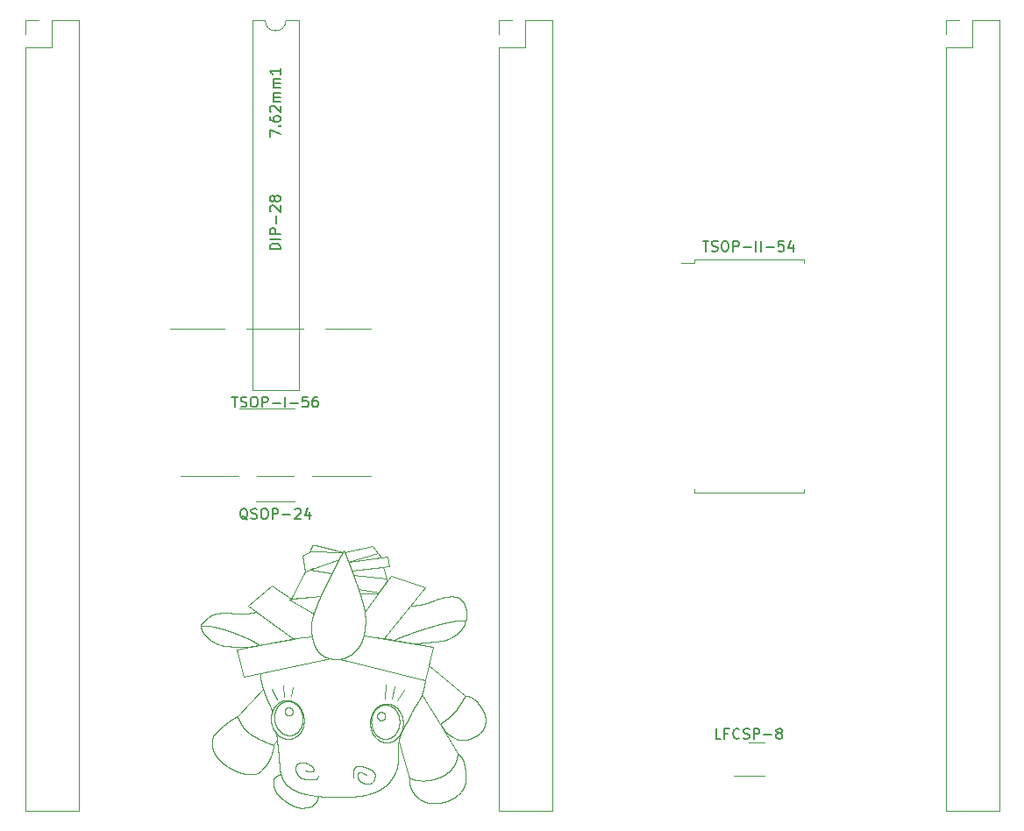
<source format=gbr>
%TF.GenerationSoftware,KiCad,Pcbnew,5.1.5+dfsg1-2build2*%
%TF.CreationDate,2021-12-31T02:56:54+01:00*%
%TF.ProjectId,chip-breakout,63686970-2d62-4726-9561-6b6f75742e6b,rev?*%
%TF.SameCoordinates,Original*%
%TF.FileFunction,Legend,Top*%
%TF.FilePolarity,Positive*%
%FSLAX46Y46*%
G04 Gerber Fmt 4.6, Leading zero omitted, Abs format (unit mm)*
G04 Created by KiCad (PCBNEW 5.1.5+dfsg1-2build2) date 2021-12-31 02:56:54*
%MOMM*%
%LPD*%
G04 APERTURE LIST*
%ADD10C,0.010000*%
%ADD11C,0.120000*%
%ADD12C,0.100000*%
%ADD13C,0.150000*%
%ADD14O,1.802000X1.802000*%
%ADD15R,1.802000X1.802000*%
%ADD16C,3.302000*%
%ADD17R,1.702000X0.512000*%
%ADD18O,2.502000X1.702000*%
%ADD19R,2.502000X1.702000*%
%ADD20R,1.612000X0.560000*%
%ADD21R,1.202000X0.352000*%
G04 APERTURE END LIST*
D10*
X89535000Y-99695000D02*
X89548791Y-99689217D01*
X89548791Y-99689217D02*
X89558776Y-99684990D01*
X89558776Y-99684990D02*
X89571202Y-99679679D01*
X89571202Y-99679679D02*
X89581098Y-99675409D01*
X89581098Y-99675409D02*
X89593415Y-99670044D01*
X89593415Y-99670044D02*
X89600775Y-99666810D01*
X89600775Y-99666810D02*
X89608724Y-99663296D01*
X89608724Y-99663296D02*
X89617864Y-99659225D01*
X89617864Y-99659225D02*
X89625152Y-99655955D01*
X89625152Y-99655955D02*
X89633022Y-99652402D01*
X89633022Y-99652402D02*
X89642071Y-99648286D01*
X89642071Y-99648286D02*
X89649287Y-99644983D01*
X89649287Y-99644983D02*
X89657079Y-99641393D01*
X89657079Y-99641393D02*
X89666038Y-99637234D01*
X89666038Y-99637234D02*
X89674964Y-99633059D01*
X89674964Y-99633059D02*
X89682672Y-99629430D01*
X89682672Y-99629430D02*
X89690357Y-99625788D01*
X89690357Y-99625788D02*
X89700952Y-99620724D01*
X89700952Y-99620724D02*
X89708575Y-99617053D01*
X89708575Y-99617053D02*
X89715589Y-99613654D01*
X89715589Y-99613654D02*
X89731293Y-99605970D01*
X89731293Y-99605970D02*
X89738815Y-99602253D01*
X89738815Y-99602253D02*
X89746314Y-99598523D01*
X89746314Y-99598523D02*
X89754934Y-99594207D01*
X89754934Y-99594207D02*
X89765808Y-99588718D01*
X89765808Y-99588718D02*
X89773215Y-99584947D01*
X89773215Y-99584947D02*
X89780599Y-99581164D01*
X89780599Y-99581164D02*
X89789087Y-99576789D01*
X89789087Y-99576789D02*
X89795854Y-99573277D01*
X89795854Y-99573277D02*
X89802602Y-99569756D01*
X89802602Y-99569756D02*
X89809887Y-99565930D01*
X89809887Y-99565930D02*
X89817705Y-99561797D01*
X89817705Y-99561797D02*
X89827160Y-99556763D01*
X89827160Y-99556763D02*
X89833810Y-99553198D01*
X89833810Y-99553198D02*
X89840988Y-99549326D01*
X89840988Y-99549326D02*
X89849242Y-99544844D01*
X89849242Y-99544844D02*
X89858010Y-99540048D01*
X89858010Y-99540048D02*
X89868920Y-99534031D01*
X89868920Y-99534031D02*
X89877605Y-99529199D01*
X89877605Y-99529199D02*
X89884095Y-99525565D01*
X89884095Y-99525565D02*
X89891103Y-99521618D01*
X89891103Y-99521618D02*
X89897551Y-99517967D01*
X89897551Y-99517967D02*
X89903978Y-99514306D01*
X89903978Y-99514306D02*
X89924727Y-99502347D01*
X89924727Y-99502347D02*
X89931068Y-99498650D01*
X89931068Y-99498650D02*
X89937388Y-99494945D01*
X89937388Y-99494945D02*
X89947354Y-99489058D01*
X89947354Y-99489058D02*
X89955706Y-99484087D01*
X89955706Y-99484087D02*
X89964543Y-99478789D01*
X89964543Y-99478789D02*
X89979007Y-99470026D01*
X89979007Y-99470026D02*
X89987222Y-99464999D01*
X89987222Y-99464999D02*
X89997443Y-99458694D01*
X89997443Y-99458694D02*
X90005580Y-99453636D01*
X90005580Y-99453636D02*
X90015702Y-99447290D01*
X90015702Y-99447290D02*
X90023256Y-99442517D01*
X90023256Y-99442517D02*
X90029779Y-99438371D01*
X90029779Y-99438371D02*
X90039270Y-99432297D01*
X90039270Y-99432297D02*
X90047223Y-99427164D01*
X90047223Y-99427164D02*
X90055636Y-99421698D01*
X90055636Y-99421698D02*
X90064990Y-99415568D01*
X90064990Y-99415568D02*
X90072832Y-99410395D01*
X90072832Y-99410395D02*
X90079177Y-99406181D01*
X90079177Y-99406181D02*
X90086469Y-99401309D01*
X90086469Y-99401309D02*
X90094698Y-99395771D01*
X90094698Y-99395771D02*
X90101927Y-99390875D01*
X90101927Y-99390875D02*
X90108165Y-99386620D01*
X90108165Y-99386620D02*
X90117243Y-99380388D01*
X90117243Y-99380388D02*
X90125324Y-99374796D01*
X90125324Y-99374796D02*
X90132895Y-99369523D01*
X90132895Y-99369523D02*
X90146062Y-99360262D01*
X90146062Y-99360262D02*
X90153540Y-99354954D01*
X90153540Y-99354954D02*
X90160984Y-99349634D01*
X90160984Y-99349634D02*
X90167930Y-99344636D01*
X90167930Y-99344636D02*
X90175308Y-99339291D01*
X90175308Y-99339291D02*
X90182651Y-99333936D01*
X90182651Y-99333936D02*
X90190420Y-99328235D01*
X90190420Y-99328235D02*
X90197694Y-99322856D01*
X90197694Y-99322856D02*
X90204936Y-99317466D01*
X90204936Y-99317466D02*
X90212145Y-99312065D01*
X90212145Y-99312065D02*
X90217976Y-99307669D01*
X90217976Y-99307669D02*
X90224232Y-99302926D01*
X90224232Y-99302926D02*
X90230463Y-99298174D01*
X90230463Y-99298174D02*
X90236668Y-99293413D01*
X90236668Y-99293413D02*
X90242408Y-99288986D01*
X90242408Y-99288986D02*
X90249443Y-99283528D01*
X90249443Y-99283528D02*
X90258188Y-99276689D01*
X90258188Y-99276689D02*
X90265148Y-99271207D01*
X90265148Y-99271207D02*
X90270780Y-99266746D01*
X90270780Y-99266746D02*
X90277251Y-99261591D01*
X90277251Y-99261591D02*
X90284121Y-99256081D01*
X90284121Y-99256081D02*
X90292663Y-99249178D01*
X90292663Y-99249178D02*
X90298187Y-99244683D01*
X90298187Y-99244683D02*
X90304115Y-99239838D01*
X90304115Y-99239838D02*
X90311278Y-99233941D01*
X90311278Y-99233941D02*
X90317987Y-99228382D01*
X90317987Y-99228382D02*
X90324664Y-99222813D01*
X90324664Y-99222813D02*
X90331310Y-99217237D01*
X90331310Y-99217237D02*
X90340803Y-99209201D01*
X90340803Y-99209201D02*
X90347369Y-99203600D01*
X90347369Y-99203600D02*
X90355940Y-99196237D01*
X90355940Y-99196237D02*
X90362433Y-99190616D01*
X90362433Y-99190616D02*
X90368896Y-99184986D01*
X90368896Y-99184986D02*
X90376928Y-99177937D01*
X90376928Y-99177937D02*
X90384912Y-99170875D01*
X90384912Y-99170875D02*
X90394428Y-99162383D01*
X90394428Y-99162383D02*
X90400338Y-99157065D01*
X90400338Y-99157065D02*
X90408180Y-99149966D01*
X90408180Y-99149966D02*
X90419073Y-99140004D01*
X90419073Y-99140004D02*
X90427181Y-99132519D01*
X90427181Y-99132519D02*
X90434854Y-99125377D01*
X90434854Y-99125377D02*
X90440958Y-99119654D01*
X90440958Y-99119654D02*
X90447030Y-99113926D01*
X90447030Y-99113926D02*
X90453072Y-99108188D01*
X90453072Y-99108188D02*
X90459084Y-99102444D01*
X90459084Y-99102444D02*
X90465065Y-99096692D01*
X90465065Y-99096692D02*
X90471016Y-99090935D01*
X90471016Y-99090935D02*
X90476937Y-99085171D01*
X90476937Y-99085171D02*
X90482829Y-99079400D01*
X90482829Y-99079400D02*
X90488688Y-99073622D01*
X90488688Y-99073622D02*
X90494518Y-99067837D01*
X90494518Y-99067837D02*
X90499956Y-99062408D01*
X90499956Y-99062408D02*
X90506091Y-99056249D01*
X90506091Y-99056249D02*
X90511473Y-99050809D01*
X90511473Y-99050809D02*
X90517544Y-99044638D01*
X90517544Y-99044638D02*
X90522871Y-99039186D01*
X90522871Y-99039186D02*
X90528879Y-99033002D01*
X90528879Y-99033002D02*
X90534501Y-99027175D01*
X90534501Y-99027175D02*
X90541487Y-99019883D01*
X90541487Y-99019883D02*
X90549811Y-99011123D01*
X90549811Y-99011123D02*
X90555323Y-99005275D01*
X90555323Y-99005275D02*
X90563536Y-98996494D01*
X90563536Y-98996494D02*
X90568977Y-98990634D01*
X90568977Y-98990634D02*
X90574387Y-98984769D01*
X90574387Y-98984769D02*
X90579433Y-98979264D01*
X90579433Y-98979264D02*
X90587789Y-98970085D01*
X90587789Y-98970085D02*
X90594422Y-98962732D01*
X90594422Y-98962732D02*
X90599366Y-98957213D01*
X90599366Y-98957213D02*
X90605923Y-98949848D01*
X90605923Y-98949848D02*
X90611461Y-98943584D01*
X90611461Y-98943584D02*
X90616644Y-98937683D01*
X90616644Y-98937683D02*
X90621798Y-98931778D01*
X90621798Y-98931778D02*
X90628201Y-98924391D01*
X90628201Y-98924391D02*
X90634560Y-98917000D01*
X90634560Y-98917000D02*
X90639616Y-98911081D01*
X90639616Y-98911081D02*
X90644644Y-98905160D01*
X90644644Y-98905160D02*
X90649644Y-98899236D01*
X90649644Y-98899236D02*
X90654617Y-98893308D01*
X90654617Y-98893308D02*
X90659561Y-98887376D01*
X90659561Y-98887376D02*
X90666925Y-98878473D01*
X90666925Y-98878473D02*
X90671802Y-98872535D01*
X90671802Y-98872535D02*
X90676650Y-98866595D01*
X90676650Y-98866595D02*
X90682672Y-98859166D01*
X90682672Y-98859166D02*
X90687460Y-98853218D01*
X90687460Y-98853218D02*
X90693111Y-98846155D01*
X90693111Y-98846155D02*
X90697839Y-98840201D01*
X90697839Y-98840201D02*
X90708669Y-98826428D01*
X90708669Y-98826428D02*
X90713307Y-98820470D01*
X90713307Y-98820470D02*
X90717919Y-98814509D01*
X90717919Y-98814509D02*
X90723646Y-98807057D01*
X90723646Y-98807057D02*
X90728199Y-98801094D01*
X90728199Y-98801094D02*
X90734978Y-98792144D01*
X90734978Y-98792144D02*
X90739465Y-98786177D01*
X90739465Y-98786177D02*
X90743924Y-98780207D01*
X90743924Y-98780207D02*
X90749463Y-98772745D01*
X90749463Y-98772745D02*
X90753864Y-98766773D01*
X90753864Y-98766773D02*
X90758238Y-98760802D01*
X90758238Y-98760802D02*
X90762858Y-98754457D01*
X90762858Y-98754457D02*
X90767989Y-98747364D01*
X90767989Y-98747364D02*
X90772279Y-98741388D01*
X90772279Y-98741388D02*
X90776545Y-98735415D01*
X90776545Y-98735415D02*
X90780785Y-98729440D01*
X90780785Y-98729440D02*
X90788144Y-98718985D01*
X90788144Y-98718985D02*
X90792314Y-98713012D01*
X90792314Y-98713012D02*
X90796458Y-98707037D01*
X90796458Y-98707037D02*
X90801603Y-98699570D01*
X90801603Y-98699570D02*
X90805691Y-98693594D01*
X90805691Y-98693594D02*
X90809753Y-98687621D01*
X90809753Y-98687621D02*
X90813792Y-98681650D01*
X90813792Y-98681650D02*
X90821793Y-98669708D01*
X90821793Y-98669708D02*
X90829697Y-98657769D01*
X90829697Y-98657769D02*
X90835558Y-98648818D01*
X90835558Y-98648818D02*
X90840399Y-98641361D01*
X90840399Y-98641361D02*
X90846161Y-98632415D01*
X90846161Y-98632415D02*
X90850920Y-98624963D01*
X90850920Y-98624963D02*
X90855641Y-98617514D01*
X90855641Y-98617514D02*
X90862188Y-98607090D01*
X90862188Y-98607090D02*
X90866818Y-98599649D01*
X90866818Y-98599649D02*
X90872326Y-98590722D01*
X90872326Y-98590722D02*
X90876875Y-98583290D01*
X90876875Y-98583290D02*
X90880938Y-98576603D01*
X90880938Y-98576603D02*
X90886754Y-98566950D01*
X90886754Y-98566950D02*
X90891628Y-98558789D01*
X90891628Y-98558789D02*
X90900373Y-98543964D01*
X90900373Y-98543964D02*
X90904263Y-98537299D01*
X90904263Y-98537299D02*
X90908976Y-98529159D01*
X90908976Y-98529159D02*
X90912800Y-98522503D01*
X90912800Y-98522503D02*
X90917435Y-98514376D01*
X90917435Y-98514376D02*
X90922026Y-98506255D01*
X90922026Y-98506255D02*
X90925751Y-98499615D01*
X90925751Y-98499615D02*
X90930674Y-98490773D01*
X90930674Y-98490773D02*
X90935545Y-98481938D01*
X90935545Y-98481938D02*
X90939967Y-98473850D01*
X90939967Y-98473850D02*
X90943554Y-98467239D01*
X90943554Y-98467239D02*
X90948291Y-98458432D01*
X90948291Y-98458432D02*
X90951812Y-98451833D01*
X90951812Y-98451833D02*
X90955691Y-98444510D01*
X90955691Y-98444510D02*
X90959538Y-98437192D01*
X90959538Y-98437192D02*
X90963728Y-98429156D01*
X90963728Y-98429156D02*
X90968255Y-98420400D01*
X90968255Y-98420400D02*
X90972731Y-98411653D01*
X90972731Y-98411653D02*
X90977160Y-98402922D01*
X90977160Y-98402922D02*
X90981178Y-98394930D01*
X90981178Y-98394930D02*
X90985515Y-98386223D01*
X90985515Y-98386223D02*
X90990161Y-98376809D01*
X90990161Y-98376809D02*
X90994400Y-98368132D01*
X90994400Y-98368132D02*
X90998244Y-98360191D01*
X90998244Y-98360191D02*
X91002737Y-98350823D01*
X91002737Y-98350823D02*
X91006495Y-98342909D01*
X91006495Y-98342909D02*
X91013232Y-98328557D01*
X91013232Y-98328557D02*
X91016552Y-98321398D01*
X91016552Y-98321398D02*
X91020168Y-98313536D01*
X91020168Y-98313536D02*
X91024069Y-98304976D01*
X91024069Y-98304976D02*
X91027605Y-98297144D01*
X91027605Y-98297144D02*
X91031738Y-98287908D01*
X91031738Y-98287908D02*
X91035507Y-98279401D01*
X91035507Y-98279401D02*
X91039228Y-98270912D01*
X91039228Y-98270912D02*
X91042907Y-98262442D01*
X91042907Y-98262442D02*
X91046543Y-98253991D01*
X91046543Y-98253991D02*
X91050136Y-98245559D01*
X91050136Y-98245559D02*
X91053685Y-98237148D01*
X91053685Y-98237148D02*
X91056899Y-98229454D01*
X91056899Y-98229454D02*
X91060654Y-98220385D01*
X91060654Y-98220385D02*
X91064076Y-98212037D01*
X91064076Y-98212037D02*
X91067454Y-98203709D01*
X91067454Y-98203709D02*
X91070792Y-98195403D01*
X91070792Y-98195403D02*
X91074361Y-98186429D01*
X91074361Y-98186429D02*
X91077611Y-98178169D01*
X91077611Y-98178169D02*
X91080822Y-98169933D01*
X91080822Y-98169933D02*
X91083990Y-98161719D01*
X91083990Y-98161719D02*
X91087896Y-98151487D01*
X91087896Y-98151487D02*
X91091230Y-98142648D01*
X91091230Y-98142648D02*
X91094264Y-98134516D01*
X91094264Y-98134516D02*
X91097013Y-98127083D01*
X91097013Y-98127083D02*
X91099973Y-98118998D01*
X91099973Y-98118998D02*
X91102894Y-98110939D01*
X91102894Y-98110939D02*
X91105776Y-98102906D01*
X91105776Y-98102906D02*
X91108853Y-98094232D01*
X91108853Y-98094232D02*
X91112350Y-98084264D01*
X91112350Y-98084264D02*
X91115103Y-98076318D01*
X91115103Y-98076318D02*
X91118044Y-98067744D01*
X91118044Y-98067744D02*
X91121383Y-98057891D01*
X91121383Y-98057891D02*
X91124012Y-98050039D01*
X91124012Y-98050039D02*
X91126604Y-98042218D01*
X91126604Y-98042218D02*
X91129793Y-98032480D01*
X91129793Y-98032480D02*
X91132511Y-98024080D01*
X91132511Y-98024080D02*
X91134983Y-98016357D01*
X91134983Y-98016357D02*
X91137418Y-98008663D01*
X91137418Y-98008663D02*
X91140016Y-98000363D01*
X91140016Y-98000363D02*
X91142963Y-97990832D01*
X91142963Y-97990832D02*
X91146047Y-97980721D01*
X91146047Y-97980721D02*
X91149068Y-97970665D01*
X91149068Y-97970665D02*
X91152030Y-97960670D01*
X91152030Y-97960670D02*
X91154932Y-97950731D01*
X91154932Y-97950731D02*
X91157774Y-97940854D01*
X91157774Y-97940854D02*
X91160556Y-97931034D01*
X91160556Y-97931034D02*
X91163111Y-97921884D01*
X91163111Y-97921884D02*
X91165284Y-97913999D01*
X91165284Y-97913999D02*
X91167909Y-97904352D01*
X91167909Y-97904352D02*
X91170475Y-97894769D01*
X91170475Y-97894769D02*
X91172831Y-97885843D01*
X91172831Y-97885843D02*
X91175443Y-97875796D01*
X91175443Y-97875796D02*
X91177844Y-97866412D01*
X91177844Y-97866412D02*
X91180190Y-97857092D01*
X91180190Y-97857092D02*
X91182484Y-97847840D01*
X91182484Y-97847840D02*
X91184725Y-97838658D01*
X91184725Y-97838658D02*
X91186913Y-97829547D01*
X91186913Y-97829547D02*
X91189050Y-97820505D01*
X91189050Y-97820505D02*
X91191135Y-97811535D01*
X91191135Y-97811535D02*
X91193172Y-97802639D01*
X91193172Y-97802639D02*
X91195158Y-97793816D01*
X91195158Y-97793816D02*
X91197093Y-97785066D01*
X91197093Y-97785066D02*
X91198981Y-97776391D01*
X91198981Y-97776391D02*
X91200820Y-97767793D01*
X91200820Y-97767793D02*
X91202614Y-97759271D01*
X91202614Y-97759271D02*
X91204359Y-97750827D01*
X91204359Y-97750827D02*
X91206058Y-97742462D01*
X91206058Y-97742462D02*
X91208119Y-97732117D01*
X91208119Y-97732117D02*
X91210111Y-97721901D01*
X91210111Y-97721901D02*
X91212032Y-97711808D01*
X91212032Y-97711808D02*
X91213886Y-97701846D01*
X91213886Y-97701846D02*
X91215675Y-97692018D01*
X91215675Y-97692018D02*
X91217398Y-97682319D01*
X91217398Y-97682319D02*
X91219057Y-97672756D01*
X91219057Y-97672756D02*
X91220655Y-97663329D01*
X91220655Y-97663329D02*
X91222189Y-97654040D01*
X91222189Y-97654040D02*
X91223664Y-97644890D01*
X91223664Y-97644890D02*
X91225079Y-97635881D01*
X91225079Y-97635881D02*
X91226438Y-97627015D01*
X91226438Y-97627015D02*
X91227739Y-97618294D01*
X91227739Y-97618294D02*
X91229228Y-97608023D01*
X91229228Y-97608023D02*
X91230639Y-97597964D01*
X91230639Y-97597964D02*
X91231974Y-97588122D01*
X91231974Y-97588122D02*
X91233236Y-97578502D01*
X91233236Y-97578502D02*
X91234713Y-97566786D01*
X91234713Y-97566786D02*
X91235906Y-97556922D01*
X91235906Y-97556922D02*
X91237186Y-97545871D01*
X91237186Y-97545871D02*
X91238214Y-97536589D01*
X91238214Y-97536589D02*
X91239239Y-97526903D01*
X91239239Y-97526903D02*
X91240183Y-97517544D01*
X91240183Y-97517544D02*
X91241170Y-97507255D01*
X91241170Y-97507255D02*
X91242008Y-97498005D01*
X91242008Y-97498005D02*
X91242860Y-97487998D01*
X91242860Y-97487998D02*
X91243696Y-97477418D01*
X91243696Y-97477418D02*
X91244454Y-97466985D01*
X91244454Y-97466985D02*
X91245096Y-97457286D01*
X91245096Y-97457286D02*
X91245726Y-97446637D01*
X91245726Y-97446637D02*
X91246220Y-97437090D01*
X91246220Y-97437090D02*
X91246646Y-97427374D01*
X91246646Y-97427374D02*
X91246997Y-97417192D01*
X91246997Y-97417192D02*
X91247222Y-97406950D01*
X91247222Y-97406950D02*
X91247256Y-97402959D01*
X91589444Y-84568144D02*
X91578961Y-84568086D01*
X91578961Y-84568086D02*
X91568388Y-84568078D01*
X91568388Y-84568078D02*
X91558234Y-84568118D01*
X91558234Y-84568118D02*
X91547996Y-84568198D01*
X91547996Y-84568198D02*
X91537673Y-84568326D01*
X91537673Y-84568326D02*
X91527271Y-84568496D01*
X91527271Y-84568496D02*
X91516786Y-84568711D01*
X91516786Y-84568711D02*
X91506220Y-84568969D01*
X91506220Y-84568969D02*
X91495572Y-84569270D01*
X91495572Y-84569270D02*
X91484844Y-84569615D01*
X91484844Y-84569615D02*
X91474035Y-84570002D01*
X91474035Y-84570002D02*
X91463148Y-84570433D01*
X91463148Y-84570433D02*
X91452180Y-84570906D01*
X91452180Y-84570906D02*
X91441132Y-84571421D01*
X91441132Y-84571421D02*
X91430007Y-84571978D01*
X91430007Y-84571978D02*
X91418804Y-84572579D01*
X91418804Y-84572579D02*
X91407520Y-84573221D01*
X91407520Y-84573221D02*
X91396162Y-84573905D01*
X91396162Y-84573905D02*
X91384726Y-84574633D01*
X91384726Y-84574633D02*
X91373212Y-84575400D01*
X91373212Y-84575400D02*
X91361622Y-84576209D01*
X91361622Y-84576209D02*
X91352297Y-84576887D01*
X91352297Y-84576887D02*
X91342923Y-84577591D01*
X91342923Y-84577591D02*
X91331138Y-84578506D01*
X91331138Y-84578506D02*
X91321655Y-84579270D01*
X91321655Y-84579270D02*
X91312127Y-84580059D01*
X91312127Y-84580059D02*
X91302548Y-84580873D01*
X91302548Y-84580873D02*
X91292923Y-84581713D01*
X91292923Y-84581713D02*
X91283251Y-84582579D01*
X91283251Y-84582579D02*
X91273532Y-84583471D01*
X91273532Y-84583471D02*
X91263767Y-84584389D01*
X91263767Y-84584389D02*
X91253956Y-84585334D01*
X91253956Y-84585334D02*
X91244098Y-84586303D01*
X91244098Y-84586303D02*
X91234193Y-84587297D01*
X91234193Y-84587297D02*
X91224243Y-84588316D01*
X91224243Y-84588316D02*
X91214247Y-84589361D01*
X91214247Y-84589361D02*
X91204206Y-84590432D01*
X91204206Y-84590432D02*
X91194120Y-84591527D01*
X91194120Y-84591527D02*
X91183990Y-84592648D01*
X91183990Y-84592648D02*
X91173814Y-84593792D01*
X91173814Y-84593792D02*
X91163594Y-84594963D01*
X91163594Y-84594963D02*
X91153329Y-84596160D01*
X91153329Y-84596160D02*
X91143020Y-84597379D01*
X91143020Y-84597379D02*
X91132667Y-84598624D01*
X91132667Y-84598624D02*
X91122269Y-84599893D01*
X91122269Y-84599893D02*
X91111830Y-84601186D01*
X91111830Y-84601186D02*
X91101347Y-84602504D01*
X91101347Y-84602504D02*
X91090819Y-84603846D01*
X91090819Y-84603846D02*
X91080249Y-84605213D01*
X91080249Y-84605213D02*
X91069638Y-84606604D01*
X91069638Y-84606604D02*
X91058983Y-84608019D01*
X91058983Y-84608019D02*
X91048285Y-84609457D01*
X91048285Y-84609457D02*
X91037546Y-84610920D01*
X91037546Y-84610920D02*
X91026765Y-84612407D01*
X91026765Y-84612407D02*
X91015942Y-84613918D01*
X91015942Y-84613918D02*
X91003717Y-84615646D01*
X91003717Y-84615646D02*
X90994172Y-84617009D01*
X90994172Y-84617009D02*
X90981856Y-84618791D01*
X90981856Y-84618791D02*
X90972239Y-84620194D01*
X90972239Y-84620194D02*
X90961209Y-84621823D01*
X90961209Y-84621823D02*
X90950140Y-84623473D01*
X90950140Y-84623473D02*
X90939031Y-84625148D01*
X90939031Y-84625148D02*
X90925088Y-84627273D01*
X90925088Y-84627273D02*
X90915291Y-84628783D01*
X90915291Y-84628783D02*
X90905464Y-84630310D01*
X90905464Y-84630310D02*
X90894196Y-84632077D01*
X90894196Y-84632077D02*
X90882889Y-84633865D01*
X90882889Y-84633865D02*
X90871541Y-84635677D01*
X90871541Y-84635677D02*
X90860156Y-84637512D01*
X90860156Y-84637512D02*
X90848733Y-84639369D01*
X90848733Y-84639369D02*
X90837270Y-84641247D01*
X90837270Y-84641247D02*
X90825770Y-84643149D01*
X90825770Y-84643149D02*
X90817121Y-84644591D01*
X90817121Y-84644591D02*
X90805554Y-84646532D01*
X90805554Y-84646532D02*
X90796856Y-84648003D01*
X90796856Y-84648003D02*
X90785221Y-84649981D01*
X90785221Y-84649981D02*
X90772091Y-84652235D01*
X90772091Y-84652235D02*
X90760380Y-84654261D01*
X90760380Y-84654261D02*
X90748632Y-84656310D01*
X90748632Y-84656310D02*
X90736846Y-84658379D01*
X90736846Y-84658379D02*
X90726505Y-84660208D01*
X90726505Y-84660208D02*
X90714652Y-84662318D01*
X90714652Y-84662318D02*
X90702764Y-84664452D01*
X90702764Y-84664452D02*
X90690838Y-84666605D01*
X90690838Y-84666605D02*
X90678878Y-84668780D01*
X90678878Y-84668780D02*
X90666883Y-84670976D01*
X90666883Y-84670976D02*
X90654852Y-84673194D01*
X90654852Y-84673194D02*
X90645805Y-84674870D01*
X90645805Y-84674870D02*
X90635227Y-84676843D01*
X90635227Y-84676843D02*
X90624621Y-84678830D01*
X90624621Y-84678830D02*
X90615510Y-84680546D01*
X90615510Y-84680546D02*
X90603333Y-84682853D01*
X90603333Y-84682853D02*
X90594176Y-84684597D01*
X90594176Y-84684597D02*
X90581938Y-84686940D01*
X90581938Y-84686940D02*
X90569666Y-84689303D01*
X90569666Y-84689303D02*
X90557361Y-84691688D01*
X90557361Y-84691688D02*
X90543478Y-84694394D01*
X90543478Y-84694394D02*
X90532651Y-84696517D01*
X90532651Y-84696517D02*
X90518693Y-84699270D01*
X90518693Y-84699270D02*
X90506252Y-84701739D01*
X90506252Y-84701739D02*
X90495337Y-84703915D01*
X90495337Y-84703915D02*
X90481271Y-84706735D01*
X90481271Y-84706735D02*
X90470301Y-84708946D01*
X90470301Y-84708946D02*
X90460880Y-84710854D01*
X90460880Y-84710854D02*
X90449865Y-84713094D01*
X90449865Y-84713094D02*
X90438825Y-84715348D01*
X90438825Y-84715348D02*
X90423015Y-84718597D01*
X90423015Y-84718597D02*
X90411919Y-84720889D01*
X90411919Y-84720889D02*
X90399207Y-84723525D01*
X90399207Y-84723525D02*
X90386465Y-84726181D01*
X90386465Y-84726181D02*
X90375290Y-84728521D01*
X90375290Y-84728521D02*
X90360890Y-84731553D01*
X90360890Y-84731553D02*
X90349661Y-84733926D01*
X90349661Y-84733926D02*
X90335194Y-84737001D01*
X90335194Y-84737001D02*
X90322301Y-84739753D01*
X90322301Y-84739753D02*
X90310996Y-84742178D01*
X90310996Y-84742178D02*
X90298047Y-84744965D01*
X90298047Y-84744965D02*
X90288316Y-84747069D01*
X90288316Y-84747069D02*
X90278571Y-84749183D01*
X90278571Y-84749183D02*
X90268808Y-84751307D01*
X90268808Y-84751307D02*
X90257399Y-84753800D01*
X90257399Y-84753800D02*
X90244333Y-84756666D01*
X90244333Y-84756666D02*
X90231239Y-84759550D01*
X90231239Y-84759550D02*
X90218115Y-84762453D01*
X90218115Y-84762453D02*
X90206610Y-84765007D01*
X90206610Y-84765007D02*
X90198379Y-84766841D01*
X90198379Y-84766841D02*
X90185186Y-84769789D01*
X90185186Y-84769789D02*
X90171966Y-84772754D01*
X90171966Y-84772754D02*
X90158720Y-84775738D01*
X90158720Y-84775738D02*
X90145445Y-84778739D01*
X90145445Y-84778739D02*
X90132144Y-84781759D01*
X90132144Y-84781759D02*
X90118818Y-84784796D01*
X90118818Y-84784796D02*
X90098779Y-84789388D01*
X90098779Y-84789388D02*
X90090411Y-84791311D01*
X90090411Y-84791311D02*
X90078679Y-84794016D01*
X90078679Y-84794016D02*
X90066928Y-84796735D01*
X90066928Y-84796735D02*
X90056840Y-84799075D01*
X90056840Y-84799075D02*
X90045055Y-84801820D01*
X90045055Y-84801820D02*
X90031559Y-84804972D01*
X90031559Y-84804972D02*
X90023112Y-84806950D01*
X90023112Y-84806950D02*
X90011271Y-84809732D01*
X90011271Y-84809732D02*
X89999410Y-84812526D01*
X89999410Y-84812526D02*
X89990928Y-84814532D01*
X89990928Y-84814532D02*
X89982434Y-84816541D01*
X89982434Y-84816541D02*
X89970529Y-84819366D01*
X89970529Y-84819366D02*
X89958604Y-84822205D01*
X89958604Y-84822205D02*
X89950076Y-84824241D01*
X89950076Y-84824241D02*
X89938120Y-84827101D01*
X89938120Y-84827101D02*
X89929570Y-84829153D01*
X89929570Y-84829153D02*
X89915869Y-84832448D01*
X89915869Y-84832448D02*
X89903862Y-84835345D01*
X89903862Y-84835345D02*
X89893557Y-84837838D01*
X89893557Y-84837838D02*
X89883239Y-84840340D01*
X89883239Y-84840340D02*
X89874631Y-84842434D01*
X89874631Y-84842434D02*
X89866012Y-84844531D01*
X89866012Y-84844531D02*
X89853934Y-84847480D01*
X89853934Y-84847480D02*
X89845295Y-84849594D01*
X89845295Y-84849594D02*
X89826261Y-84854268D01*
X89826261Y-84854268D02*
X89810655Y-84858114D01*
X89810655Y-84858114D02*
X89800237Y-84860688D01*
X89800237Y-84860688D02*
X89791546Y-84862842D01*
X89791546Y-84862842D02*
X89777624Y-84866300D01*
X89777624Y-84866300D02*
X89763681Y-84869773D01*
X89763681Y-84869773D02*
X89749714Y-84873261D01*
X89749714Y-84873261D02*
X89737477Y-84876326D01*
X89737477Y-84876326D02*
X89728726Y-84878522D01*
X89728726Y-84878522D02*
X89714710Y-84882050D01*
X89714710Y-84882050D02*
X89705938Y-84884261D01*
X89705938Y-84884261D02*
X89695402Y-84886924D01*
X89695402Y-84886924D02*
X89686614Y-84889150D01*
X89686614Y-84889150D02*
X89670776Y-84893171D01*
X89670776Y-84893171D02*
X89658441Y-84896313D01*
X89658441Y-84896313D02*
X89649621Y-84898562D01*
X89649621Y-84898562D02*
X89637259Y-84901721D01*
X89637259Y-84901721D02*
X89623114Y-84905347D01*
X89623114Y-84905347D02*
X89610721Y-84908532D01*
X89610721Y-84908532D02*
X89601862Y-84910815D01*
X89601862Y-84910815D02*
X89592994Y-84913101D01*
X89592994Y-84913101D02*
X89580567Y-84916313D01*
X89580567Y-84916313D02*
X89564569Y-84920460D01*
X89564569Y-84920460D02*
X89552112Y-84923698D01*
X89552112Y-84923698D02*
X89537857Y-84927412D01*
X89537857Y-84927412D02*
X89523583Y-84931139D01*
X89523583Y-84931139D02*
X89514653Y-84933476D01*
X89514653Y-84933476D02*
X89502140Y-84936757D01*
X89502140Y-84936757D02*
X89487825Y-84940520D01*
X89487825Y-84940520D02*
X89473492Y-84944297D01*
X89473492Y-84944297D02*
X89459141Y-84948089D01*
X89459141Y-84948089D02*
X89450164Y-84950465D01*
X89450164Y-84950465D02*
X89437586Y-84953803D01*
X89437586Y-84953803D02*
X89428594Y-84956192D01*
X89428594Y-84956192D02*
X89415994Y-84959547D01*
X89415994Y-84959547D02*
X89401580Y-84963393D01*
X89401580Y-84963393D02*
X89392562Y-84965804D01*
X89392562Y-84965804D02*
X89379929Y-84969188D01*
X89379929Y-84969188D02*
X89365476Y-84973068D01*
X89365476Y-84973068D02*
X89351006Y-84976962D01*
X89351006Y-84976962D02*
X89336523Y-84980870D01*
X89336523Y-84980870D02*
X89322025Y-84984791D01*
X89322025Y-84984791D02*
X89312956Y-84987248D01*
X89312956Y-84987248D02*
X89300250Y-84990696D01*
X89300250Y-84990696D02*
X89287532Y-84994152D01*
X89287532Y-84994152D02*
X89278441Y-84996628D01*
X89278441Y-84996628D02*
X89263885Y-85000600D01*
X89263885Y-85000600D02*
X89249317Y-85004585D01*
X89249317Y-85004585D02*
X89234733Y-85008583D01*
X89234733Y-85008583D02*
X89220137Y-85012594D01*
X89220137Y-85012594D02*
X89205528Y-85016617D01*
X89205528Y-85016617D02*
X89190905Y-85020653D01*
X89190905Y-85020653D02*
X89176269Y-85024700D01*
X89176269Y-85024700D02*
X89161621Y-85028761D01*
X89161621Y-85028761D02*
X89146961Y-85032833D01*
X89146961Y-85032833D02*
X89132290Y-85036918D01*
X89132290Y-85036918D02*
X89117606Y-85041014D01*
X89117606Y-85041014D02*
X89102911Y-85045124D01*
X89102911Y-85045124D02*
X89088205Y-85049245D01*
X89088205Y-85049245D02*
X89073486Y-85053378D01*
X89073486Y-85053378D02*
X89058756Y-85057522D01*
X89058756Y-85057522D02*
X89044016Y-85061677D01*
X89044016Y-85061677D02*
X89029265Y-85065845D01*
X89029265Y-85065845D02*
X89014503Y-85070025D01*
X89014503Y-85070025D02*
X88999731Y-85074214D01*
X88999731Y-85074214D02*
X88984950Y-85078417D01*
X88984950Y-85078417D02*
X88970159Y-85082630D01*
X88970159Y-85082630D02*
X88955358Y-85086856D01*
X88955358Y-85086856D02*
X88940547Y-85091090D01*
X88940547Y-85091090D02*
X88925726Y-85095338D01*
X88925726Y-85095338D02*
X88910897Y-85099595D01*
X88910897Y-85099595D02*
X88888638Y-85106002D01*
X88888638Y-85106002D02*
X88873787Y-85110288D01*
X88873787Y-85110288D02*
X88858928Y-85114583D01*
X88858928Y-85114583D02*
X88836627Y-85121046D01*
X88836627Y-85121046D02*
X88821746Y-85125366D01*
X88821746Y-85125366D02*
X88806860Y-85129698D01*
X88806860Y-85129698D02*
X88791966Y-85134040D01*
X88791966Y-85134040D02*
X88777066Y-85138394D01*
X88777066Y-85138394D02*
X88762158Y-85142756D01*
X88762158Y-85142756D02*
X88747243Y-85147129D01*
X88747243Y-85147129D02*
X88732323Y-85151512D01*
X88732323Y-85151512D02*
X88717395Y-85155906D01*
X88717395Y-85155906D02*
X88702461Y-85160308D01*
X88702461Y-85160308D02*
X88687522Y-85164721D01*
X88687522Y-85164721D02*
X88672578Y-85169143D01*
X88672578Y-85169143D02*
X88657627Y-85173575D01*
X88657627Y-85173575D02*
X88642671Y-85178015D01*
X88642671Y-85178015D02*
X88627711Y-85182467D01*
X88627711Y-85182467D02*
X88605261Y-85189160D01*
X88605261Y-85189160D02*
X88590288Y-85193634D01*
X88590288Y-85193634D02*
X88575310Y-85198117D01*
X88575310Y-85198117D02*
X88560328Y-85202608D01*
X88560328Y-85202608D02*
X88545344Y-85207109D01*
X88545344Y-85207109D02*
X88530355Y-85211619D01*
X88530355Y-85211619D02*
X88515362Y-85216138D01*
X88515362Y-85216138D02*
X88500366Y-85220664D01*
X88500366Y-85220664D02*
X88485368Y-85225201D01*
X88485368Y-85225201D02*
X88470365Y-85229746D01*
X88470365Y-85229746D02*
X88455360Y-85234299D01*
X88455360Y-85234299D02*
X88440352Y-85238860D01*
X88440352Y-85238860D02*
X88425343Y-85243431D01*
X88425343Y-85243431D02*
X88402825Y-85250302D01*
X88402825Y-85250302D02*
X88387810Y-85254893D01*
X88387810Y-85254893D02*
X88365287Y-85261794D01*
X88365287Y-85261794D02*
X88342759Y-85268712D01*
X88342759Y-85268712D02*
X88327739Y-85273333D01*
X88327739Y-85273333D02*
X88305207Y-85280281D01*
X88305207Y-85280281D02*
X88290186Y-85284923D01*
X88290186Y-85284923D02*
X88275164Y-85289572D01*
X88275164Y-85289572D02*
X88245122Y-85298892D01*
X88245122Y-85298892D02*
X88230100Y-85303562D01*
X88230100Y-85303562D02*
X88215079Y-85308240D01*
X88215079Y-85308240D02*
X88200060Y-85312925D01*
X88200060Y-85312925D02*
X88155008Y-85327023D01*
X88155008Y-85327023D02*
X88139993Y-85331738D01*
X88139993Y-85331738D02*
X88126857Y-85335867D01*
X88126857Y-85335867D02*
X88117476Y-85338820D01*
X88117476Y-85338820D02*
X88109031Y-85341479D01*
X88109031Y-85341479D02*
X88099650Y-85344436D01*
X88099650Y-85344436D02*
X88087458Y-85348285D01*
X88087458Y-85348285D02*
X88072452Y-85353027D01*
X88072452Y-85353027D02*
X88049951Y-85360153D01*
X88049951Y-85360153D02*
X88027455Y-85367294D01*
X88027455Y-85367294D02*
X88012463Y-85372062D01*
X88012463Y-85372062D02*
X87997475Y-85376836D01*
X87997475Y-85376836D02*
X87989043Y-85379522D01*
X87989043Y-85379522D02*
X87974997Y-85384007D01*
X87974997Y-85384007D02*
X87960018Y-85388795D01*
X87960018Y-85388795D02*
X87939429Y-85395390D01*
X87939429Y-85395390D02*
X87928201Y-85398990D01*
X87928201Y-85398990D02*
X87916977Y-85402594D01*
X87916977Y-85402594D02*
X87907626Y-85405600D01*
X87907626Y-85405600D02*
X87892667Y-85410414D01*
X87892667Y-85410414D02*
X87870239Y-85417645D01*
X87870239Y-85417645D02*
X87840354Y-85427304D01*
X87840354Y-85427304D02*
X87819822Y-85433956D01*
X87819822Y-85433956D02*
X87808626Y-85437588D01*
X87808626Y-85437588D02*
X87795572Y-85441830D01*
X87795572Y-85441830D02*
X87775997Y-85448199D01*
X87775997Y-85448199D02*
X87764818Y-85451843D01*
X87764818Y-85451843D02*
X87752710Y-85455793D01*
X87752710Y-85455793D02*
X87743401Y-85458833D01*
X87743401Y-85458833D02*
X87734093Y-85461876D01*
X87734093Y-85461876D02*
X87722928Y-85465529D01*
X87722928Y-85465529D02*
X87713628Y-85468575D01*
X87713628Y-85468575D02*
X87698753Y-85473453D01*
X87698753Y-85473453D02*
X87689460Y-85476502D01*
X87689460Y-85476502D02*
X87678313Y-85480165D01*
X87678313Y-85480165D02*
X87669028Y-85483220D01*
X87669028Y-85483220D02*
X87656961Y-85487194D01*
X87656961Y-85487194D02*
X87646756Y-85490560D01*
X87646756Y-85490560D02*
X87637481Y-85493619D01*
X87637481Y-85493619D02*
X87609677Y-85502807D01*
X87609677Y-85502807D02*
X87594862Y-85507714D01*
X87594862Y-85507714D02*
X87586532Y-85510474D01*
X87586532Y-85510474D02*
X87577280Y-85513544D01*
X87577280Y-85513544D02*
X87567108Y-85516922D01*
X87567108Y-85516922D02*
X87557865Y-85519997D01*
X87557865Y-85519997D02*
X87543082Y-85524916D01*
X87543082Y-85524916D02*
X87534772Y-85527683D01*
X87534772Y-85527683D02*
X87522775Y-85531686D01*
X87522775Y-85531686D02*
X87511705Y-85535380D01*
X87511705Y-85535380D02*
X87498799Y-85539695D01*
X87498799Y-85539695D02*
X87483138Y-85544934D01*
X87483138Y-85544934D02*
X87469330Y-85549563D01*
X87469330Y-85549563D02*
X87449094Y-85556354D01*
X87449094Y-85556354D02*
X87439904Y-85559444D01*
X87439904Y-85559444D02*
X87427045Y-85563770D01*
X87427045Y-85563770D02*
X87417865Y-85566863D01*
X87417865Y-85566863D02*
X87402271Y-85572121D01*
X87402271Y-85572121D02*
X87390355Y-85576143D01*
X87390355Y-85576143D02*
X87381193Y-85579240D01*
X87381193Y-85579240D02*
X87366545Y-85584196D01*
X87366545Y-85584196D02*
X87358311Y-85586983D01*
X87358311Y-85586983D02*
X87337288Y-85594115D01*
X87337288Y-85594115D02*
X87324503Y-85598457D01*
X87324503Y-85598457D02*
X87308081Y-85604044D01*
X87308081Y-85604044D02*
X87291677Y-85609633D01*
X87291677Y-85609633D02*
X87277108Y-85614602D01*
X87277108Y-85614602D02*
X87264373Y-85618953D01*
X87264373Y-85618953D02*
X87249831Y-85623927D01*
X87249831Y-85623927D02*
X87235304Y-85628903D01*
X87235304Y-85628903D02*
X87220790Y-85633880D01*
X87220790Y-85633880D02*
X87206291Y-85638860D01*
X87206291Y-85638860D02*
X87193617Y-85643217D01*
X87193617Y-85643217D02*
X87183667Y-85646642D01*
X87183667Y-85646642D02*
X87170111Y-85651316D01*
X87170111Y-85651316D02*
X87155664Y-85656300D01*
X87155664Y-85656300D02*
X87141234Y-85661286D01*
X87141234Y-85661286D02*
X87126818Y-85666272D01*
X87126818Y-85666272D02*
X87112419Y-85671261D01*
X87112419Y-85671261D02*
X87096239Y-85676874D01*
X87096239Y-85676874D02*
X87083670Y-85681242D01*
X87083670Y-85681242D02*
X87069321Y-85686234D01*
X87069321Y-85686234D02*
X87060362Y-85689354D01*
X87060362Y-85689354D02*
X87047827Y-85693723D01*
X87047827Y-85693723D02*
X87035307Y-85698091D01*
X87035307Y-85698091D02*
X87026373Y-85701213D01*
X87026373Y-85701213D02*
X87012091Y-85706208D01*
X87012091Y-85706208D02*
X86997827Y-85711203D01*
X86997827Y-85711203D02*
X86981801Y-85716822D01*
X86981801Y-85716822D02*
X86971130Y-85720571D01*
X86971130Y-85720571D02*
X86962246Y-85723693D01*
X86962246Y-85723693D02*
X86948045Y-85728691D01*
X86948045Y-85728691D02*
X86933862Y-85733686D01*
X86933862Y-85733686D02*
X86919697Y-85738684D01*
X86919697Y-85738684D02*
X86905552Y-85743679D01*
X86905552Y-85743679D02*
X86891427Y-85748677D01*
X86891427Y-85748677D02*
X86877319Y-85753672D01*
X86877319Y-85753672D02*
X86863233Y-85758669D01*
X86863233Y-85758669D02*
X86849166Y-85763664D01*
X86849166Y-85763664D02*
X86835119Y-85768662D01*
X86835119Y-85768662D02*
X86821092Y-85773657D01*
X86821092Y-85773657D02*
X86807085Y-85778651D01*
X86807085Y-85778651D02*
X86793098Y-85783646D01*
X86793098Y-85783646D02*
X86779133Y-85788639D01*
X86779133Y-85788639D02*
X86765188Y-85793633D01*
X86765188Y-85793633D02*
X86751265Y-85798625D01*
X86751265Y-85798625D02*
X86737362Y-85803615D01*
X86737362Y-85803615D02*
X86723483Y-85808607D01*
X86723483Y-85808607D02*
X86709624Y-85813595D01*
X86709624Y-85813595D02*
X86695787Y-85818583D01*
X86695787Y-85818583D02*
X86681972Y-85823568D01*
X86681972Y-85823568D02*
X86668181Y-85828554D01*
X86668181Y-85828554D02*
X86654411Y-85833537D01*
X86654411Y-85833537D02*
X86640665Y-85838519D01*
X86640665Y-85838519D02*
X86626940Y-85843500D01*
X86626940Y-85843500D02*
X86613242Y-85848480D01*
X86613242Y-85848480D02*
X86599565Y-85853456D01*
X86599565Y-85853456D02*
X86585911Y-85858432D01*
X86585911Y-85858432D02*
X86572282Y-85863404D01*
X86572282Y-85863404D02*
X86558677Y-85868376D01*
X86558677Y-85868376D02*
X86545096Y-85873346D01*
X86545096Y-85873346D02*
X86531540Y-85878313D01*
X86531540Y-85878313D02*
X86518009Y-85883278D01*
X86518009Y-85883278D02*
X86504503Y-85888242D01*
X86504503Y-85888242D02*
X86491020Y-85893201D01*
X86491020Y-85893201D02*
X86477562Y-85898159D01*
X86477562Y-85898159D02*
X86464131Y-85903114D01*
X86464131Y-85903114D02*
X86450727Y-85908067D01*
X86450727Y-85908067D02*
X86437347Y-85913015D01*
X86437347Y-85913015D02*
X86427328Y-85916727D01*
X86427328Y-85916727D02*
X86417325Y-85920436D01*
X86417325Y-85920436D02*
X86404011Y-85925378D01*
X86404011Y-85925378D02*
X86390725Y-85930319D01*
X86390725Y-85930319D02*
X86377465Y-85935254D01*
X86377465Y-85935254D02*
X86364231Y-85940188D01*
X86364231Y-85940188D02*
X86351024Y-85945118D01*
X86351024Y-85945118D02*
X86337846Y-85950046D01*
X86337846Y-85950046D02*
X86326336Y-85954354D01*
X86326336Y-85954354D02*
X86318130Y-85957430D01*
X86318130Y-85957430D02*
X86303383Y-85962963D01*
X86303383Y-85962963D02*
X86291940Y-85967264D01*
X86291940Y-85967264D02*
X86278887Y-85972175D01*
X86278887Y-85972175D02*
X86265863Y-85977081D01*
X86265863Y-85977081D02*
X86254490Y-85981371D01*
X86254490Y-85981371D02*
X86246380Y-85984435D01*
X86246380Y-85984435D02*
X86233430Y-85989332D01*
X86233430Y-85989332D02*
X86222120Y-85993613D01*
X86222120Y-85993613D02*
X86214056Y-85996671D01*
X86214056Y-85996671D02*
X86206004Y-85999725D01*
X86206004Y-85999725D02*
X86194751Y-86004000D01*
X86194751Y-86004000D02*
X86186727Y-86007051D01*
X86186727Y-86007051D02*
X86177113Y-86010709D01*
X86177113Y-86010709D02*
X86162725Y-86016194D01*
X86162725Y-86016194D02*
X86154748Y-86019236D01*
X86154748Y-86019236D02*
X86143600Y-86023496D01*
X86143600Y-86023496D02*
X86130890Y-86028360D01*
X86130890Y-86028360D02*
X86118209Y-86033217D01*
X86118209Y-86033217D02*
X86105560Y-86038072D01*
X86105560Y-86038072D02*
X86092943Y-86042921D01*
X86092943Y-86042921D02*
X86080357Y-86047766D01*
X86080357Y-86047766D02*
X86067802Y-86052603D01*
X86067802Y-86052603D02*
X86053715Y-86058039D01*
X86053715Y-86058039D02*
X86042788Y-86062265D01*
X86042788Y-86062265D02*
X86030331Y-86067088D01*
X86030331Y-86067088D02*
X86022560Y-86070099D01*
X86022560Y-86070099D02*
X86011705Y-86074312D01*
X86011705Y-86074312D02*
X85999329Y-86079123D01*
X85999329Y-86079123D02*
X85986987Y-86083927D01*
X85986987Y-86083927D02*
X85974676Y-86088726D01*
X85974676Y-86088726D02*
X85962400Y-86093518D01*
X85962400Y-86093518D02*
X85950157Y-86098305D01*
X85950157Y-86098305D02*
X85939474Y-86102488D01*
X85939474Y-86102488D02*
X85931858Y-86105475D01*
X85931858Y-86105475D02*
X85919700Y-86110247D01*
X85919700Y-86110247D02*
X85907579Y-86115012D01*
X85907579Y-86115012D02*
X85897000Y-86119177D01*
X85897000Y-86119177D02*
X85887955Y-86122745D01*
X85887955Y-86122745D02*
X85877425Y-86126902D01*
X85877425Y-86126902D02*
X85865424Y-86131646D01*
X85865424Y-86131646D02*
X85853458Y-86136384D01*
X85853458Y-86136384D02*
X85841529Y-86141116D01*
X85841529Y-86141116D02*
X85834091Y-86144069D01*
X85834091Y-86144069D02*
X85823702Y-86148201D01*
X85823702Y-86148201D02*
X85816299Y-86151148D01*
X85816299Y-86151148D02*
X85804482Y-86155858D01*
X85804482Y-86155858D02*
X85792703Y-86160564D01*
X85792703Y-86160564D02*
X85782424Y-86164673D01*
X85782424Y-86164673D02*
X85770712Y-86169364D01*
X85770712Y-86169364D02*
X85760495Y-86173462D01*
X85760495Y-86173462D02*
X85753215Y-86176386D01*
X85753215Y-86176386D02*
X85741597Y-86181060D01*
X85741597Y-86181060D02*
X85731461Y-86185141D01*
X85731461Y-86185141D02*
X85724239Y-86188055D01*
X85724239Y-86188055D02*
X85712715Y-86192710D01*
X85712715Y-86192710D02*
X85701230Y-86197358D01*
X85701230Y-86197358D02*
X85689781Y-86201997D01*
X85689781Y-86201997D02*
X85678372Y-86206629D01*
X85678372Y-86206629D02*
X85668419Y-86210674D01*
X85668419Y-86210674D02*
X85655668Y-86215869D01*
X85655668Y-86215869D02*
X85644375Y-86220478D01*
X85644375Y-86220478D02*
X85633122Y-86225078D01*
X85633122Y-86225078D02*
X85623307Y-86229096D01*
X85623307Y-86229096D02*
X85614919Y-86232537D01*
X85614919Y-86232537D02*
X85605163Y-86236545D01*
X85605163Y-86236545D02*
X85595434Y-86240544D01*
X85595434Y-86240544D02*
X85582974Y-86245679D01*
X85582974Y-86245679D02*
X85571940Y-86250235D01*
X85571940Y-86250235D02*
X85560947Y-86254782D01*
X85560947Y-86254782D02*
X85549994Y-86259320D01*
X85549994Y-86259320D02*
X85540446Y-86263284D01*
X85540446Y-86263284D02*
X85528214Y-86268371D01*
X85528214Y-86268371D02*
X85517387Y-86272884D01*
X85517387Y-86272884D02*
X85506599Y-86277387D01*
X85506599Y-86277387D02*
X85497196Y-86281320D01*
X85497196Y-86281320D02*
X85485152Y-86286366D01*
X85485152Y-86286366D02*
X85474492Y-86290843D01*
X85474492Y-86290843D02*
X85463873Y-86295309D01*
X85463873Y-86295309D02*
X85454618Y-86299210D01*
X85454618Y-86299210D02*
X85442766Y-86304216D01*
X85442766Y-86304216D02*
X85432277Y-86308656D01*
X85432277Y-86308656D02*
X85421831Y-86313084D01*
X85421831Y-86313084D02*
X85411429Y-86317504D01*
X85411429Y-86317504D02*
X85401070Y-86321915D01*
X85401070Y-86321915D02*
X85390756Y-86326316D01*
X85390756Y-86326316D02*
X85380486Y-86330705D01*
X85380486Y-86330705D02*
X85371535Y-86334539D01*
X85371535Y-86334539D02*
X85360079Y-86339457D01*
X85360079Y-86339457D02*
X85349943Y-86343818D01*
X85349943Y-86343818D02*
X85339849Y-86348168D01*
X85339849Y-86348168D02*
X85331056Y-86351965D01*
X85331056Y-86351965D02*
X85319801Y-86356836D01*
X85319801Y-86356836D02*
X85309846Y-86361156D01*
X85309846Y-86361156D02*
X85299935Y-86365464D01*
X85299935Y-86365464D02*
X85290071Y-86369762D01*
X85290071Y-86369762D02*
X85280254Y-86374050D01*
X85280254Y-86374050D02*
X85270483Y-86378327D01*
X85270483Y-86378327D02*
X85260757Y-86382593D01*
X85260757Y-86382593D02*
X85252287Y-86386317D01*
X85252287Y-86386317D02*
X85241449Y-86391093D01*
X85241449Y-86391093D02*
X85231866Y-86395326D01*
X85231866Y-86395326D02*
X85222330Y-86399547D01*
X85222330Y-86399547D02*
X85212841Y-86403757D01*
X85212841Y-86403757D02*
X85203401Y-86407957D01*
X85203401Y-86407957D02*
X85194009Y-86412145D01*
X85194009Y-86412145D02*
X85184664Y-86416321D01*
X85184664Y-86416321D02*
X85176527Y-86419965D01*
X85176527Y-86419965D02*
X85166121Y-86424638D01*
X85166121Y-86424638D02*
X85156923Y-86428780D01*
X85156923Y-86428780D02*
X85147773Y-86432909D01*
X85147773Y-86432909D02*
X85139808Y-86436513D01*
X85139808Y-86436513D02*
X85129624Y-86441134D01*
X85129624Y-86441134D02*
X85120624Y-86445228D01*
X85120624Y-86445228D02*
X85111672Y-86449309D01*
X85111672Y-86449309D02*
X85103881Y-86452871D01*
X85103881Y-86452871D02*
X85093921Y-86457436D01*
X85093921Y-86457436D02*
X85085122Y-86461482D01*
X85085122Y-86461482D02*
X85076373Y-86465515D01*
X85076373Y-86465515D02*
X85068760Y-86469033D01*
X85068760Y-86469033D02*
X85059028Y-86473544D01*
X85059028Y-86473544D02*
X85052579Y-86476543D01*
X81195352Y-80215215D02*
X84378018Y-80552861D01*
X84378018Y-80552861D02*
X84023087Y-79394023D01*
X84023087Y-79394023D02*
X84023087Y-79394023D01*
X86939004Y-86807158D02*
X86957019Y-86805713D01*
X86957019Y-86805713D02*
X86969031Y-86804748D01*
X86969031Y-86804748D02*
X86981043Y-86803781D01*
X86981043Y-86803781D02*
X86993055Y-86802812D01*
X86993055Y-86802812D02*
X87029091Y-86799891D01*
X87029091Y-86799891D02*
X87041101Y-86798913D01*
X87041101Y-86798913D02*
X87071877Y-86796396D01*
X87071877Y-86796396D02*
X87089890Y-86794916D01*
X87089890Y-86794916D02*
X87101897Y-86793927D01*
X87101897Y-86793927D02*
X87112403Y-86793060D01*
X87112403Y-86793060D02*
X87122906Y-86792193D01*
X87122906Y-86792193D02*
X87137161Y-86791015D01*
X87137161Y-86791015D02*
X87149161Y-86790018D01*
X87149161Y-86790018D02*
X87173905Y-86787956D01*
X87173905Y-86787956D02*
X87184399Y-86787080D01*
X87184399Y-86787080D02*
X87197141Y-86786013D01*
X87197141Y-86786013D02*
X87212126Y-86784756D01*
X87212126Y-86784756D02*
X87224112Y-86783749D01*
X87224112Y-86783749D02*
X87246574Y-86781854D01*
X87246574Y-86781854D02*
X87257055Y-86780968D01*
X87257055Y-86780968D02*
X87269028Y-86779954D01*
X87269028Y-86779954D02*
X87280996Y-86778938D01*
X87280996Y-86778938D02*
X87292962Y-86777921D01*
X87292962Y-86777921D02*
X87304923Y-86776903D01*
X87304923Y-86776903D02*
X87316880Y-86775883D01*
X87316880Y-86775883D02*
X87329579Y-86774795D01*
X87329579Y-86774795D02*
X87343765Y-86773580D01*
X87343765Y-86773580D02*
X87364660Y-86771785D01*
X87364660Y-86771785D02*
X87388521Y-86769727D01*
X87388521Y-86769727D02*
X87400443Y-86768697D01*
X87400443Y-86768697D02*
X87412360Y-86767665D01*
X87412360Y-86767665D02*
X87424271Y-86766631D01*
X87424271Y-86766631D02*
X87436176Y-86765596D01*
X87436176Y-86765596D02*
X87448074Y-86764560D01*
X87448074Y-86764560D02*
X87460709Y-86763457D01*
X87460709Y-86763457D02*
X87471110Y-86762548D01*
X87471110Y-86762548D02*
X87482248Y-86761575D01*
X87482248Y-86761575D02*
X87492640Y-86760665D01*
X87492640Y-86760665D02*
X87507474Y-86759363D01*
X87507474Y-86759363D02*
X87522297Y-86758059D01*
X87522297Y-86758059D02*
X87543030Y-86756230D01*
X87543030Y-86756230D02*
X87553387Y-86755313D01*
X87553387Y-86755313D02*
X87563739Y-86754398D01*
X87563739Y-86754398D02*
X87590332Y-86752039D01*
X87590332Y-86752039D02*
X87605086Y-86750727D01*
X87605086Y-86750727D02*
X87624615Y-86748983D01*
X87624615Y-86748983D02*
X87634557Y-86748096D01*
X87634557Y-86748096D02*
X87649273Y-86746779D01*
X87649273Y-86746779D02*
X87661034Y-86745725D01*
X87661034Y-86745725D02*
X87674254Y-86744537D01*
X87674254Y-86744537D02*
X87687463Y-86743349D01*
X87687463Y-86743349D02*
X87707987Y-86741499D01*
X87707987Y-86741499D02*
X87719700Y-86740440D01*
X87719700Y-86740440D02*
X87732132Y-86739314D01*
X87732132Y-86739314D02*
X87743097Y-86738321D01*
X87743097Y-86738321D02*
X87754780Y-86737261D01*
X87754780Y-86737261D02*
X87767908Y-86736066D01*
X87767908Y-86736066D02*
X87778112Y-86735138D01*
X87778112Y-86735138D02*
X87791218Y-86733943D01*
X87791218Y-86733943D02*
X87801403Y-86733013D01*
X87801403Y-86733013D02*
X87813031Y-86731950D01*
X87813031Y-86731950D02*
X87824648Y-86730886D01*
X87824648Y-86730886D02*
X87836253Y-86729823D01*
X87836253Y-86729823D02*
X87847847Y-86728759D01*
X87847847Y-86728759D02*
X87857979Y-86727827D01*
X87857979Y-86727827D02*
X87870998Y-86726630D01*
X87870998Y-86726630D02*
X87882556Y-86725565D01*
X87882556Y-86725565D02*
X87894102Y-86724499D01*
X87894102Y-86724499D02*
X87905633Y-86723432D01*
X87905633Y-86723432D02*
X87917152Y-86722366D01*
X87917152Y-86722366D02*
X87928659Y-86721299D01*
X87928659Y-86721299D02*
X87940153Y-86720233D01*
X87940153Y-86720233D02*
X87955934Y-86718766D01*
X87955934Y-86718766D02*
X87974554Y-86717032D01*
X87974554Y-86717032D02*
X87985994Y-86715966D01*
X87985994Y-86715966D02*
X87997419Y-86714898D01*
X87997419Y-86714898D02*
X88008831Y-86713830D01*
X88008831Y-86713830D02*
X88020228Y-86712763D01*
X88020228Y-86712763D02*
X88037299Y-86711162D01*
X88037299Y-86711162D02*
X88054333Y-86709561D01*
X88054333Y-86709561D02*
X88065673Y-86708494D01*
X88065673Y-86708494D02*
X88082655Y-86706894D01*
X88082655Y-86706894D02*
X88099597Y-86705293D01*
X88099597Y-86705293D02*
X88110874Y-86704226D01*
X88110874Y-86704226D02*
X88122136Y-86703160D01*
X88122136Y-86703160D02*
X88133382Y-86702093D01*
X88133382Y-86702093D02*
X88144611Y-86701028D01*
X88144611Y-86701028D02*
X88155825Y-86699963D01*
X88155825Y-86699963D02*
X88167022Y-86698897D01*
X88167022Y-86698897D02*
X88178202Y-86697832D01*
X88178202Y-86697832D02*
X88189365Y-86696767D01*
X88189365Y-86696767D02*
X88200513Y-86695703D01*
X88200513Y-86695703D02*
X88211643Y-86694639D01*
X88211643Y-86694639D02*
X88222755Y-86693576D01*
X88222755Y-86693576D02*
X88233850Y-86692514D01*
X88233850Y-86692514D02*
X88244928Y-86691452D01*
X88244928Y-86691452D02*
X88255987Y-86690390D01*
X88255987Y-86690390D02*
X88267029Y-86689328D01*
X88267029Y-86689328D02*
X88278051Y-86688266D01*
X88278051Y-86688266D02*
X88289057Y-86687206D01*
X88289057Y-86687206D02*
X88300044Y-86686146D01*
X88300044Y-86686146D02*
X88311013Y-86685087D01*
X88311013Y-86685087D02*
X88321963Y-86684028D01*
X88321963Y-86684028D02*
X88332893Y-86682972D01*
X88332893Y-86682972D02*
X88343805Y-86681915D01*
X88343805Y-86681915D02*
X88354697Y-86680859D01*
X88354697Y-86680859D02*
X88365569Y-86679803D01*
X88365569Y-86679803D02*
X88376423Y-86678749D01*
X88376423Y-86678749D02*
X88392669Y-86677169D01*
X88392669Y-86677169D02*
X88408865Y-86675591D01*
X88408865Y-86675591D02*
X88419639Y-86674541D01*
X88419639Y-86674541D02*
X88435763Y-86672965D01*
X88435763Y-86672965D02*
X88451834Y-86671391D01*
X88451834Y-86671391D02*
X88462525Y-86670344D01*
X88462525Y-86670344D02*
X88478524Y-86668774D01*
X88478524Y-86668774D02*
X88499778Y-86666686D01*
X88499778Y-86666686D02*
X88515658Y-86665123D01*
X88515658Y-86665123D02*
X88526219Y-86664082D01*
X88526219Y-86664082D02*
X88542023Y-86662523D01*
X88542023Y-86662523D02*
X88563012Y-86660448D01*
X88563012Y-86660448D02*
X88578691Y-86658896D01*
X88578691Y-86658896D02*
X88589119Y-86657864D01*
X88589119Y-86657864D02*
X88599522Y-86656832D01*
X88599522Y-86656832D02*
X88609902Y-86655800D01*
X88609902Y-86655800D02*
X88620258Y-86654770D01*
X88620258Y-86654770D02*
X88630590Y-86653743D01*
X88630590Y-86653743D02*
X88640900Y-86652717D01*
X88640900Y-86652717D02*
X88651185Y-86651691D01*
X88651185Y-86651691D02*
X88661446Y-86650668D01*
X88661446Y-86650668D02*
X88671683Y-86649647D01*
X88671683Y-86649647D02*
X88686997Y-86648116D01*
X88686997Y-86648116D02*
X88702247Y-86646590D01*
X88702247Y-86646590D02*
X88712386Y-86645575D01*
X88712386Y-86645575D02*
X88722499Y-86644561D01*
X88722499Y-86644561D02*
X88732586Y-86643548D01*
X88732586Y-86643548D02*
X88742649Y-86642538D01*
X88742649Y-86642538D02*
X88752687Y-86641530D01*
X88752687Y-86641530D02*
X88767697Y-86640019D01*
X88767697Y-86640019D02*
X88787615Y-86638012D01*
X88787615Y-86638012D02*
X88807427Y-86636012D01*
X88807427Y-86636012D02*
X88827132Y-86634020D01*
X88827132Y-86634020D02*
X88846730Y-86632036D01*
X88846730Y-86632036D02*
X88866218Y-86630059D01*
X88866218Y-86630059D02*
X88885595Y-86628091D01*
X88885595Y-86628091D02*
X88904861Y-86626132D01*
X88904861Y-86626132D02*
X88924013Y-86624180D01*
X88924013Y-86624180D02*
X88943049Y-86622237D01*
X88943049Y-86622237D02*
X88961970Y-86620303D01*
X88961970Y-86620303D02*
X88980774Y-86618379D01*
X88980774Y-86618379D02*
X88999459Y-86616464D01*
X88999459Y-86616464D02*
X89013389Y-86615034D01*
X89013389Y-86615034D02*
X89024949Y-86613848D01*
X89024949Y-86613848D02*
X89041054Y-86612191D01*
X89041054Y-86612191D02*
X89050215Y-86611249D01*
X89050215Y-86611249D02*
X89059345Y-86610309D01*
X89059345Y-86610309D02*
X89072985Y-86608903D01*
X89072985Y-86608903D02*
X89086544Y-86607503D01*
X89086544Y-86607503D02*
X89102278Y-86605877D01*
X89102278Y-86605877D02*
X89113459Y-86604721D01*
X89113459Y-86604721D02*
X89131244Y-86602881D01*
X89131244Y-86602881D02*
X89146696Y-86601279D01*
X89146696Y-86601279D02*
X89162056Y-86599685D01*
X89162056Y-86599685D02*
X89175132Y-86598327D01*
X89175132Y-86598327D02*
X89185973Y-86597201D01*
X89185973Y-86597201D02*
X89196770Y-86596078D01*
X89196770Y-86596078D02*
X89213926Y-86594292D01*
X89213926Y-86594292D02*
X89230945Y-86592517D01*
X89230945Y-86592517D02*
X89247826Y-86590755D01*
X89247826Y-86590755D02*
X89264569Y-86589006D01*
X89264569Y-86589006D02*
X89281172Y-86587269D01*
X89281172Y-86587269D02*
X89297632Y-86585545D01*
X89297632Y-86585545D02*
X89309880Y-86584261D01*
X89309880Y-86584261D02*
X89330126Y-86582137D01*
X89330126Y-86582137D02*
X89346154Y-86580453D01*
X89346154Y-86580453D02*
X89362035Y-86578782D01*
X89362035Y-86578782D02*
X89373845Y-86577539D01*
X89373845Y-86577539D02*
X89393353Y-86575483D01*
X89393353Y-86575483D02*
X89408786Y-86573855D01*
X89408786Y-86573855D02*
X89424068Y-86572241D01*
X89424068Y-86572241D02*
X89439195Y-86570643D01*
X89439195Y-86570643D02*
X89454169Y-86569059D01*
X89454169Y-86569059D02*
X89468985Y-86567490D01*
X89468985Y-86567490D02*
X89483644Y-86565936D01*
X89483644Y-86565936D02*
X89498143Y-86564398D01*
X89498143Y-86564398D02*
X89512484Y-86562877D01*
X89512484Y-86562877D02*
X89526663Y-86561371D01*
X89526663Y-86561371D02*
X89540678Y-86559881D01*
X89540678Y-86559881D02*
X89554530Y-86558407D01*
X89554530Y-86558407D02*
X89568216Y-86556951D01*
X89568216Y-86556951D02*
X89574991Y-86556230D01*
X89574991Y-86556230D02*
X89587644Y-86554800D01*
X89587644Y-86554800D02*
X89599312Y-86553430D01*
X89599312Y-86553430D02*
X89609025Y-86552252D01*
X89609025Y-86552252D02*
X89618728Y-86551038D01*
X89618728Y-86551038D02*
X89630358Y-86549538D01*
X89630358Y-86549538D02*
X89642944Y-86547858D01*
X89642944Y-86547858D02*
X89653579Y-86546392D01*
X89653579Y-86546392D02*
X89669026Y-86544187D01*
X89669026Y-86544187D02*
X89680593Y-86542476D01*
X89680593Y-86542476D02*
X89693109Y-86540571D01*
X89693109Y-86540571D02*
X89708968Y-86538068D01*
X89708968Y-86538068D02*
X89719045Y-86536431D01*
X89719045Y-86536431D02*
X89730550Y-86534515D01*
X89730550Y-86534515D02*
X89739166Y-86533046D01*
X89739166Y-86533046D02*
X89748251Y-86531468D01*
X89748251Y-86531468D02*
X89757330Y-86529861D01*
X89757330Y-86529861D02*
X89765920Y-86528312D01*
X89765920Y-86528312D02*
X89775931Y-86526471D01*
X89775931Y-86526471D02*
X89788784Y-86524052D01*
X89788784Y-86524052D02*
X89797341Y-86522408D01*
X89797341Y-86522408D02*
X89807788Y-86520363D01*
X89807788Y-86520363D02*
X89816800Y-86518566D01*
X89816800Y-86518566D02*
X89825800Y-86516741D01*
X89825800Y-86516741D02*
X89840936Y-86513601D01*
X89840936Y-86513601D02*
X89856043Y-86510383D01*
X89856043Y-86510383D02*
X89869238Y-86507503D01*
X89869238Y-86507503D02*
X89884289Y-86504136D01*
X89884289Y-86504136D02*
X89893681Y-86501991D01*
X89893681Y-86501991D02*
X89902123Y-86500036D01*
X89902123Y-86500036D02*
X89916173Y-86496722D01*
X89916173Y-86496722D02*
X89929260Y-86493569D01*
X89929260Y-86493569D02*
X89938596Y-86491280D01*
X89938596Y-86491280D02*
X89947451Y-86489076D01*
X89947451Y-86489076D02*
X89962806Y-86485188D01*
X89962806Y-86485188D02*
X89972097Y-86482792D01*
X89972097Y-86482792D02*
X89981373Y-86480366D01*
X89981373Y-86480366D02*
X89996190Y-86476424D01*
X89996190Y-86476424D02*
X90005436Y-86473922D01*
X90005436Y-86473922D02*
X90014668Y-86471391D01*
X90014668Y-86471391D02*
X90024808Y-86468574D01*
X90024808Y-86468574D02*
X90032633Y-86466373D01*
X90032633Y-86466373D02*
X90044123Y-86463100D01*
X90044123Y-86463100D02*
X90054676Y-86460048D01*
X90054676Y-86460048D02*
X90064297Y-86457231D01*
X90064297Y-86457231D02*
X90072073Y-86454925D01*
X90072073Y-86454925D02*
X90086231Y-86450671D01*
X90086231Y-86450671D02*
X90102632Y-86445646D01*
X90102632Y-86445646D02*
X90111725Y-86442815D01*
X90111725Y-86442815D02*
X90120804Y-86439956D01*
X90120804Y-86439956D02*
X90128511Y-86437504D01*
X90128511Y-86437504D02*
X90140730Y-86433571D01*
X90140730Y-86433571D02*
X90148410Y-86431069D01*
X90148410Y-86431069D02*
X90160590Y-86427055D01*
X90160590Y-86427055D02*
X90168245Y-86424503D01*
X90168245Y-86424503D02*
X90176790Y-86421628D01*
X90176790Y-86421628D02*
X90185318Y-86418727D01*
X90185318Y-86418727D02*
X90193388Y-86415958D01*
X90193388Y-86415958D02*
X90201896Y-86413011D01*
X90201896Y-86413011D02*
X90209494Y-86410354D01*
X90209494Y-86410354D02*
X90217977Y-86407363D01*
X90217977Y-86407363D02*
X90226892Y-86404188D01*
X90226892Y-86404188D02*
X90234458Y-86401470D01*
X90234458Y-86401470D02*
X90242901Y-86398409D01*
X90242901Y-86398409D02*
X90251773Y-86395162D01*
X90251773Y-86395162D02*
X90260190Y-86392054D01*
X90260190Y-86392054D02*
X90267710Y-86389254D01*
X90267710Y-86389254D02*
X90276542Y-86385936D01*
X90276542Y-86385936D02*
X90284919Y-86382759D01*
X90284919Y-86382759D02*
X90292403Y-86379899D01*
X90292403Y-86379899D02*
X90301193Y-86376509D01*
X90301193Y-86376509D02*
X90308653Y-86373608D01*
X90308653Y-86373608D02*
X90316104Y-86370691D01*
X90316104Y-86370691D02*
X90326601Y-86366541D01*
X90326601Y-86366541D02*
X90337077Y-86362355D01*
X90337077Y-86362355D02*
X90344920Y-86359194D01*
X90344920Y-86359194D02*
X90357963Y-86353878D01*
X90357963Y-86353878D02*
X90365337Y-86350841D01*
X90365337Y-86350841D02*
X90374435Y-86347068D01*
X90374435Y-86347068D02*
X90388261Y-86341266D01*
X90388261Y-86341266D02*
X90396451Y-86337793D01*
X90396451Y-86337793D02*
X90404198Y-86334483D01*
X90404198Y-86334483D02*
X90412362Y-86330968D01*
X90412362Y-86330968D02*
X90424364Y-86325749D01*
X90424364Y-86325749D02*
X90432492Y-86322182D01*
X90432492Y-86322182D02*
X90440606Y-86318595D01*
X90440606Y-86318595D02*
X90449981Y-86314415D01*
X90449981Y-86314415D02*
X90457638Y-86310975D01*
X90457638Y-86310975D02*
X90465281Y-86307515D01*
X90465281Y-86307515D02*
X90473334Y-86303843D01*
X90473334Y-86303843D02*
X90480950Y-86300347D01*
X90480950Y-86300347D02*
X90488975Y-86296636D01*
X90488975Y-86296636D02*
X90500772Y-86291131D01*
X90500772Y-86291131D02*
X90509181Y-86287174D01*
X90509181Y-86287174D02*
X90516313Y-86283791D01*
X90516313Y-86283791D02*
X90524271Y-86279991D01*
X90524271Y-86279991D02*
X90532630Y-86275971D01*
X90532630Y-86275971D02*
X90544306Y-86270305D01*
X90544306Y-86270305D02*
X90552626Y-86266234D01*
X90552626Y-86266234D02*
X90560928Y-86262142D01*
X90560928Y-86262142D02*
X90569213Y-86258027D01*
X90569213Y-86258027D02*
X90576241Y-86254514D01*
X90576241Y-86254514D02*
X90584906Y-86250151D01*
X90584906Y-86250151D02*
X90592318Y-86246394D01*
X90592318Y-86246394D02*
X90600537Y-86242201D01*
X90600537Y-86242201D02*
X90607920Y-86238409D01*
X90607920Y-86238409D02*
X90621010Y-86231627D01*
X90621010Y-86231627D02*
X90628353Y-86227789D01*
X90628353Y-86227789D02*
X90639746Y-86221785D01*
X90639746Y-86221785D02*
X90650698Y-86215958D01*
X90650698Y-86215958D02*
X90657983Y-86212055D01*
X90657983Y-86212055D02*
X90665657Y-86207917D01*
X90665657Y-86207917D02*
X90672507Y-86204200D01*
X90672507Y-86204200D02*
X90682959Y-86198486D01*
X90682959Y-86198486D02*
X90690178Y-86194512D01*
X90690178Y-86194512D02*
X90698582Y-86189855D01*
X90698582Y-86189855D02*
X90705770Y-86185847D01*
X90705770Y-86185847D02*
X90714930Y-86180705D01*
X90714930Y-86180705D02*
X90721687Y-86176887D01*
X90721687Y-86176887D02*
X90728427Y-86173055D01*
X90728427Y-86173055D02*
X90735947Y-86168756D01*
X90735947Y-86168756D02*
X90743846Y-86164214D01*
X90743846Y-86164214D02*
X90752901Y-86158966D01*
X90752901Y-86158966D02*
X90759974Y-86154844D01*
X90759974Y-86154844D02*
X90768207Y-86150016D01*
X90768207Y-86150016D02*
X90777975Y-86144240D01*
X90777975Y-86144240D02*
X90784994Y-86140065D01*
X90784994Y-86140065D02*
X90793549Y-86134943D01*
X90793549Y-86134943D02*
X90800144Y-86130971D01*
X90800144Y-86130971D02*
X90808659Y-86125810D01*
X90808659Y-86125810D02*
X90815607Y-86121573D01*
X90815607Y-86121573D02*
X90823310Y-86116848D01*
X90823310Y-86116848D02*
X90830226Y-86112580D01*
X90830226Y-86112580D02*
X90838655Y-86107346D01*
X90838655Y-86107346D02*
X90850877Y-86099695D01*
X90850877Y-86099695D02*
X90858488Y-86094891D01*
X90858488Y-86094891D02*
X90866081Y-86090072D01*
X90866081Y-86090072D02*
X90873275Y-86085478D01*
X90873275Y-86085478D02*
X90880074Y-86081112D01*
X90880074Y-86081112D02*
X90886856Y-86076733D01*
X90886856Y-86076733D02*
X90893999Y-86072098D01*
X90893999Y-86072098D02*
X90902995Y-86066221D01*
X90902995Y-86066221D02*
X90909722Y-86061798D01*
X90909722Y-86061798D02*
X90920155Y-86054892D01*
X90920155Y-86054892D02*
X90926469Y-86050683D01*
X90926469Y-86050683D02*
X90934989Y-86044974D01*
X90934989Y-86044974D02*
X90942375Y-86039991D01*
X90942375Y-86039991D02*
X90954150Y-86031987D01*
X90954150Y-86031987D02*
X90961483Y-86026967D01*
X90961483Y-86026967D02*
X90967698Y-86022686D01*
X90967698Y-86022686D02*
X90974629Y-86017890D01*
X90974629Y-86017890D02*
X90981902Y-86012827D01*
X90981902Y-86012827D02*
X90990603Y-86006732D01*
X90990603Y-86006732D02*
X90997470Y-86001892D01*
X90997470Y-86001892D02*
X91003959Y-85997296D01*
X91003959Y-85997296D02*
X91010789Y-85992433D01*
X91010789Y-85992433D02*
X91019387Y-85986268D01*
X91019387Y-85986268D02*
X91026529Y-85981117D01*
X91026529Y-85981117D02*
X91033297Y-85976210D01*
X91033297Y-85976210D02*
X91039333Y-85971809D01*
X91039333Y-85971809D02*
X91046416Y-85966619D01*
X91046416Y-85966619D02*
X91053477Y-85961417D01*
X91053477Y-85961417D02*
X91059461Y-85956983D01*
X91059461Y-85956983D02*
X91066132Y-85952018D01*
X91066132Y-85952018D02*
X91073132Y-85946777D01*
X91073132Y-85946777D02*
X91079762Y-85941787D01*
X91079762Y-85941787D02*
X91085678Y-85937311D01*
X91085678Y-85937311D02*
X91096080Y-85929393D01*
X91096080Y-85929393D02*
X91104707Y-85922771D01*
X91104707Y-85922771D02*
X91110555Y-85918259D01*
X91110555Y-85918259D02*
X91117413Y-85912938D01*
X91117413Y-85912938D02*
X91125273Y-85906803D01*
X91125273Y-85906803D02*
X91131064Y-85902258D01*
X91131064Y-85902258D02*
X91137179Y-85897437D01*
X91137179Y-85897437D02*
X91142936Y-85892875D01*
X91142936Y-85892875D02*
X91148677Y-85888305D01*
X91148677Y-85888305D02*
X91155411Y-85882918D01*
X91155411Y-85882918D02*
X91161114Y-85878327D01*
X91161114Y-85878327D02*
X91167472Y-85873189D01*
X91167472Y-85873189D02*
X91174808Y-85867227D01*
X91174808Y-85867227D02*
X91182115Y-85861251D01*
X91182115Y-85861251D02*
X91188073Y-85856353D01*
X91188073Y-85856353D02*
X91193681Y-85851717D01*
X91193681Y-85851717D02*
X91199275Y-85847074D01*
X91199275Y-85847074D02*
X91205834Y-85841601D01*
X91205834Y-85841601D02*
X91212042Y-85836391D01*
X91212042Y-85836391D02*
X91220180Y-85829525D01*
X91220180Y-85829525D02*
X91226340Y-85824295D01*
X91226340Y-85824295D02*
X91232480Y-85819056D01*
X91232480Y-85819056D02*
X91242771Y-85810210D01*
X91242771Y-85810210D02*
X91248534Y-85805225D01*
X91248534Y-85805225D02*
X91255550Y-85799120D01*
X91255550Y-85799120D02*
X91263172Y-85792447D01*
X91263172Y-85792447D02*
X91268868Y-85787433D01*
X91268868Y-85787433D02*
X91275800Y-85781293D01*
X91275800Y-85781293D02*
X91282702Y-85775143D01*
X91282702Y-85775143D02*
X91288330Y-85770103D01*
X91288330Y-85770103D02*
X91300762Y-85758877D01*
X91300762Y-85758877D02*
X91306325Y-85753813D01*
X91306325Y-85753813D02*
X91312483Y-85748180D01*
X91312483Y-85748180D02*
X91318617Y-85742538D01*
X91318617Y-85742538D02*
X91324726Y-85736887D01*
X91324726Y-85736887D02*
X91330811Y-85731228D01*
X91330811Y-85731228D02*
X91337477Y-85724994D01*
X91337477Y-85724994D02*
X91345314Y-85717614D01*
X91345314Y-85717614D02*
X91351315Y-85711928D01*
X91351315Y-85711928D02*
X91357291Y-85706233D01*
X91357291Y-85706233D02*
X91363835Y-85699961D01*
X91363835Y-85699961D02*
X91370940Y-85693109D01*
X91370940Y-85693109D02*
X91376245Y-85687962D01*
X91376245Y-85687962D02*
X91382702Y-85681665D01*
X91382702Y-85681665D02*
X91389710Y-85674785D01*
X91389710Y-85674785D02*
X91396102Y-85668470D01*
X91396102Y-85668470D02*
X91401309Y-85663296D01*
X91401309Y-85663296D02*
X91408793Y-85655815D01*
X91408793Y-85655815D02*
X91414522Y-85650052D01*
X91414522Y-85650052D02*
X91422499Y-85641975D01*
X91422499Y-85641975D02*
X91428165Y-85636195D01*
X91428165Y-85636195D02*
X91433242Y-85630990D01*
X91433242Y-85630990D02*
X91439419Y-85624620D01*
X91439419Y-85624620D02*
X91447235Y-85616503D01*
X91447235Y-85616503D02*
X91453343Y-85610119D01*
X91453343Y-85610119D02*
X91459417Y-85603729D01*
X91459417Y-85603729D02*
X91464910Y-85597912D01*
X91464910Y-85597912D02*
X91473104Y-85589178D01*
X91473104Y-85589178D02*
X91479074Y-85582765D01*
X91479074Y-85582765D02*
X91483934Y-85577516D01*
X91483934Y-85577516D02*
X91494126Y-85566419D01*
X91494126Y-85566419D02*
X91498919Y-85561155D01*
X91498919Y-85561155D02*
X91504748Y-85554717D01*
X91504748Y-85554717D02*
X91511596Y-85547103D01*
X91511596Y-85547103D02*
X91518398Y-85539482D01*
X91518398Y-85539482D02*
X91524118Y-85533027D01*
X91524118Y-85533027D02*
X91529805Y-85526568D01*
X91529805Y-85526568D02*
X91536485Y-85518931D01*
X91536485Y-85518931D02*
X91542610Y-85511874D01*
X91542610Y-85511874D02*
X91548695Y-85504811D01*
X91548695Y-85504811D02*
X91558250Y-85493619D01*
X91558250Y-85493619D02*
X91564231Y-85486546D01*
X91564231Y-85486546D02*
X91569187Y-85480646D01*
X91569187Y-85480646D02*
X91573868Y-85475040D01*
X91573868Y-85475040D02*
X91581940Y-85465297D01*
X91581940Y-85465297D02*
X91586794Y-85459391D01*
X91586794Y-85459391D02*
X91591624Y-85453481D01*
X91591624Y-85453481D02*
X91597378Y-85446385D01*
X91597378Y-85446385D02*
X91603567Y-85438695D01*
X91603567Y-85438695D02*
X91608061Y-85433073D01*
X91608061Y-85433073D02*
X91612529Y-85427450D01*
X91612529Y-85427450D02*
X91618601Y-85419754D01*
X91618601Y-85419754D02*
X91624165Y-85412647D01*
X91624165Y-85412647D02*
X91628998Y-85406425D01*
X91628998Y-85406425D02*
X91634710Y-85399018D01*
X91634710Y-85399018D02*
X91640151Y-85391905D01*
X91640151Y-85391905D02*
X91646001Y-85384198D01*
X91646001Y-85384198D02*
X91651359Y-85377083D01*
X91651359Y-85377083D02*
X91656672Y-85369966D01*
X91656672Y-85369966D02*
X91661944Y-85362848D01*
X91661944Y-85362848D02*
X91666740Y-85356325D01*
X91666740Y-85356325D02*
X91674084Y-85346241D01*
X91674084Y-85346241D02*
X91679218Y-85339125D01*
X91679218Y-85339125D02*
X91684306Y-85332006D01*
X91684306Y-85332006D02*
X91689353Y-85324887D01*
X91689353Y-85324887D02*
X91694359Y-85317770D01*
X91694359Y-85317770D02*
X91699321Y-85310654D01*
X91699321Y-85310654D02*
X91704241Y-85303540D01*
X91704241Y-85303540D02*
X91709116Y-85296425D01*
X91709116Y-85296425D02*
X91713949Y-85289314D01*
X91713949Y-85289314D02*
X91718740Y-85282204D01*
X91718740Y-85282204D02*
X91723487Y-85275094D01*
X91723487Y-85275094D02*
X91728191Y-85267988D01*
X91728191Y-85267988D02*
X91732851Y-85260883D01*
X91732851Y-85260883D02*
X91738614Y-85252006D01*
X91738614Y-85252006D02*
X91743554Y-85244317D01*
X91743554Y-85244317D02*
X91748067Y-85237222D01*
X91748067Y-85237222D02*
X91752538Y-85230130D01*
X91752538Y-85230130D02*
X91756597Y-85223632D01*
X91756597Y-85223632D02*
X91762432Y-85214186D01*
X91762432Y-85214186D02*
X91767118Y-85206516D01*
X91767118Y-85206516D02*
X91771041Y-85200031D01*
X91771041Y-85200031D02*
X91775980Y-85191782D01*
X91775980Y-85191782D02*
X91779817Y-85185305D01*
X91779817Y-85185305D02*
X91783960Y-85178242D01*
X91783960Y-85178242D02*
X91787719Y-85171774D01*
X91787719Y-85171774D02*
X91792111Y-85164134D01*
X91792111Y-85164134D02*
X91795785Y-85157674D01*
X91795785Y-85157674D02*
X91800080Y-85150050D01*
X91800080Y-85150050D02*
X91803671Y-85143599D01*
X91803671Y-85143599D02*
X91807867Y-85135985D01*
X91807867Y-85135985D02*
X91811692Y-85128964D01*
X91811692Y-85128964D02*
X91815783Y-85121364D01*
X91815783Y-85121364D02*
X91820130Y-85113189D01*
X91820130Y-85113189D02*
X91824110Y-85105606D01*
X91824110Y-85105606D02*
X91828932Y-85096285D01*
X91828932Y-85096285D02*
X91832494Y-85089301D01*
X91832494Y-85089301D02*
X91837173Y-85080004D01*
X91837173Y-85080004D02*
X91840912Y-85072458D01*
X91840912Y-85072458D02*
X91845159Y-85063766D01*
X91845159Y-85063766D02*
X91848504Y-85056822D01*
X91848504Y-85056822D02*
X91853974Y-85045267D01*
X91853974Y-85045267D02*
X91857193Y-85038347D01*
X91857193Y-85038347D02*
X91860624Y-85030857D01*
X91860624Y-85030857D02*
X91864258Y-85022807D01*
X91864258Y-85022807D02*
X91867827Y-85014769D01*
X91867827Y-85014769D02*
X91871826Y-85005600D01*
X91871826Y-85005600D02*
X91875256Y-84997593D01*
X91875256Y-84997593D02*
X91879095Y-84988459D01*
X91879095Y-84988459D02*
X91882151Y-84981051D01*
X91882151Y-84981051D02*
X91885150Y-84973658D01*
X91885150Y-84973658D02*
X91888540Y-84965144D01*
X91888540Y-84965144D02*
X91892070Y-84956079D01*
X91892070Y-84956079D02*
X91895301Y-84947601D01*
X91895301Y-84947601D02*
X91900515Y-84933515D01*
X91900515Y-84933515D02*
X91903541Y-84925088D01*
X91903541Y-84925088D02*
X91908603Y-84910529D01*
X91908603Y-84910529D02*
X91911417Y-84902158D01*
X91911417Y-84902158D02*
X91914154Y-84893810D01*
X91914154Y-84893810D02*
X91916635Y-84886035D01*
X91916635Y-84886035D02*
X91919220Y-84877728D01*
X91919220Y-84877728D02*
X91921724Y-84869441D01*
X91921724Y-84869441D02*
X91924469Y-84860079D01*
X91924469Y-84860079D02*
X91926805Y-84851842D01*
X91926805Y-84851842D02*
X91929358Y-84842537D01*
X91929358Y-84842537D02*
X91931523Y-84834351D01*
X91931523Y-84834351D02*
X91933748Y-84825649D01*
X91933748Y-84825649D02*
X91936008Y-84816431D01*
X91936008Y-84816431D02*
X91937918Y-84808325D01*
X91937918Y-84808325D02*
X91939866Y-84799708D01*
X91939866Y-84799708D02*
X91941722Y-84791122D01*
X91941722Y-84791122D02*
X91943485Y-84782566D01*
X91943485Y-84782566D02*
X91945157Y-84774039D01*
X91945157Y-84774039D02*
X91946831Y-84765017D01*
X91946831Y-84765017D02*
X91948400Y-84756029D01*
X91948400Y-84756029D02*
X91949944Y-84746552D01*
X91949944Y-84746552D02*
X91951368Y-84737117D01*
X91951368Y-84737117D02*
X91952814Y-84726684D01*
X91952814Y-84726684D02*
X91953987Y-84717340D01*
X91953987Y-84717340D02*
X91955040Y-84708040D01*
X91955040Y-84708040D02*
X91956069Y-84697761D01*
X91956069Y-84697761D02*
X91956868Y-84688558D01*
X91956868Y-84688558D02*
X91957804Y-84675343D01*
X91957804Y-84675343D02*
X91958400Y-84664241D01*
X91958400Y-84664241D02*
X91958781Y-84654211D01*
X91958781Y-84654211D02*
X91959011Y-84644240D01*
X91959011Y-84644240D02*
X91959087Y-84632359D01*
X91959087Y-84632359D02*
X91959024Y-84624980D01*
X91959024Y-84624980D02*
X91951304Y-84621725D01*
X91951304Y-84621725D02*
X91943653Y-84618674D01*
X91943653Y-84618674D02*
X91936362Y-84615918D01*
X91936362Y-84615918D02*
X91928634Y-84613147D01*
X91928634Y-84613147D02*
X91920448Y-84610365D01*
X91920448Y-84610365D02*
X91912664Y-84607861D01*
X91912664Y-84607861D02*
X91904723Y-84605435D01*
X91904723Y-84605435D02*
X91896927Y-84603174D01*
X91896927Y-84603174D02*
X91888988Y-84600987D01*
X91888988Y-84600987D02*
X91879962Y-84598634D01*
X91879962Y-84598634D02*
X91871397Y-84596522D01*
X91871397Y-84596522D02*
X91862029Y-84594344D01*
X91862029Y-84594344D02*
X91853812Y-84592537D01*
X91853812Y-84592537D02*
X91844623Y-84590626D01*
X91844623Y-84590626D02*
X91835790Y-84588894D01*
X91835790Y-84588894D02*
X91826993Y-84587264D01*
X91826993Y-84587264D02*
X91817179Y-84585553D01*
X91817179Y-84585553D02*
X91808281Y-84584095D01*
X91808281Y-84584095D02*
X91798530Y-84582595D01*
X91798530Y-84582595D02*
X91789369Y-84581271D01*
X91789369Y-84581271D02*
X91780456Y-84580061D01*
X91780456Y-84580061D02*
X91770293Y-84578772D01*
X91770293Y-84578772D02*
X91760753Y-84577644D01*
X91760753Y-84577644D02*
X91751478Y-84576624D01*
X91751478Y-84576624D02*
X91740909Y-84575544D01*
X91740909Y-84575544D02*
X91731394Y-84574648D01*
X91731394Y-84574648D02*
X91722170Y-84573841D01*
X91722170Y-84573841D02*
X91712438Y-84573061D01*
X91712438Y-84573061D02*
X91702182Y-84572308D01*
X91702182Y-84572308D02*
X91692220Y-84571642D01*
X91692220Y-84571642D02*
X91682151Y-84571035D01*
X91682151Y-84571035D02*
X91671972Y-84570484D01*
X91671972Y-84570484D02*
X91662115Y-84570011D01*
X91662115Y-84570011D02*
X91652485Y-84569601D01*
X91652485Y-84569601D02*
X91642105Y-84569221D01*
X91642105Y-84569221D02*
X91631729Y-84568896D01*
X91631729Y-84568896D02*
X91621251Y-84568629D01*
X91621251Y-84568629D02*
X91610447Y-84568408D01*
X91610447Y-84568408D02*
X91599307Y-84568240D01*
X91599307Y-84568240D02*
X91589444Y-84568144D01*
X77689542Y-87436174D02*
X77683454Y-87428196D01*
X77683454Y-87428196D02*
X77677581Y-87420386D01*
X77677581Y-87420386D02*
X77673010Y-87414233D01*
X77673010Y-87414233D02*
X77668276Y-87407786D01*
X77668276Y-87407786D02*
X77662834Y-87400289D01*
X77662834Y-87400289D02*
X77658498Y-87394244D01*
X77658498Y-87394244D02*
X77654180Y-87388163D01*
X77654180Y-87388163D02*
X77649517Y-87381527D01*
X77649517Y-87381527D02*
X77644338Y-87374070D01*
X77644338Y-87374070D02*
X77638648Y-87365775D01*
X77638648Y-87365775D02*
X77633870Y-87358721D01*
X77633870Y-87358721D02*
X77629639Y-87352410D01*
X77629639Y-87352410D02*
X77625072Y-87345529D01*
X77625072Y-87345529D02*
X77621048Y-87339406D01*
X77621048Y-87339406D02*
X77615473Y-87330826D01*
X77615473Y-87330826D02*
X77610099Y-87322451D01*
X77610099Y-87322451D02*
X77605094Y-87314558D01*
X77605094Y-87314558D02*
X77600799Y-87307712D01*
X77600799Y-87307712D02*
X77596692Y-87301101D01*
X77596692Y-87301101D02*
X77592259Y-87293897D01*
X77592259Y-87293897D02*
X77587844Y-87286649D01*
X77587844Y-87286649D02*
X77583785Y-87279922D01*
X77583785Y-87279922D02*
X77579744Y-87273159D01*
X77579744Y-87273159D02*
X77574713Y-87264654D01*
X77574713Y-87264654D02*
X77570870Y-87258094D01*
X77570870Y-87258094D02*
X77567044Y-87251504D01*
X77567044Y-87251504D02*
X77562737Y-87244015D01*
X77562737Y-87244015D02*
X77558777Y-87237066D01*
X77558777Y-87237066D02*
X77554834Y-87230082D01*
X77554834Y-87230082D02*
X77550740Y-87222768D01*
X77550740Y-87222768D02*
X77546992Y-87216009D01*
X77546992Y-87216009D02*
X77543095Y-87208921D01*
X77543095Y-87208921D02*
X77539536Y-87202394D01*
X77539536Y-87202394D02*
X77535350Y-87194645D01*
X77535350Y-87194645D02*
X77531500Y-87187456D01*
X77531500Y-87187456D02*
X77527666Y-87180235D01*
X77527666Y-87180235D02*
X77524167Y-87173587D01*
X77524167Y-87173587D02*
X77520363Y-87166302D01*
X77520363Y-87166302D02*
X77516578Y-87158986D01*
X77516578Y-87158986D02*
X77512494Y-87151023D01*
X77512494Y-87151023D02*
X77508896Y-87143947D01*
X77508896Y-87143947D02*
X77505003Y-87136224D01*
X77505003Y-87136224D02*
X77501280Y-87128776D01*
X77501280Y-87128776D02*
X77497727Y-87121610D01*
X77497727Y-87121610D02*
X77494192Y-87114418D01*
X77494192Y-87114418D02*
X77490211Y-87106249D01*
X77490211Y-87106249D02*
X77486857Y-87099310D01*
X77486857Y-87099310D02*
X77483215Y-87091712D01*
X77483215Y-87091712D02*
X77479287Y-87083448D01*
X77479287Y-87083448D02*
X77475978Y-87076426D01*
X77475978Y-87076426D02*
X77472532Y-87069058D01*
X77472532Y-87069058D02*
X77468804Y-87061018D01*
X77468804Y-87061018D02*
X77464947Y-87052626D01*
X77464947Y-87052626D02*
X77461695Y-87045496D01*
X77461695Y-87045496D02*
X77458167Y-87037692D01*
X77458167Y-87037692D02*
X77454653Y-87029859D01*
X77454653Y-87029859D02*
X77450138Y-87019698D01*
X77450138Y-87019698D02*
X77446084Y-87010482D01*
X77446084Y-87010482D02*
X77442771Y-87002884D01*
X77442771Y-87002884D02*
X77438615Y-86993267D01*
X77438615Y-86993267D02*
X77434623Y-86983941D01*
X77434623Y-86983941D02*
X77431362Y-86976257D01*
X77431362Y-86976257D02*
X77427975Y-86968211D01*
X77427975Y-86968211D02*
X77424883Y-86960811D01*
X77424883Y-86960811D02*
X77421249Y-86952038D01*
X77421249Y-86952038D02*
X77417911Y-86943912D01*
X77417911Y-86943912D02*
X77414865Y-86936440D01*
X77414865Y-86936440D02*
X77411284Y-86927584D01*
X77411284Y-86927584D02*
X77406764Y-86916298D01*
X77406764Y-86916298D02*
X77403635Y-86908406D01*
X77403635Y-86908406D02*
X77400385Y-86900146D01*
X77400385Y-86900146D02*
X77396343Y-86889784D01*
X77396343Y-86889784D02*
X77393130Y-86881469D01*
X77393130Y-86881469D02*
X77387809Y-86867555D01*
X77387809Y-86867555D02*
X77384378Y-86858478D01*
X77384378Y-86858478D02*
X77381226Y-86850073D01*
X77381226Y-86850073D02*
X77377960Y-86841293D01*
X77377960Y-86841293D02*
X77374973Y-86833195D01*
X77374973Y-86833195D02*
X77370841Y-86821893D01*
X77370841Y-86821893D02*
X77368018Y-86814100D01*
X77368018Y-86814100D02*
X77364952Y-86805575D01*
X77364952Y-86805575D02*
X77361651Y-86796315D01*
X77361651Y-86796315D02*
X77358494Y-86787387D01*
X77358494Y-86787387D02*
X77354606Y-86776286D01*
X77354606Y-86776286D02*
X77350871Y-86765508D01*
X77350871Y-86765508D02*
X77347901Y-86756862D01*
X77347901Y-86756862D02*
X77344702Y-86747473D01*
X77344702Y-86747473D02*
X77342011Y-86739508D01*
X77342011Y-86739508D02*
X77338850Y-86730076D01*
X77338850Y-86730076D02*
X77335949Y-86721348D01*
X77335949Y-86721348D02*
X77333302Y-86713327D01*
X77333302Y-86713327D02*
X77330194Y-86703830D01*
X77330194Y-86703830D02*
X77327224Y-86694675D01*
X77327224Y-86694675D02*
X77324744Y-86686971D01*
X77324744Y-86686971D02*
X77321575Y-86677043D01*
X77321575Y-86677043D02*
X77318892Y-86668567D01*
X77318892Y-86668567D02*
X77316109Y-86659704D01*
X77316109Y-86659704D02*
X77313342Y-86650825D01*
X77313342Y-86650825D02*
X77310821Y-86642668D01*
X77310821Y-86642668D02*
X77307860Y-86633012D01*
X77307860Y-86633012D02*
X77305369Y-86624822D01*
X77305369Y-86624822D02*
X77300656Y-86609151D01*
X77300656Y-86609151D02*
X77298207Y-86600920D01*
X77298207Y-86600920D02*
X77295662Y-86592302D01*
X77295662Y-86592302D02*
X77293352Y-86584419D01*
X77293352Y-86584419D02*
X77290728Y-86575395D01*
X77290728Y-86575395D02*
X77287472Y-86564093D01*
X77287472Y-86564093D02*
X77284887Y-86555034D01*
X77284887Y-86555034D02*
X77282320Y-86545959D01*
X77282320Y-86545959D02*
X77279769Y-86536869D01*
X77279769Y-86536869D02*
X77276394Y-86524725D01*
X77276394Y-86524725D02*
X77273883Y-86515600D01*
X77273883Y-86515600D02*
X77270561Y-86503411D01*
X77270561Y-86503411D02*
X77268295Y-86495017D01*
X77268295Y-86495017D02*
X77264823Y-86482021D01*
X77264823Y-86482021D02*
X77262593Y-86473595D01*
X77262593Y-86473595D02*
X77259378Y-86461323D01*
X77259378Y-86461323D02*
X77256788Y-86451336D01*
X77256788Y-86451336D02*
X77253628Y-86439021D01*
X77253628Y-86439021D02*
X77251278Y-86429771D01*
X77251278Y-86429771D02*
X77248170Y-86417417D01*
X77248170Y-86417417D02*
X77244330Y-86401944D01*
X77244330Y-86401944D02*
X77242238Y-86393420D01*
X77242238Y-86393420D02*
X77239786Y-86383337D01*
X77239786Y-86383337D02*
X77237539Y-86374015D01*
X77237539Y-86374015D02*
X77235310Y-86364683D01*
X77235310Y-86364683D02*
X77233373Y-86356508D01*
X77233373Y-86356508D02*
X77229634Y-86340526D01*
X77229634Y-86340526D02*
X77227198Y-86329985D01*
X77227198Y-86329985D02*
X77223895Y-86315520D01*
X77223895Y-86315520D02*
X77221601Y-86305342D01*
X77221601Y-86305342D02*
X77219500Y-86295936D01*
X77219500Y-86295936D02*
X77216899Y-86284168D01*
X77216899Y-86284168D02*
X77214155Y-86271599D01*
X77214155Y-86271599D02*
X77211948Y-86261377D01*
X77211948Y-86261377D02*
X77209929Y-86251931D01*
X77209929Y-86251931D02*
X77207929Y-86242479D01*
X77207929Y-86242479D02*
X77205947Y-86233020D01*
X77205947Y-86233020D02*
X77203980Y-86223550D01*
X77203980Y-86223550D02*
X77201951Y-86213679D01*
X77201951Y-86213679D02*
X77200102Y-86204592D01*
X77200102Y-86204592D02*
X77198189Y-86195103D01*
X77198189Y-86195103D02*
X77196294Y-86185608D01*
X77196294Y-86185608D02*
X77194417Y-86176107D01*
X77194417Y-86176107D02*
X77192711Y-86167390D01*
X77192711Y-86167390D02*
X77190105Y-86153912D01*
X77190105Y-86153912D02*
X77188437Y-86145185D01*
X77188437Y-86145185D02*
X77186487Y-86134865D01*
X77186487Y-86134865D02*
X77184629Y-86124934D01*
X77184629Y-86124934D02*
X77182939Y-86115797D01*
X77182939Y-86115797D02*
X77181193Y-86106255D01*
X77181193Y-86106255D02*
X77179535Y-86097106D01*
X77179535Y-86097106D02*
X77176623Y-86080793D01*
X77176623Y-86080793D02*
X77174524Y-86068847D01*
X77174524Y-86068847D02*
X77172727Y-86058490D01*
X77172727Y-86058490D02*
X77171088Y-86048925D01*
X77171088Y-86048925D02*
X77168931Y-86036170D01*
X77168931Y-86036170D02*
X77167464Y-86027397D01*
X77167464Y-86027397D02*
X77165752Y-86017026D01*
X77165752Y-86017026D02*
X77164320Y-86008248D01*
X77164320Y-86008248D02*
X77162838Y-85999070D01*
X77162838Y-85999070D02*
X77161121Y-85988293D01*
X77161121Y-85988293D02*
X77159115Y-85975519D01*
X77159115Y-85975519D02*
X77156653Y-85959547D01*
X77156653Y-85959547D02*
X77155199Y-85949965D01*
X77155199Y-85949965D02*
X77153764Y-85940380D01*
X77153764Y-85940380D02*
X77152349Y-85930797D01*
X77152349Y-85930797D02*
X77150949Y-85921211D01*
X77150949Y-85921211D02*
X77149568Y-85911626D01*
X77149568Y-85911626D02*
X77148205Y-85902041D01*
X77148205Y-85902041D02*
X77146861Y-85892456D01*
X77146861Y-85892456D02*
X77145535Y-85882873D01*
X77145535Y-85882873D02*
X77144227Y-85873291D01*
X77144227Y-85873291D02*
X77142937Y-85863710D01*
X77142937Y-85863710D02*
X77141666Y-85854132D01*
X77141666Y-85854132D02*
X77140413Y-85844554D01*
X77140413Y-85844554D02*
X77138771Y-85831786D01*
X77138771Y-85831786D02*
X77137561Y-85822213D01*
X77137561Y-85822213D02*
X77136368Y-85812641D01*
X77136368Y-85812641D02*
X77135194Y-85803074D01*
X77135194Y-85803074D02*
X77134038Y-85793508D01*
X77134038Y-85793508D02*
X77132526Y-85780761D01*
X77132526Y-85780761D02*
X77131413Y-85771204D01*
X77131413Y-85771204D02*
X77130319Y-85761649D01*
X77130319Y-85761649D02*
X77129243Y-85752100D01*
X77129243Y-85752100D02*
X77128185Y-85742554D01*
X77128185Y-85742554D02*
X77126805Y-85729834D01*
X77126805Y-85729834D02*
X77125791Y-85720299D01*
X77125791Y-85720299D02*
X77124466Y-85707593D01*
X77124466Y-85707593D02*
X77123495Y-85698072D01*
X77123495Y-85698072D02*
X77122543Y-85688553D01*
X77122543Y-85688553D02*
X77121609Y-85679041D01*
X77121609Y-85679041D02*
X77120694Y-85669536D01*
X77120694Y-85669536D02*
X77119797Y-85660034D01*
X77119797Y-85660034D02*
X77118919Y-85650542D01*
X77118919Y-85650542D02*
X77118059Y-85641055D01*
X77118059Y-85641055D02*
X77116943Y-85628417D01*
X77116943Y-85628417D02*
X77116127Y-85618947D01*
X77116127Y-85618947D02*
X77115329Y-85609483D01*
X77115329Y-85609483D02*
X77114549Y-85600029D01*
X77114549Y-85600029D02*
X77113788Y-85590580D01*
X77113788Y-85590580D02*
X77113047Y-85581140D01*
X77113047Y-85581140D02*
X77112325Y-85571710D01*
X77112325Y-85571710D02*
X77111620Y-85562286D01*
X77111620Y-85562286D02*
X77110934Y-85552871D01*
X77110934Y-85552871D02*
X77110268Y-85543466D01*
X77110268Y-85543466D02*
X77109620Y-85534070D01*
X77109620Y-85534070D02*
X77108992Y-85524686D01*
X77108992Y-85524686D02*
X77108182Y-85512184D01*
X77108182Y-85512184D02*
X77107217Y-85496584D01*
X77107217Y-85496584D02*
X77106304Y-85481012D01*
X77106304Y-85481012D02*
X77105613Y-85468576D01*
X77105613Y-85468576D02*
X77104954Y-85456161D01*
X77104954Y-85456161D02*
X77104329Y-85443765D01*
X77104329Y-85443765D02*
X77103739Y-85431392D01*
X77103739Y-85431392D02*
X77103182Y-85419038D01*
X77103182Y-85419038D02*
X77102658Y-85406706D01*
X77102658Y-85406706D02*
X77102168Y-85394395D01*
X77102168Y-85394395D02*
X77101712Y-85382109D01*
X77101712Y-85382109D02*
X77101290Y-85369846D01*
X77101290Y-85369846D02*
X77100901Y-85357607D01*
X77100901Y-85357607D02*
X77100548Y-85345394D01*
X77100548Y-85345394D02*
X77100228Y-85333205D01*
X77100228Y-85333205D02*
X77099942Y-85321042D01*
X77099942Y-85321042D02*
X77099689Y-85308906D01*
X77099689Y-85308906D02*
X77099471Y-85296795D01*
X77099471Y-85296795D02*
X77099287Y-85284712D01*
X77099287Y-85284712D02*
X77099137Y-85272657D01*
X77099137Y-85272657D02*
X77099022Y-85260629D01*
X77099022Y-85260629D02*
X77098940Y-85248632D01*
X77098940Y-85248632D02*
X77098894Y-85236665D01*
X77098894Y-85236665D02*
X77098882Y-85223609D01*
X77098882Y-85223609D02*
X77098902Y-85212819D01*
X77098902Y-85212819D02*
X77098959Y-85200942D01*
X77098959Y-85200942D02*
X77099041Y-85189836D01*
X77099041Y-85189836D02*
X77099201Y-85175073D01*
X77099201Y-85175073D02*
X77099366Y-85163300D01*
X77099366Y-85163300D02*
X77099540Y-85153025D01*
X77099540Y-85153025D02*
X77099740Y-85142777D01*
X77099740Y-85142777D02*
X77100001Y-85131098D01*
X77100001Y-85131098D02*
X77100257Y-85120905D01*
X77100257Y-85120905D02*
X77100626Y-85107842D01*
X77100626Y-85107842D02*
X77100992Y-85096268D01*
X77100992Y-85096268D02*
X77101418Y-85084012D01*
X77101418Y-85084012D02*
X77101783Y-85074308D01*
X77101783Y-85074308D02*
X77102191Y-85064274D01*
X77102191Y-85064274D02*
X77102623Y-85054269D01*
X77102623Y-85054269D02*
X77103101Y-85043939D01*
X77103101Y-85043939D02*
X77103658Y-85032574D01*
X77103658Y-85032574D02*
X77104213Y-85021957D01*
X77104213Y-85021957D02*
X77104840Y-85010670D01*
X77104840Y-85010670D02*
X77105717Y-84995921D01*
X77105717Y-84995921D02*
X77106560Y-84982635D01*
X77106560Y-84982635D02*
X77107311Y-84971494D01*
X77107311Y-84971494D02*
X77108069Y-84960741D01*
X77108069Y-84960741D02*
X77108810Y-84950721D01*
X77108810Y-84950721D02*
X77109608Y-84940391D01*
X77109608Y-84940391D02*
X77110718Y-84926678D01*
X77110718Y-84926678D02*
X77111823Y-84913716D01*
X77111823Y-84913716D02*
X77112885Y-84901833D01*
X77112885Y-84901833D02*
X77113798Y-84892030D01*
X77113798Y-84892030D02*
X77115373Y-84875889D01*
X77115373Y-84875889D02*
X77116331Y-84866523D01*
X77116331Y-84866523D02*
X77117346Y-84856857D01*
X77117346Y-84856857D02*
X77118468Y-84846572D01*
X77118468Y-84846572D02*
X77119962Y-84833369D01*
X77119962Y-84833369D02*
X77121083Y-84823845D01*
X77121083Y-84823845D02*
X77122311Y-84813707D01*
X77122311Y-84813707D02*
X77124111Y-84799403D01*
X77124111Y-84799403D02*
X77125593Y-84788093D01*
X77125593Y-84788093D02*
X77126854Y-84778770D01*
X77126854Y-84778770D02*
X77128099Y-84769808D01*
X77128099Y-84769808D02*
X77129508Y-84759935D01*
X77129508Y-84759935D02*
X77130858Y-84750743D01*
X77130858Y-84750743D02*
X77132189Y-84741911D01*
X77132189Y-84741911D02*
X77133595Y-84732805D01*
X77133595Y-84732805D02*
X77135133Y-84723123D01*
X77135133Y-84723123D02*
X77136755Y-84713183D01*
X77136755Y-84713183D02*
X77138414Y-84703300D01*
X77138414Y-84703300D02*
X77140323Y-84692248D01*
X77140323Y-84692248D02*
X77142057Y-84682485D01*
X77142057Y-84682485D02*
X77144052Y-84671570D01*
X77144052Y-84671570D02*
X77145693Y-84662833D01*
X77145693Y-84662833D02*
X77147946Y-84651155D01*
X77147946Y-84651155D02*
X77149835Y-84641641D01*
X77149835Y-84641641D02*
X77151761Y-84632187D01*
X77151761Y-84632187D02*
X77153723Y-84622795D01*
X77153723Y-84622795D02*
X77155722Y-84613462D01*
X77155722Y-84613462D02*
X77157756Y-84604191D01*
X77157756Y-84604191D02*
X77159827Y-84594982D01*
X77159827Y-84594982D02*
X77161935Y-84585838D01*
X77161935Y-84585838D02*
X77164486Y-84575058D01*
X77164486Y-84575058D02*
X77166675Y-84566053D01*
X77166675Y-84566053D02*
X77168688Y-84557947D01*
X77168688Y-84557947D02*
X77170311Y-84551558D01*
X79535695Y-88301559D02*
X79524400Y-88301547D01*
X79524400Y-88301547D02*
X79514143Y-88301506D01*
X79514143Y-88301506D02*
X79503384Y-88301431D01*
X79503384Y-88301431D02*
X79488029Y-88301263D01*
X79488029Y-88301263D02*
X79477036Y-88301101D01*
X79477036Y-88301101D02*
X79464015Y-88300865D01*
X79464015Y-88300865D02*
X79451771Y-88300594D01*
X79451771Y-88300594D02*
X79440560Y-88300307D01*
X79440560Y-88300307D02*
X79430377Y-88300013D01*
X79430377Y-88300013D02*
X79415120Y-88299513D01*
X79415120Y-88299513D02*
X79405470Y-88299159D01*
X79405470Y-88299159D02*
X79394812Y-88298733D01*
X79394812Y-88298733D02*
X79382644Y-88298202D01*
X79382644Y-88298202D02*
X79371502Y-88297676D01*
X79371502Y-88297676D02*
X79358349Y-88297003D01*
X79358349Y-88297003D02*
X79347736Y-88296418D01*
X79347736Y-88296418D02*
X79337137Y-88295798D01*
X79337137Y-88295798D02*
X79325035Y-88295042D01*
X79325035Y-88295042D02*
X79314960Y-88294377D01*
X79314960Y-88294377D02*
X79305399Y-88293713D01*
X79305399Y-88293713D02*
X79292833Y-88292795D01*
X79292833Y-88292795D02*
X79282790Y-88292021D01*
X79282790Y-88292021D02*
X79272758Y-88291213D01*
X79272758Y-88291213D02*
X79262735Y-88290372D01*
X79262735Y-88290372D02*
X79252722Y-88289494D01*
X79252722Y-88289494D02*
X79242720Y-88288583D01*
X79242720Y-88288583D02*
X79229732Y-88287347D01*
X79229732Y-88287347D02*
X79217260Y-88286101D01*
X79217260Y-88286101D02*
X79206797Y-88285012D01*
X79206797Y-88285012D02*
X79196842Y-88283940D01*
X79196842Y-88283940D02*
X79186897Y-88282832D01*
X79186897Y-88282832D02*
X79176964Y-88281687D01*
X79176964Y-88281687D02*
X79155147Y-88279045D01*
X79155147Y-88279045D02*
X79143268Y-88277530D01*
X79143268Y-88277530D02*
X79133875Y-88276291D01*
X79133875Y-88276291D02*
X79119558Y-88274340D01*
X79119558Y-88274340D02*
X79109697Y-88272949D01*
X79109697Y-88272949D02*
X79099846Y-88271520D01*
X79099846Y-88271520D02*
X79090499Y-88270128D01*
X79090499Y-88270128D02*
X79080180Y-88268552D01*
X79080180Y-88268552D02*
X79070363Y-88267011D01*
X79070363Y-88267011D02*
X79061046Y-88265513D01*
X79061046Y-88265513D02*
X79050762Y-88263817D01*
X79050762Y-88263817D02*
X79040979Y-88262164D01*
X79040979Y-88262164D02*
X79031208Y-88260473D01*
X79031208Y-88260473D02*
X79011696Y-88256973D01*
X79011696Y-88256973D02*
X79000012Y-88254798D01*
X79000012Y-88254798D02*
X78990289Y-88252945D01*
X78990289Y-88252945D02*
X78980575Y-88251049D01*
X78980575Y-88251049D02*
X78968936Y-88248726D01*
X78968936Y-88248726D02*
X78955377Y-88245942D01*
X78955377Y-88245942D02*
X78945707Y-88243908D01*
X78945707Y-88243908D02*
X78932187Y-88240991D01*
X78932187Y-88240991D02*
X78921339Y-88238591D01*
X78921339Y-88238591D02*
X78912914Y-88236689D01*
X78912914Y-88236689D02*
X78903295Y-88234478D01*
X78903295Y-88234478D02*
X78893689Y-88232226D01*
X78893689Y-88232226D02*
X78885291Y-88230220D01*
X78885291Y-88230220D02*
X78874511Y-88227598D01*
X78874511Y-88227598D02*
X78864701Y-88225162D01*
X78864701Y-88225162D02*
X78855382Y-88222806D01*
X78855382Y-88222806D02*
X78842022Y-88219355D01*
X78842022Y-88219355D02*
X78832495Y-88216839D01*
X78832495Y-88216839D02*
X78822740Y-88214215D01*
X78822740Y-88214215D02*
X78813475Y-88211680D01*
X78813475Y-88211680D02*
X78804458Y-88209171D01*
X78804458Y-88209171D02*
X78794980Y-88206490D01*
X78794980Y-88206490D02*
X78786932Y-88204177D01*
X78786932Y-88204177D02*
X78777479Y-88201419D01*
X78777479Y-88201419D02*
X78768507Y-88198756D01*
X78768507Y-88198756D02*
X78752952Y-88194040D01*
X78752952Y-88194040D02*
X78741661Y-88190536D01*
X78741661Y-88190536D02*
X78732268Y-88187569D01*
X78732268Y-88187569D02*
X78722887Y-88184558D01*
X78722887Y-88184558D02*
X78711647Y-88180889D01*
X78711647Y-88180889D02*
X78700425Y-88177156D01*
X78700425Y-88177156D02*
X78689222Y-88173358D01*
X78689222Y-88173358D02*
X78679900Y-88170145D01*
X78679900Y-88170145D02*
X78672454Y-88167542D01*
X78672454Y-88167542D02*
X78662923Y-88164166D01*
X78662923Y-88164166D02*
X78653874Y-88160912D01*
X78653874Y-88160912D02*
X78646456Y-88158209D01*
X78646456Y-88158209D02*
X78637196Y-88154789D01*
X78637196Y-88154789D02*
X78627951Y-88151326D01*
X78627951Y-88151326D02*
X78620563Y-88148522D01*
X78620563Y-88148522D02*
X78609498Y-88144261D01*
X78609498Y-88144261D02*
X78600293Y-88140661D01*
X78600293Y-88140661D02*
X78592938Y-88137747D01*
X78592938Y-88137747D02*
X78585593Y-88134803D01*
X78585593Y-88134803D02*
X78576882Y-88131268D01*
X78576882Y-88131268D02*
X78569100Y-88128073D01*
X78569100Y-88128073D02*
X78561782Y-88125033D01*
X78561782Y-88125033D02*
X78554475Y-88121964D01*
X78554475Y-88121964D02*
X78547176Y-88118865D01*
X78547176Y-88118865D02*
X78539887Y-88115737D01*
X78539887Y-88115737D02*
X78532604Y-88112577D01*
X78532604Y-88112577D02*
X78524877Y-88109186D01*
X78524877Y-88109186D02*
X78517615Y-88105964D01*
X78517615Y-88105964D02*
X78509456Y-88102304D01*
X78509456Y-88102304D02*
X78498141Y-88097155D01*
X78498141Y-88097155D02*
X78490913Y-88093821D01*
X78490913Y-88093821D02*
X78483693Y-88090457D01*
X78483693Y-88090457D02*
X78474682Y-88086208D01*
X78474682Y-88086208D02*
X78465684Y-88081911D01*
X78465684Y-88081911D02*
X78453112Y-88075814D01*
X78453112Y-88075814D02*
X78444149Y-88071400D01*
X78444149Y-88071400D02*
X78436990Y-88067834D01*
X78436990Y-88067834D02*
X78429616Y-88064123D01*
X78429616Y-88064123D02*
X78422700Y-88060609D01*
X78422700Y-88060609D02*
X78415568Y-88056948D01*
X78415568Y-88056948D02*
X78406666Y-88052327D01*
X78406666Y-88052327D02*
X78396005Y-88046719D01*
X78396005Y-88046719D02*
X78387136Y-88041990D01*
X78387136Y-88041990D02*
X78376514Y-88036250D01*
X78376514Y-88036250D02*
X78369885Y-88032627D01*
X78369885Y-88032627D02*
X78362385Y-88028485D01*
X78362385Y-88028485D02*
X78354013Y-88023813D01*
X78354013Y-88023813D02*
X78344778Y-88018597D01*
X78344778Y-88018597D02*
X78338191Y-88014839D01*
X78338191Y-88014839D02*
X78331393Y-88010922D01*
X78331393Y-88010922D02*
X78323730Y-88006466D01*
X78323730Y-88006466D02*
X78314986Y-88001324D01*
X78314986Y-88001324D02*
X78308003Y-87997174D01*
X78308003Y-87997174D02*
X78299937Y-87992333D01*
X78299937Y-87992333D02*
X78292323Y-87987714D01*
X78292323Y-87987714D02*
X78285370Y-87983457D01*
X78285370Y-87983457D02*
X78276694Y-87978088D01*
X78276694Y-87978088D02*
X78268033Y-87972668D01*
X78268033Y-87972668D02*
X78261117Y-87968295D01*
X78261117Y-87968295D02*
X78253994Y-87963749D01*
X78253994Y-87963749D02*
X78247742Y-87959725D01*
X78247742Y-87959725D02*
X78240425Y-87954973D01*
X78240425Y-87954973D02*
X78233547Y-87950465D01*
X78233547Y-87950465D02*
X78226682Y-87945924D01*
X78226682Y-87945924D02*
X78218539Y-87940485D01*
X78218539Y-87940485D02*
X78209558Y-87934421D01*
X78209558Y-87934421D02*
X78202728Y-87929762D01*
X78202728Y-87929762D02*
X78195907Y-87925067D01*
X78195907Y-87925067D02*
X78189095Y-87920338D01*
X78189095Y-87920338D02*
X78180597Y-87914378D01*
X78180597Y-87914378D02*
X78173810Y-87909573D01*
X78173810Y-87909573D02*
X78167032Y-87904732D01*
X78167032Y-87904732D02*
X78160265Y-87899856D01*
X78160265Y-87899856D02*
X78152243Y-87894022D01*
X78152243Y-87894022D02*
X78145081Y-87888761D01*
X78145081Y-87888761D02*
X78138347Y-87883772D01*
X78138347Y-87883772D02*
X78131626Y-87878748D01*
X78131626Y-87878748D02*
X78124914Y-87873691D01*
X78124914Y-87873691D02*
X78116540Y-87867320D01*
X78116540Y-87867320D02*
X78109852Y-87862182D01*
X78109852Y-87862182D02*
X78103176Y-87857010D01*
X78103176Y-87857010D02*
X78096509Y-87851802D01*
X78096509Y-87851802D02*
X78088191Y-87845242D01*
X78088191Y-87845242D02*
X78081548Y-87839954D01*
X78081548Y-87839954D02*
X78075330Y-87834963D01*
X78075330Y-87834963D02*
X78068295Y-87829271D01*
X78068295Y-87829271D02*
X78062097Y-87824213D01*
X78062097Y-87824213D02*
X78055497Y-87818784D01*
X78055497Y-87818784D02*
X78048907Y-87813318D01*
X78048907Y-87813318D02*
X78042331Y-87807819D01*
X78042331Y-87807819D02*
X78035353Y-87801934D01*
X78035353Y-87801934D02*
X78028798Y-87796357D01*
X78028798Y-87796357D02*
X78022252Y-87790745D01*
X78022252Y-87790745D02*
X78015719Y-87785097D01*
X78015719Y-87785097D02*
X78009196Y-87779412D01*
X78009196Y-87779412D02*
X78002684Y-87773690D01*
X78002684Y-87773690D02*
X77994560Y-87766487D01*
X77994560Y-87766487D02*
X77988075Y-87760683D01*
X77988075Y-87760683D02*
X77979980Y-87753375D01*
X77979980Y-87753375D02*
X77974123Y-87748041D01*
X77974123Y-87748041D02*
X77968678Y-87743047D01*
X77968678Y-87743047D02*
X77962238Y-87737095D01*
X77962238Y-87737095D02*
X77956207Y-87731480D01*
X77956207Y-87731480D02*
X77950588Y-87726210D01*
X77950588Y-87726210D02*
X77944579Y-87720533D01*
X77944579Y-87720533D02*
X77938179Y-87714441D01*
X77938179Y-87714441D02*
X77931791Y-87708311D01*
X77931791Y-87708311D02*
X77925413Y-87702144D01*
X77925413Y-87702144D02*
X77920239Y-87697104D01*
X77920239Y-87697104D02*
X77914280Y-87691260D01*
X77914280Y-87691260D02*
X77906351Y-87683415D01*
X77906351Y-87683415D02*
X77900019Y-87677096D01*
X77900019Y-87677096D02*
X77893700Y-87670740D01*
X77893700Y-87670740D02*
X77887392Y-87664345D01*
X77887392Y-87664345D02*
X77881095Y-87657912D01*
X77881095Y-87657912D02*
X77874809Y-87651439D01*
X77874809Y-87651439D02*
X77869710Y-87646152D01*
X77869710Y-87646152D02*
X77864228Y-87640430D01*
X77864228Y-87640430D02*
X77859147Y-87635092D01*
X77859147Y-87635092D02*
X77852901Y-87628485D01*
X77852901Y-87628485D02*
X77846668Y-87621841D01*
X77846668Y-87621841D02*
X77840447Y-87615156D01*
X77840447Y-87615156D02*
X77834625Y-87608856D01*
X77834625Y-87608856D02*
X77828039Y-87601672D01*
X77828039Y-87601672D02*
X77822239Y-87595297D01*
X77822239Y-87595297D02*
X77817220Y-87589745D01*
X77817220Y-87589745D02*
X77811056Y-87582877D01*
X77811056Y-87582877D02*
X77803366Y-87574234D01*
X77803366Y-87574234D02*
X77797035Y-87567059D01*
X77797035Y-87567059D02*
X77788424Y-87557207D01*
X77788424Y-87557207D02*
X77783460Y-87551478D01*
X77783460Y-87551478D02*
X77778503Y-87545724D01*
X77778503Y-87545724D02*
X77772792Y-87539051D01*
X77772792Y-87539051D02*
X77766714Y-87531895D01*
X77766714Y-87531895D02*
X77757996Y-87521538D01*
X77757996Y-87521538D02*
X77752892Y-87515420D01*
X77752892Y-87515420D02*
X77748173Y-87509731D01*
X77748173Y-87509731D02*
X77742521Y-87502872D01*
X77742521Y-87502872D02*
X77738007Y-87497359D01*
X77738007Y-87497359D02*
X77730497Y-87488120D01*
X77730497Y-87488120D02*
X77726001Y-87482547D01*
X77726001Y-87482547D02*
X77721137Y-87476481D01*
X77721137Y-87476481D02*
X77715909Y-87469922D01*
X77715909Y-87469922D02*
X77710132Y-87462622D01*
X77710132Y-87462622D02*
X77705482Y-87456707D01*
X77705482Y-87456707D02*
X77700653Y-87450530D01*
X77700653Y-87450530D02*
X77696203Y-87444804D01*
X77696203Y-87444804D02*
X77691759Y-87439056D01*
X77691759Y-87439056D02*
X77689542Y-87436174D01*
X81497234Y-87378481D02*
X81488083Y-87388478D01*
X81488083Y-87388478D02*
X81483085Y-87393909D01*
X81483085Y-87393909D02*
X81476408Y-87401123D01*
X81476408Y-87401123D02*
X81471394Y-87406515D01*
X81471394Y-87406515D02*
X81466374Y-87411889D01*
X81466374Y-87411889D02*
X81460927Y-87417693D01*
X81460927Y-87417693D02*
X81454635Y-87424367D01*
X81454635Y-87424367D02*
X81449592Y-87429688D01*
X81449592Y-87429688D02*
X81444545Y-87434991D01*
X81444545Y-87434991D02*
X81439490Y-87440278D01*
X81439490Y-87440278D02*
X81434006Y-87445986D01*
X81434006Y-87445986D02*
X81427458Y-87452767D01*
X81427458Y-87452767D02*
X81417515Y-87462997D01*
X81417515Y-87462997D02*
X81412426Y-87468196D01*
X81412426Y-87468196D02*
X81405632Y-87475102D01*
X81405632Y-87475102D02*
X81400530Y-87480261D01*
X81400530Y-87480261D02*
X81394997Y-87485834D01*
X81394997Y-87485834D02*
X81389030Y-87491813D01*
X81389030Y-87491813D02*
X81383480Y-87497344D01*
X81383480Y-87497344D02*
X81377922Y-87502855D01*
X81377922Y-87502855D02*
X81372787Y-87507925D01*
X81372787Y-87507925D02*
X81364644Y-87515920D01*
X81364644Y-87515920D02*
X81356056Y-87524291D01*
X81356056Y-87524291D02*
X81350894Y-87529292D01*
X81350894Y-87529292D02*
X81344004Y-87535934D01*
X81344004Y-87535934D02*
X81338829Y-87540896D01*
X81338829Y-87540896D02*
X81333649Y-87545843D01*
X81333649Y-87545843D02*
X81328462Y-87550772D01*
X81328462Y-87550772D02*
X81323269Y-87555684D01*
X81323269Y-87555684D02*
X81316770Y-87561801D01*
X81316770Y-87561801D02*
X81311130Y-87567083D01*
X81311130Y-87567083D02*
X81305918Y-87571943D01*
X81305918Y-87571943D02*
X81300265Y-87577186D01*
X81300265Y-87577186D02*
X81293733Y-87583213D01*
X81293733Y-87583213D02*
X81288501Y-87588016D01*
X81288501Y-87588016D02*
X81281954Y-87593997D01*
X81281954Y-87593997D02*
X81276271Y-87599160D01*
X81276271Y-87599160D02*
X81269270Y-87605487D01*
X81269270Y-87605487D02*
X81260502Y-87613354D01*
X81260502Y-87613354D02*
X81254794Y-87618444D01*
X81254794Y-87618444D02*
X81248640Y-87623904D01*
X81248640Y-87623904D02*
X81241157Y-87630504D01*
X81241157Y-87630504D02*
X81233002Y-87637648D01*
X81233002Y-87637648D02*
X81225276Y-87644371D01*
X81225276Y-87644371D02*
X81218643Y-87650105D01*
X81218643Y-87650105D02*
X81212443Y-87655434D01*
X81212443Y-87655434D02*
X81205794Y-87661120D01*
X81205794Y-87661120D02*
X81196916Y-87668660D01*
X81196916Y-87668660D02*
X81188021Y-87676155D01*
X81188021Y-87676155D02*
X81179112Y-87683604D01*
X81179112Y-87683604D02*
X81168402Y-87692482D01*
X81168402Y-87692482D02*
X81159460Y-87699832D01*
X81159460Y-87699832D02*
X81152295Y-87705677D01*
X81152295Y-87705677D02*
X81143326Y-87712945D01*
X81143326Y-87712945D02*
X81130745Y-87723041D01*
X81130745Y-87723041D02*
X81123544Y-87728772D01*
X81123544Y-87728772D02*
X81116332Y-87734473D01*
X81116332Y-87734473D02*
X81109113Y-87740146D01*
X81109113Y-87740146D02*
X81100074Y-87747194D01*
X81100074Y-87747194D02*
X81092833Y-87752800D01*
X81092833Y-87752800D02*
X81085582Y-87758379D01*
X81085582Y-87758379D02*
X81079685Y-87762890D01*
X81079685Y-87762890D02*
X81073325Y-87767726D01*
X81073325Y-87767726D02*
X81065597Y-87773568D01*
X81065597Y-87773568D02*
X81056491Y-87780400D01*
X81056491Y-87780400D02*
X81047372Y-87787187D01*
X81047372Y-87787187D02*
X81041206Y-87791741D01*
X81041206Y-87791741D02*
X81034580Y-87796612D01*
X81034580Y-87796612D02*
X81026111Y-87802789D01*
X81026111Y-87802789D02*
X81019928Y-87807274D01*
X81019928Y-87807274D02*
X81012589Y-87812561D01*
X81012589Y-87812561D02*
X81005241Y-87817821D01*
X81005241Y-87817821D02*
X80997885Y-87823052D01*
X80997885Y-87823052D02*
X80991903Y-87827279D01*
X80991903Y-87827279D02*
X80984991Y-87832134D01*
X80984991Y-87832134D02*
X80977611Y-87837283D01*
X80977611Y-87837283D02*
X80970223Y-87842405D01*
X80970223Y-87842405D02*
X80962827Y-87847499D01*
X80962827Y-87847499D02*
X80956811Y-87851613D01*
X80956811Y-87851613D02*
X80948010Y-87857597D01*
X80948010Y-87857597D02*
X80940588Y-87862604D01*
X80940588Y-87862604D02*
X80934321Y-87866806D01*
X80934321Y-87866806D02*
X80927582Y-87871296D01*
X80927582Y-87871296D02*
X80920137Y-87876222D01*
X80920137Y-87876222D02*
X80912685Y-87881119D01*
X80912685Y-87881119D02*
X80906625Y-87885078D01*
X80906625Y-87885078D02*
X80900092Y-87889320D01*
X80900092Y-87889320D02*
X80892150Y-87894441D01*
X80892150Y-87894441D02*
X80884670Y-87899231D01*
X80884670Y-87899231D02*
X80877180Y-87903993D01*
X80877180Y-87903993D02*
X80867571Y-87910050D01*
X80867571Y-87910050D02*
X80858422Y-87915770D01*
X80858422Y-87915770D02*
X80850904Y-87920431D01*
X80850904Y-87920431D02*
X80843380Y-87925063D01*
X80843380Y-87925063D02*
X80835847Y-87929666D01*
X80835847Y-87929666D02*
X80828307Y-87934239D01*
X80828307Y-87934239D02*
X80818871Y-87939917D01*
X80818871Y-87939917D02*
X80811316Y-87944428D01*
X80811316Y-87944428D02*
X80803750Y-87948909D01*
X80803750Y-87948909D02*
X80796179Y-87953360D01*
X80796179Y-87953360D02*
X80785281Y-87959709D01*
X80785281Y-87959709D02*
X80778639Y-87963545D01*
X80778639Y-87963545D02*
X80770091Y-87968444D01*
X80770091Y-87968444D02*
X80758207Y-87975190D01*
X80758207Y-87975190D02*
X80750593Y-87979471D01*
X80750593Y-87979471D02*
X80742969Y-87983722D01*
X80742969Y-87983722D02*
X80735816Y-87987682D01*
X80735816Y-87987682D02*
X80725791Y-87993183D01*
X80725791Y-87993183D02*
X80718622Y-87997082D01*
X80718622Y-87997082D02*
X80708578Y-88002500D01*
X80708578Y-88002500D02*
X80699717Y-88007231D01*
X80699717Y-88007231D02*
X80692769Y-88010912D01*
X80692769Y-88010912D02*
X80682452Y-88016328D01*
X80682452Y-88016328D02*
X80674047Y-88020698D01*
X80674047Y-88020698D02*
X80666355Y-88024663D01*
X80666355Y-88024663D02*
X80659138Y-88028355D01*
X80659138Y-88028355D02*
X80647094Y-88034451D01*
X80647094Y-88034451D02*
X80639379Y-88038316D01*
X80639379Y-88038316D02*
X80631658Y-88042155D01*
X80631658Y-88042155D02*
X80623930Y-88045963D01*
X80623930Y-88045963D02*
X80616194Y-88049743D01*
X80616194Y-88049743D02*
X80608937Y-88053260D01*
X80608937Y-88053260D02*
X80602160Y-88056521D01*
X80602160Y-88056521D02*
X80594892Y-88059991D01*
X80594892Y-88059991D02*
X80587133Y-88063663D01*
X80587133Y-88063663D02*
X80579369Y-88067308D01*
X80579369Y-88067308D02*
X80569655Y-88071825D01*
X80569655Y-88071825D02*
X80557985Y-88077185D01*
X80557985Y-88077185D02*
X80546299Y-88082480D01*
X80546299Y-88082480D02*
X80536554Y-88086846D01*
X80536554Y-88086846D02*
X80528748Y-88090305D01*
X80528748Y-88090305D02*
X80520938Y-88093735D01*
X80520938Y-88093735D02*
X80513120Y-88097138D01*
X80513120Y-88097138D02*
X80501386Y-88102189D01*
X80501386Y-88102189D02*
X80493554Y-88105520D01*
X80493554Y-88105520D02*
X80484247Y-88109440D01*
X80484247Y-88109440D02*
X80473953Y-88113726D01*
X80473953Y-88113726D02*
X80466103Y-88116958D01*
X80466103Y-88116958D02*
X80458737Y-88119962D01*
X80458737Y-88119962D02*
X80448418Y-88124128D01*
X80448418Y-88124128D02*
X80440550Y-88127269D01*
X80440550Y-88127269D02*
X80432674Y-88130380D01*
X80432674Y-88130380D02*
X80424795Y-88133463D01*
X80424795Y-88133463D02*
X80412718Y-88138129D01*
X80412718Y-88138129D02*
X80403099Y-88141798D01*
X80403099Y-88141798D02*
X80395199Y-88144775D01*
X80395199Y-88144775D02*
X80387295Y-88147723D01*
X80387295Y-88147723D02*
X80379386Y-88150646D01*
X80379386Y-88150646D02*
X80367511Y-88154973D01*
X80367511Y-88154973D02*
X80359588Y-88157823D01*
X80359588Y-88157823D02*
X80349677Y-88161346D01*
X80349677Y-88161346D02*
X80341744Y-88164132D01*
X80341744Y-88164132D02*
X80333805Y-88166892D01*
X80333805Y-88166892D02*
X80325862Y-88169623D01*
X80325862Y-88169623D02*
X80317914Y-88172325D01*
X80317914Y-88172325D02*
X80309961Y-88174998D01*
X80309961Y-88174998D02*
X80301504Y-88177808D01*
X80301504Y-88177808D02*
X80290056Y-88181559D01*
X80290056Y-88181559D02*
X80274112Y-88186681D01*
X80274112Y-88186681D02*
X80265882Y-88189278D01*
X80265882Y-88189278D02*
X80254156Y-88192926D01*
X80254156Y-88192926D02*
X80246166Y-88195374D01*
X80246166Y-88195374D02*
X80237670Y-88197944D01*
X80237670Y-88197944D02*
X80228172Y-88200780D01*
X80228172Y-88200780D02*
X80220168Y-88203138D01*
X80220168Y-88203138D02*
X80212158Y-88205466D01*
X80212158Y-88205466D02*
X80204146Y-88207767D01*
X80204146Y-88207767D02*
X80196130Y-88210041D01*
X80196130Y-88210041D02*
X80188109Y-88212286D01*
X80188109Y-88212286D02*
X80180083Y-88214502D01*
X80180083Y-88214502D02*
X80172053Y-88216691D01*
X80172053Y-88216691D02*
X80164019Y-88218850D01*
X80164019Y-88218850D02*
X80155983Y-88220983D01*
X80155983Y-88220983D02*
X80147941Y-88223087D01*
X80147941Y-88223087D02*
X80139896Y-88225164D01*
X80139896Y-88225164D02*
X80131847Y-88227212D01*
X80131847Y-88227212D02*
X80123795Y-88229233D01*
X80123795Y-88229233D02*
X80115737Y-88231224D01*
X80115737Y-88231224D02*
X80106419Y-88233493D01*
X80106419Y-88233493D02*
X80094068Y-88236438D01*
X80094068Y-88236438D02*
X80083475Y-88238913D01*
X80083475Y-88238913D02*
X80073127Y-88241281D01*
X80073127Y-88241281D02*
X80061262Y-88243940D01*
X80061262Y-88243940D02*
X80045089Y-88247462D01*
X80045089Y-88247462D02*
X80032950Y-88250031D01*
X80032950Y-88250031D02*
X80020804Y-88252535D01*
X80020804Y-88252535D02*
X80008651Y-88254979D01*
X80008651Y-88254979D02*
X79998519Y-88256967D01*
X79998519Y-88256967D02*
X79984832Y-88259582D01*
X79984832Y-88259582D02*
X79976210Y-88261188D01*
X79976210Y-88261188D02*
X79966062Y-88263035D01*
X79966062Y-88263035D02*
X79953878Y-88265197D01*
X79953878Y-88265197D02*
X79939657Y-88267638D01*
X79939657Y-88267638D02*
X79927461Y-88269665D01*
X79927461Y-88269665D02*
X79915256Y-88271626D01*
X79915256Y-88271626D02*
X79905081Y-88273213D01*
X79905081Y-88273213D02*
X79890829Y-88275363D01*
X79890829Y-88275363D02*
X79880646Y-88276846D01*
X79880646Y-88276846D02*
X79870458Y-88278287D01*
X79870458Y-88278287D02*
X79860776Y-88279614D01*
X79860776Y-88279614D02*
X79850070Y-88281035D01*
X79850070Y-88281035D02*
X79839872Y-88282345D01*
X79839872Y-88282345D02*
X79829669Y-88283613D01*
X79829669Y-88283613D02*
X79817421Y-88285074D01*
X79817421Y-88285074D02*
X79805169Y-88286476D01*
X79805169Y-88286476D02*
X79792912Y-88287814D01*
X79792912Y-88287814D02*
X79780650Y-88289089D01*
X79780650Y-88289089D02*
X79770427Y-88290103D01*
X79770427Y-88290103D02*
X79760202Y-88291076D01*
X79760202Y-88291076D02*
X79749975Y-88292004D01*
X79749975Y-88292004D02*
X79735653Y-88293233D01*
X79735653Y-88293233D02*
X79723370Y-88294218D01*
X79723370Y-88294218D02*
X79713132Y-88294991D01*
X79713132Y-88294991D02*
X79702892Y-88295722D01*
X79702892Y-88295722D02*
X79692650Y-88296409D01*
X79692650Y-88296409D02*
X79682406Y-88297053D01*
X79682406Y-88297053D02*
X79672158Y-88297655D01*
X79672158Y-88297655D02*
X79661909Y-88298212D01*
X79661909Y-88298212D02*
X79651657Y-88298727D01*
X79651657Y-88298727D02*
X79641403Y-88299199D01*
X79641403Y-88299199D02*
X79629096Y-88299708D01*
X79629096Y-88299708D02*
X79616788Y-88300155D01*
X79616788Y-88300155D02*
X79606528Y-88300481D01*
X79606528Y-88300481D02*
X79596265Y-88300764D01*
X79596265Y-88300764D02*
X79583949Y-88301046D01*
X79583949Y-88301046D02*
X79571631Y-88301266D01*
X79571631Y-88301266D02*
X79559311Y-88301424D01*
X79559311Y-88301424D02*
X79548529Y-88301513D01*
X79548529Y-88301513D02*
X79536721Y-88301557D01*
X79536721Y-88301557D02*
X79535695Y-88301559D01*
X77660684Y-83051592D02*
X77664092Y-83042299D01*
X77664092Y-83042299D02*
X77666805Y-83034944D01*
X77666805Y-83034944D02*
X77670052Y-83026189D01*
X77670052Y-83026189D02*
X77673087Y-83018050D01*
X77673087Y-83018050D02*
X77676159Y-83009853D01*
X77676159Y-83009853D02*
X77680308Y-82998838D01*
X77680308Y-82998838D02*
X77683462Y-82990510D01*
X77683462Y-82990510D02*
X77686650Y-82982127D01*
X77686650Y-82982127D02*
X77689875Y-82973688D01*
X77689875Y-82973688D02*
X77693134Y-82965197D01*
X77693134Y-82965197D02*
X77696426Y-82956648D01*
X77696426Y-82956648D02*
X77699754Y-82948047D01*
X77699754Y-82948047D02*
X77702834Y-82940115D01*
X77702834Y-82940115D02*
X77706511Y-82930684D01*
X77706511Y-82930684D02*
X77709940Y-82921922D01*
X77709940Y-82921922D02*
X77713403Y-82913108D01*
X77713403Y-82913108D02*
X77716606Y-82904982D01*
X77716606Y-82904982D02*
X77720429Y-82895322D01*
X77720429Y-82895322D02*
X77723991Y-82886351D01*
X77723991Y-82886351D02*
X77727587Y-82877330D01*
X77727587Y-82877330D02*
X77731216Y-82868259D01*
X77731216Y-82868259D02*
X77734875Y-82859135D01*
X77734875Y-82859135D02*
X77738567Y-82849961D01*
X77738567Y-82849961D02*
X77742291Y-82840737D01*
X77742291Y-82840737D02*
X77746047Y-82831463D01*
X77746047Y-82831463D02*
X77751104Y-82819022D01*
X77751104Y-82819022D02*
X77754933Y-82809634D01*
X77754933Y-82809634D02*
X77758793Y-82800198D01*
X77758793Y-82800198D02*
X77762683Y-82790714D01*
X77762683Y-82790714D02*
X77766604Y-82781182D01*
X77766604Y-82781182D02*
X77770557Y-82771603D01*
X77770557Y-82771603D02*
X77774539Y-82761976D01*
X77774539Y-82761976D02*
X77778552Y-82752302D01*
X77778552Y-82752302D02*
X77781580Y-82745017D01*
X77781580Y-82745017D02*
X77785984Y-82734449D01*
X77785984Y-82734449D02*
X77789396Y-82726281D01*
X77789396Y-82726281D02*
X77793173Y-82717262D01*
X77793173Y-82717262D02*
X77796280Y-82709852D01*
X77796280Y-82709852D02*
X77800449Y-82699936D01*
X77800449Y-82699936D02*
X77805350Y-82688311D01*
X77805350Y-82688311D02*
X77808874Y-82679970D01*
X77808874Y-82679970D02*
X77813129Y-82669919D01*
X77813129Y-82669919D02*
X77817411Y-82659827D01*
X77817411Y-82659827D02*
X77822443Y-82647997D01*
X77822443Y-82647997D02*
X77826060Y-82639510D01*
X77826060Y-82639510D02*
X77831155Y-82627581D01*
X77831155Y-82627581D02*
X77834817Y-82619023D01*
X77834817Y-82619023D02*
X77839239Y-82608718D01*
X77839239Y-82608718D02*
X77842942Y-82600098D01*
X77842942Y-82600098D02*
X77846664Y-82591447D01*
X77846664Y-82591447D02*
X77851157Y-82581033D01*
X77851157Y-82581033D02*
X77855675Y-82570577D01*
X77855675Y-82570577D02*
X77858702Y-82563583D01*
X77858702Y-82563583D02*
X77861741Y-82556574D01*
X77861741Y-82556574D02*
X77864789Y-82549544D01*
X77864789Y-82549544D02*
X77869385Y-82538968D01*
X77869385Y-82538968D02*
X77873235Y-82530126D01*
X77873235Y-82530126D02*
X77877101Y-82521254D01*
X77877101Y-82521254D02*
X77881765Y-82510574D01*
X77881765Y-82510574D02*
X77885672Y-82501647D01*
X77885672Y-82501647D02*
X77889594Y-82492690D01*
X77889594Y-82492690D02*
X77895116Y-82480109D01*
X77895116Y-82480109D02*
X77898285Y-82472897D01*
X77898285Y-82472897D02*
X77901466Y-82465669D01*
X77901466Y-82465669D02*
X77905457Y-82456609D01*
X77905457Y-82456609D02*
X77908661Y-82449344D01*
X77908661Y-82449344D02*
X77911877Y-82442063D01*
X77911877Y-82442063D02*
X77917528Y-82429282D01*
X77917528Y-82429282D02*
X77921584Y-82420121D01*
X77921584Y-82420121D02*
X77924842Y-82412776D01*
X77924842Y-82412776D02*
X77930566Y-82399885D01*
X77930566Y-82399885D02*
X77933851Y-82392496D01*
X77933851Y-82392496D02*
X77937147Y-82385094D01*
X77937147Y-82385094D02*
X77941280Y-82375818D01*
X77941280Y-82375818D02*
X77944598Y-82368380D01*
X77944598Y-82368380D02*
X77947926Y-82360928D01*
X77947926Y-82360928D02*
X77953774Y-82347851D01*
X77953774Y-82347851D02*
X77957129Y-82340358D01*
X77957129Y-82340358D02*
X77960494Y-82332850D01*
X77960494Y-82332850D02*
X77963869Y-82325328D01*
X77963869Y-82325328D02*
X77967253Y-82317791D01*
X77967253Y-82317791D02*
X77970646Y-82310239D01*
X77970646Y-82310239D02*
X77974049Y-82302673D01*
X77974049Y-82302673D02*
X77977461Y-82295094D01*
X77977461Y-82295094D02*
X77981739Y-82285598D01*
X77981739Y-82285598D02*
X77985173Y-82277987D01*
X77985173Y-82277987D02*
X77990341Y-82266545D01*
X77990341Y-82266545D02*
X77993798Y-82258901D01*
X77993798Y-82258901D02*
X77997263Y-82251240D01*
X77997263Y-82251240D02*
X78000737Y-82243568D01*
X78000737Y-82243568D02*
X78004220Y-82235882D01*
X78004220Y-82235882D02*
X78008588Y-82226257D01*
X78008588Y-82226257D02*
X78012090Y-82218542D01*
X78012090Y-82218542D02*
X78015603Y-82210815D01*
X78015603Y-82210815D02*
X78020006Y-82201136D01*
X78020006Y-82201136D02*
X78020889Y-82199199D01*
X82276079Y-83743866D02*
X82277274Y-83753171D01*
X82277274Y-83753171D02*
X82278463Y-83762521D01*
X82278463Y-83762521D02*
X82279640Y-83771912D01*
X82279640Y-83771912D02*
X82280897Y-83782071D01*
X82280897Y-83782071D02*
X82282408Y-83794470D01*
X82282408Y-83794470D02*
X82283505Y-83803630D01*
X82283505Y-83803630D02*
X82284855Y-83815042D01*
X82284855Y-83815042D02*
X82286147Y-83826138D01*
X82286147Y-83826138D02*
X82287593Y-83838778D01*
X82287593Y-83838778D02*
X82288935Y-83850734D01*
X82288935Y-83850734D02*
X82290015Y-83860493D01*
X82290015Y-83860493D02*
X82291245Y-83871800D01*
X82291245Y-83871800D02*
X82292298Y-83881640D01*
X82292298Y-83881640D02*
X82293500Y-83893042D01*
X82293500Y-83893042D02*
X82294449Y-83902199D01*
X82294449Y-83902199D02*
X82295466Y-83912155D01*
X82295466Y-83912155D02*
X82296626Y-83923691D01*
X82296626Y-83923691D02*
X82297845Y-83936049D01*
X82297845Y-83936049D02*
X82298745Y-83945353D01*
X82298745Y-83945353D02*
X82299636Y-83954686D01*
X82299636Y-83954686D02*
X82300589Y-83964834D01*
X82300589Y-83964834D02*
X82301673Y-83976587D01*
X82301673Y-83976587D02*
X82302528Y-83986025D01*
X82302528Y-83986025D02*
X82303682Y-83999047D01*
X82303682Y-83999047D02*
X82305023Y-84014513D01*
X82305023Y-84014513D02*
X82305833Y-84024067D01*
X82305833Y-84024067D02*
X82306698Y-84034453D01*
X82306698Y-84034453D02*
X82307482Y-84044067D01*
X82307482Y-84044067D02*
X82308447Y-84056128D01*
X82308447Y-84056128D02*
X82309207Y-84065807D01*
X82309207Y-84065807D02*
X82309954Y-84075516D01*
X82309954Y-84075516D02*
X82310659Y-84084846D01*
X82310659Y-84084846D02*
X82311353Y-84094202D01*
X82311353Y-84094202D02*
X82312064Y-84103991D01*
X82312064Y-84103991D02*
X82312994Y-84117087D01*
X82312994Y-84117087D02*
X82313734Y-84127764D01*
X82313734Y-84127764D02*
X82314405Y-84137648D01*
X82314405Y-84137648D02*
X82315061Y-84147557D01*
X82315061Y-84147557D02*
X82315704Y-84157493D01*
X82315704Y-84157493D02*
X82316334Y-84167455D01*
X82316334Y-84167455D02*
X82317003Y-84178277D01*
X82317003Y-84178277D02*
X82317704Y-84189965D01*
X82317704Y-84189965D02*
X82318293Y-84200011D01*
X82318293Y-84200011D02*
X82318915Y-84210924D01*
X82318915Y-84210924D02*
X82319476Y-84221025D01*
X82319476Y-84221025D02*
X82320044Y-84231571D01*
X82320044Y-84231571D02*
X82320600Y-84242146D01*
X82320600Y-84242146D02*
X82321246Y-84254869D01*
X82321246Y-84254869D02*
X82321745Y-84265076D01*
X82321745Y-84265076D02*
X82322234Y-84275308D01*
X82322234Y-84275308D02*
X82322707Y-84285562D01*
X82322707Y-84285562D02*
X82323166Y-84295841D01*
X82323166Y-84295841D02*
X82323645Y-84307002D01*
X82323645Y-84307002D02*
X82324056Y-84316898D01*
X82324056Y-84316898D02*
X82324456Y-84326818D01*
X82324456Y-84326818D02*
X82324840Y-84336755D01*
X82324840Y-84336755D02*
X82325260Y-84348017D01*
X82325260Y-84348017D02*
X82325618Y-84358003D01*
X82325618Y-84358003D02*
X82325974Y-84368441D01*
X82325974Y-84368441D02*
X82326315Y-84378902D01*
X82326315Y-84378902D02*
X82326668Y-84390259D01*
X82326668Y-84390259D02*
X82327154Y-84406906D01*
X82327154Y-84406906D02*
X82327440Y-84417447D01*
X82327440Y-84417447D02*
X82327711Y-84428009D01*
X82327711Y-84428009D02*
X82327967Y-84438592D01*
X82327967Y-84438592D02*
X82328196Y-84448753D01*
X82328196Y-84448753D02*
X82328430Y-84459821D01*
X82328430Y-84459821D02*
X82328631Y-84470022D01*
X82328631Y-84470022D02*
X82328837Y-84481573D01*
X82328837Y-84481573D02*
X82329013Y-84492259D01*
X82329013Y-84492259D02*
X82329166Y-84502518D01*
X82329166Y-84502518D02*
X82329315Y-84513689D01*
X82329315Y-84513689D02*
X82329513Y-84531159D01*
X82329513Y-84531159D02*
X82329614Y-84541935D01*
X82329614Y-84541935D02*
X82329715Y-84555431D01*
X82329715Y-84555431D02*
X82329776Y-84566247D01*
X82329776Y-84566247D02*
X82329838Y-84581604D01*
X82329838Y-84581604D02*
X82329858Y-84592464D01*
X82329858Y-84592464D02*
X82329862Y-84603343D01*
X82329862Y-84603343D02*
X82329850Y-84614238D01*
X82329850Y-84614238D02*
X82329805Y-84628795D01*
X82329805Y-84628795D02*
X82329753Y-84639732D01*
X82329753Y-84639732D02*
X82329680Y-84650684D01*
X82329680Y-84650684D02*
X82329592Y-84661654D01*
X82329592Y-84661654D02*
X82329486Y-84672641D01*
X82329486Y-84672641D02*
X82329363Y-84683644D01*
X82329363Y-84683644D02*
X82329221Y-84694664D01*
X82329221Y-84694664D02*
X82329003Y-84709380D01*
X82329003Y-84709380D02*
X82328818Y-84720436D01*
X82328818Y-84720436D02*
X82328616Y-84731508D01*
X82328616Y-84731508D02*
X82328395Y-84742595D01*
X82328395Y-84742595D02*
X82328156Y-84753697D01*
X82328156Y-84753697D02*
X82327898Y-84764813D01*
X82327898Y-84764813D02*
X82327622Y-84775943D01*
X82327622Y-84775943D02*
X82327327Y-84787089D01*
X82327327Y-84787089D02*
X82327013Y-84798249D01*
X82327013Y-84798249D02*
X82326680Y-84809423D01*
X82326680Y-84809423D02*
X82326329Y-84820612D01*
X82326329Y-84820612D02*
X82325957Y-84831812D01*
X82325957Y-84831812D02*
X82325565Y-84843026D01*
X82325565Y-84843026D02*
X82325155Y-84854254D01*
X82325155Y-84854254D02*
X82324725Y-84865494D01*
X82324725Y-84865494D02*
X82324277Y-84876748D01*
X82324277Y-84876748D02*
X82323807Y-84888013D01*
X82323807Y-84888013D02*
X82323319Y-84899291D01*
X82323319Y-84899291D02*
X82322637Y-84914347D01*
X82322637Y-84914347D02*
X82322101Y-84925654D01*
X82322101Y-84925654D02*
X82321548Y-84936973D01*
X82321548Y-84936973D02*
X82320971Y-84948302D01*
X82320971Y-84948302D02*
X82320375Y-84959643D01*
X82320375Y-84959643D02*
X82319759Y-84970996D01*
X82319759Y-84970996D02*
X82319122Y-84982358D01*
X82319122Y-84982358D02*
X82318465Y-84993731D01*
X82318465Y-84993731D02*
X82317787Y-85005115D01*
X82317787Y-85005115D02*
X82317087Y-85016509D01*
X82317087Y-85016509D02*
X82316369Y-85027914D01*
X82316369Y-85027914D02*
X82315629Y-85039326D01*
X82315629Y-85039326D02*
X82314867Y-85050751D01*
X82314867Y-85050751D02*
X82314085Y-85062185D01*
X82314085Y-85062185D02*
X82313280Y-85073627D01*
X82313280Y-85073627D02*
X82312174Y-85088896D01*
X82312174Y-85088896D02*
X82311319Y-85100358D01*
X82311319Y-85100358D02*
X82310443Y-85111829D01*
X82310443Y-85111829D02*
X82309545Y-85123310D01*
X82309545Y-85123310D02*
X82308624Y-85134797D01*
X82308624Y-85134797D02*
X82307682Y-85146292D01*
X82307682Y-85146292D02*
X82306719Y-85157795D01*
X82306719Y-85157795D02*
X82305399Y-85173145D01*
X82305399Y-85173145D02*
X82304384Y-85184667D01*
X82304384Y-85184667D02*
X82303346Y-85196193D01*
X82303346Y-85196193D02*
X82302284Y-85207728D01*
X82302284Y-85207728D02*
X82301201Y-85219267D01*
X82301201Y-85219267D02*
X82300095Y-85230815D01*
X82300095Y-85230815D02*
X82298967Y-85242370D01*
X82298967Y-85242370D02*
X82297814Y-85253928D01*
X82297814Y-85253928D02*
X82296640Y-85265493D01*
X82296640Y-85265493D02*
X82295442Y-85277065D01*
X82295442Y-85277065D02*
X82294220Y-85288641D01*
X82294220Y-85288641D02*
X82292977Y-85300223D01*
X82292977Y-85300223D02*
X82291709Y-85311810D01*
X82291709Y-85311810D02*
X82289981Y-85327266D01*
X82289981Y-85327266D02*
X82288658Y-85338863D01*
X82288658Y-85338863D02*
X82287310Y-85350464D01*
X82287310Y-85350464D02*
X82285941Y-85362071D01*
X82285941Y-85362071D02*
X82284547Y-85373680D01*
X82284547Y-85373680D02*
X82283127Y-85385293D01*
X82283127Y-85385293D02*
X82281685Y-85396910D01*
X82281685Y-85396910D02*
X82280217Y-85408529D01*
X82280217Y-85408529D02*
X82278726Y-85420152D01*
X82278726Y-85420152D02*
X82277212Y-85431779D01*
X82277212Y-85431779D02*
X82275671Y-85443407D01*
X82275671Y-85443407D02*
X82274105Y-85455038D01*
X82274105Y-85455038D02*
X82272516Y-85466670D01*
X82272516Y-85466670D02*
X82270357Y-85482185D01*
X82270357Y-85482185D02*
X82268710Y-85493823D01*
X82268710Y-85493823D02*
X82267036Y-85505461D01*
X82267036Y-85505461D02*
X82265339Y-85517102D01*
X82265339Y-85517102D02*
X82263615Y-85528744D01*
X82263615Y-85528744D02*
X82261867Y-85540387D01*
X82261867Y-85540387D02*
X82260094Y-85552032D01*
X82260094Y-85552032D02*
X82258293Y-85563674D01*
X82258293Y-85563674D02*
X82256466Y-85575317D01*
X82256466Y-85575317D02*
X82254615Y-85586961D01*
X82254615Y-85586961D02*
X82252737Y-85598606D01*
X82252737Y-85598606D02*
X82250833Y-85610250D01*
X82250833Y-85610250D02*
X82248904Y-85621893D01*
X82248904Y-85621893D02*
X82246947Y-85633534D01*
X82246947Y-85633534D02*
X82244965Y-85645177D01*
X82244965Y-85645177D02*
X82243460Y-85653906D01*
X82243460Y-85653906D02*
X82241603Y-85664577D01*
X82241603Y-85664577D02*
X82239551Y-85676217D01*
X82239551Y-85676217D02*
X82237470Y-85687853D01*
X82237470Y-85687853D02*
X82235364Y-85699487D01*
X82235364Y-85699487D02*
X82233231Y-85711121D01*
X82233231Y-85711121D02*
X82230980Y-85723233D01*
X82230980Y-85723233D02*
X82228884Y-85734379D01*
X82228884Y-85734379D02*
X82227225Y-85743097D01*
X82227225Y-85743097D02*
X82225177Y-85753753D01*
X82225177Y-85753753D02*
X82222918Y-85765373D01*
X82222918Y-85765373D02*
X82220630Y-85776989D01*
X82220630Y-85776989D02*
X82218510Y-85787636D01*
X82218510Y-85787636D02*
X82216757Y-85796345D01*
X82216757Y-85796345D02*
X82214594Y-85806985D01*
X82214594Y-85806985D02*
X82212607Y-85816654D01*
X82212607Y-85816654D02*
X82210297Y-85827771D01*
X82210297Y-85827771D02*
X82208167Y-85837919D01*
X82208167Y-85837919D02*
X82206324Y-85846614D01*
X82206324Y-85846614D02*
X82203841Y-85858202D01*
X82203841Y-85858202D02*
X82201961Y-85866891D01*
X82201961Y-85866891D02*
X82199641Y-85877506D01*
X82199641Y-85877506D02*
X82197724Y-85886189D01*
X82197724Y-85886189D02*
X82195363Y-85896796D01*
X82195363Y-85896796D02*
X82191882Y-85912217D01*
X82191882Y-85912217D02*
X82189459Y-85922812D01*
X82189459Y-85922812D02*
X82187235Y-85932440D01*
X82187235Y-85932440D02*
X82183862Y-85946873D01*
X82183862Y-85946873D02*
X82181931Y-85955048D01*
X82181931Y-85955048D02*
X82179294Y-85966103D01*
X82179294Y-85966103D02*
X82177329Y-85974269D01*
X82177329Y-85974269D02*
X82174882Y-85984353D01*
X82174882Y-85984353D02*
X82172881Y-85992511D01*
X82172881Y-85992511D02*
X82170156Y-86003544D01*
X82170156Y-86003544D02*
X82168002Y-86012175D01*
X82168002Y-86012175D02*
X82165347Y-86022716D01*
X82165347Y-86022716D02*
X82163157Y-86031336D01*
X82163157Y-86031336D02*
X82159964Y-86043780D01*
X82159964Y-86043780D02*
X82157857Y-86051910D01*
X82157857Y-86051910D02*
X82155484Y-86060991D01*
X82155484Y-86060991D02*
X82153218Y-86069592D01*
X82153218Y-86069592D02*
X82150171Y-86081050D01*
X82150171Y-86081050D02*
X82147093Y-86092500D01*
X82147093Y-86092500D02*
X82144246Y-86102986D01*
X82144246Y-86102986D02*
X82141636Y-86112513D01*
X82141636Y-86112513D02*
X82139136Y-86121558D01*
X82139136Y-86121558D02*
X82136883Y-86129646D01*
X82136883Y-86129646D02*
X82134482Y-86138205D01*
X82134482Y-86138205D02*
X82131252Y-86149607D01*
X82131252Y-86149607D02*
X82128264Y-86160049D01*
X82128264Y-86160049D02*
X82125802Y-86168588D01*
X82125802Y-86168588D02*
X82122489Y-86179962D01*
X82122489Y-86179962D02*
X82117181Y-86197950D01*
X82117181Y-86197950D02*
X82114496Y-86206933D01*
X82114496Y-86206933D02*
X82111223Y-86217801D01*
X82111223Y-86217801D02*
X82108065Y-86228184D01*
X82108065Y-86228184D02*
X82105169Y-86237616D01*
X82105169Y-86237616D02*
X82102691Y-86245627D01*
X82102691Y-86245627D02*
X82099903Y-86254572D01*
X82099903Y-86254572D02*
X82096948Y-86263981D01*
X82096948Y-86263981D02*
X82093670Y-86274322D01*
X82093670Y-86274322D02*
X82090969Y-86282775D01*
X82090969Y-86282775D02*
X82087644Y-86293096D01*
X82087644Y-86293096D02*
X82084290Y-86303405D01*
X82084290Y-86303405D02*
X82081526Y-86311832D01*
X82081526Y-86311832D02*
X82077813Y-86323058D01*
X82077813Y-86323058D02*
X82075006Y-86331466D01*
X82075006Y-86331466D02*
X82071867Y-86340803D01*
X82071867Y-86340803D02*
X82069180Y-86348731D01*
X82069180Y-86348731D02*
X82066478Y-86356653D01*
X82066478Y-86356653D02*
X82063598Y-86365032D01*
X82063598Y-86365032D02*
X82060376Y-86374333D01*
X82060376Y-86374333D02*
X82057459Y-86382698D01*
X82057459Y-86382698D02*
X82053866Y-86392908D01*
X82053866Y-86392908D02*
X82050907Y-86401254D01*
X82050907Y-86401254D02*
X82048262Y-86408666D01*
X82048262Y-86408666D02*
X82044598Y-86418844D01*
X82044598Y-86418844D02*
X82040570Y-86429934D01*
X82040570Y-86429934D02*
X82037358Y-86438704D01*
X82037358Y-86438704D02*
X82033100Y-86450227D01*
X82033100Y-86450227D02*
X82029323Y-86460354D01*
X82029323Y-86460354D02*
X82026559Y-86467712D01*
X82026559Y-86467712D02*
X82023429Y-86475979D01*
X82023429Y-86475979D02*
X82019580Y-86486072D01*
X82019580Y-86486072D02*
X82016409Y-86494318D01*
X82016409Y-86494318D02*
X82013575Y-86501643D01*
X82013575Y-86501643D02*
X82010010Y-86510787D01*
X82010010Y-86510787D02*
X82007143Y-86518095D01*
X82007143Y-86518095D02*
X82003717Y-86526763D01*
X82003717Y-86526763D02*
X82000633Y-86534508D01*
X82000633Y-86534508D02*
X81997715Y-86541789D01*
X81997715Y-86541789D02*
X81994045Y-86550881D01*
X81994045Y-86550881D02*
X81991093Y-86558148D01*
X81991093Y-86558148D02*
X81988125Y-86565404D01*
X81988125Y-86565404D02*
X81985142Y-86572653D01*
X81985142Y-86572653D02*
X81981768Y-86580800D01*
X81981768Y-86580800D02*
X81978374Y-86588937D01*
X81978374Y-86588937D02*
X81974199Y-86598865D01*
X81974199Y-86598865D02*
X81968458Y-86612381D01*
X81968458Y-86612381D02*
X81964793Y-86620926D01*
X81964793Y-86620926D02*
X81961498Y-86628562D01*
X81961498Y-86628562D02*
X81956031Y-86641118D01*
X81956031Y-86641118D02*
X81950909Y-86652755D01*
X81950909Y-86652755D02*
X81947338Y-86660796D01*
X81947338Y-86660796D02*
X81942950Y-86670610D01*
X81942950Y-86670610D02*
X81937722Y-86682187D01*
X81937722Y-86682187D02*
X81934486Y-86689300D01*
X81934486Y-86689300D02*
X81931233Y-86696404D01*
X81931233Y-86696404D02*
X81926324Y-86707043D01*
X81926324Y-86707043D02*
X81921585Y-86717220D01*
X81921585Y-86717220D02*
X81916814Y-86727380D01*
X81916814Y-86727380D02*
X81913057Y-86735316D01*
X81913057Y-86735316D02*
X81908015Y-86745880D01*
X81908015Y-86745880D02*
X81902089Y-86758179D01*
X81902089Y-86758179D02*
X81898678Y-86765192D01*
X81898678Y-86765192D02*
X81895253Y-86772196D01*
X81895253Y-86772196D02*
X81890084Y-86782684D01*
X81890084Y-86782684D02*
X81885964Y-86790971D01*
X81885964Y-86790971D02*
X81881387Y-86800117D01*
X81881387Y-86800117D02*
X81877880Y-86807072D01*
X81877880Y-86807072D02*
X81873693Y-86815319D01*
X81873693Y-86815319D02*
X81869929Y-86822686D01*
X81869929Y-86822686D02*
X81863687Y-86834795D01*
X81863687Y-86834795D02*
X81859873Y-86842131D01*
X81859873Y-86842131D02*
X81856266Y-86849025D01*
X81856266Y-86849025D02*
X81852417Y-86856340D01*
X81852417Y-86856340D02*
X81848319Y-86864071D01*
X81848319Y-86864071D02*
X81844430Y-86871361D01*
X81844430Y-86871361D02*
X81840060Y-86879494D01*
X81840060Y-86879494D02*
X81834508Y-86889748D01*
X81834508Y-86889748D02*
X81830552Y-86896995D01*
X81830552Y-86896995D02*
X81826108Y-86905081D01*
X81826108Y-86905081D02*
X81820462Y-86915274D01*
X81820462Y-86915274D02*
X81814777Y-86925443D01*
X81814777Y-86925443D02*
X81810966Y-86932206D01*
X81810966Y-86932206D02*
X81805218Y-86942333D01*
X81805218Y-86942333D02*
X81801124Y-86949491D01*
X81801124Y-86949491D02*
X81796524Y-86957476D01*
X81796524Y-86957476D02*
X81788724Y-86970889D01*
X81788724Y-86970889D02*
X81784553Y-86977997D01*
X81784553Y-86977997D02*
X81779866Y-86985923D01*
X81779866Y-86985923D02*
X81774909Y-86994250D01*
X81774909Y-86994250D02*
X81770922Y-87000899D01*
X81770922Y-87000899D02*
X81766667Y-87007951D01*
X81766667Y-87007951D02*
X81761891Y-87015817D01*
X81761891Y-87015817D02*
X81754805Y-87027377D01*
X81754805Y-87027377D02*
X81750477Y-87034378D01*
X81750477Y-87034378D02*
X81746386Y-87040954D01*
X81746386Y-87040954D02*
X81742535Y-87047110D01*
X81742535Y-87047110D02*
X81737378Y-87055301D01*
X81737378Y-87055301D02*
X81733231Y-87061839D01*
X81733231Y-87061839D02*
X81728284Y-87069587D01*
X81728284Y-87069587D02*
X81723837Y-87076507D01*
X81723837Y-87076507D02*
X81718580Y-87084627D01*
X81718580Y-87084627D02*
X81714354Y-87091110D01*
X81714354Y-87091110D02*
X81708249Y-87100405D01*
X81708249Y-87100405D02*
X81703713Y-87107263D01*
X81703713Y-87107263D02*
X81698350Y-87115308D01*
X81698350Y-87115308D02*
X81694041Y-87121732D01*
X81694041Y-87121732D02*
X81689983Y-87127742D01*
X81689983Y-87127742D02*
X81685369Y-87134541D01*
X81685369Y-87134541D02*
X81678816Y-87144111D01*
X81678816Y-87144111D02*
X81674425Y-87150477D01*
X81674425Y-87150477D02*
X81670018Y-87156829D01*
X81670018Y-87156829D02*
X81665592Y-87163167D01*
X81665592Y-87163167D02*
X81661148Y-87169494D01*
X81661148Y-87169494D02*
X81653328Y-87180532D01*
X81653328Y-87180532D02*
X81648835Y-87186822D01*
X81648835Y-87186822D02*
X81644605Y-87192703D01*
X81644605Y-87192703D02*
X81639792Y-87199359D01*
X81639792Y-87199359D02*
X81629535Y-87213399D01*
X81629535Y-87213399D02*
X81625233Y-87219228D01*
X81625233Y-87219228D02*
X81619472Y-87226982D01*
X81619472Y-87226982D02*
X81614554Y-87233559D01*
X81614554Y-87233559D02*
X81606406Y-87244351D01*
X81606406Y-87244351D02*
X81601725Y-87250500D01*
X81601725Y-87250500D02*
X81597321Y-87256252D01*
X81597321Y-87256252D02*
X81591128Y-87264284D01*
X81591128Y-87264284D02*
X81585200Y-87271910D01*
X81585200Y-87271910D02*
X81579243Y-87279515D01*
X81579243Y-87279515D02*
X81574456Y-87285582D01*
X81574456Y-87285582D02*
X81568446Y-87293146D01*
X81568446Y-87293146D02*
X81563617Y-87299181D01*
X81563617Y-87299181D02*
X81555122Y-87309708D01*
X81555122Y-87309708D02*
X81549019Y-87317198D01*
X81549019Y-87317198D02*
X81544116Y-87323174D01*
X81544116Y-87323174D02*
X81537962Y-87330626D01*
X81537962Y-87330626D02*
X81533015Y-87336568D01*
X81533015Y-87336568D02*
X81520570Y-87351361D01*
X81520570Y-87351361D02*
X81515871Y-87356883D01*
X81515871Y-87356883D02*
X81510527Y-87363127D01*
X81510527Y-87363127D02*
X81505478Y-87368988D01*
X81505478Y-87368988D02*
X81499140Y-87376293D01*
X81499140Y-87376293D02*
X81497234Y-87378481D01*
X80256849Y-77772712D02*
X80260302Y-77781263D01*
X80260302Y-77781263D02*
X80263417Y-77788983D01*
X80263417Y-77788983D02*
X80267540Y-77799219D01*
X80267540Y-77799219D02*
X80271511Y-77809084D01*
X80271511Y-77809084D02*
X80274865Y-77817424D01*
X80274865Y-77817424D02*
X80278589Y-77826690D01*
X80278589Y-77826690D02*
X80285475Y-77843842D01*
X80285475Y-77843842D02*
X80290066Y-77855290D01*
X80290066Y-77855290D02*
X80294125Y-77865416D01*
X80294125Y-77865416D02*
X80300163Y-77880492D01*
X80300163Y-77880492D02*
X80304742Y-77891932D01*
X80304742Y-77891932D02*
X80310512Y-77906359D01*
X80310512Y-77906359D02*
X80315548Y-77918958D01*
X80315548Y-77918958D02*
X80319728Y-77929425D01*
X80319728Y-77929425D02*
X80322954Y-77937505D01*
X80322954Y-77937505D02*
X80328484Y-77951361D01*
X80328484Y-77951361D02*
X80333056Y-77962826D01*
X80333056Y-77962826D02*
X80337755Y-77974617D01*
X80337755Y-77974617D02*
X80342581Y-77986731D01*
X80342581Y-77986731D02*
X80347532Y-77999166D01*
X80347532Y-77999166D02*
X80352608Y-78011921D01*
X80352608Y-78011921D02*
X80357806Y-78024992D01*
X80357806Y-78024992D02*
X80363126Y-78038377D01*
X80363126Y-78038377D02*
X80368566Y-78052072D01*
X80368566Y-78052072D02*
X80372728Y-78062555D01*
X80372728Y-78062555D02*
X80379804Y-78080384D01*
X80379804Y-78080384D02*
X80385597Y-78094994D01*
X80385597Y-78094994D02*
X80390022Y-78106158D01*
X80390022Y-78106158D02*
X80393006Y-78113688D01*
X80393006Y-78113688D02*
X80397532Y-78125113D01*
X80397532Y-78125113D02*
X80403669Y-78140616D01*
X80403669Y-78140616D02*
X80408348Y-78152443D01*
X80408348Y-78152443D02*
X80411501Y-78160414D01*
X80411501Y-78160414D02*
X80414681Y-78168456D01*
X80414681Y-78168456D02*
X80417888Y-78176569D01*
X80417888Y-78176569D02*
X80421122Y-78184755D01*
X80421122Y-78184755D02*
X80424385Y-78193012D01*
X80424385Y-78193012D02*
X80427674Y-78201339D01*
X80427674Y-78201339D02*
X80430988Y-78209736D01*
X80430988Y-78209736D02*
X80434330Y-78218204D01*
X80434330Y-78218204D02*
X80437698Y-78226742D01*
X80437698Y-78226742D02*
X80441093Y-78235349D01*
X80441093Y-78235349D02*
X80444514Y-78244025D01*
X80444514Y-78244025D02*
X80449692Y-78257160D01*
X80449692Y-78257160D02*
X80454934Y-78270465D01*
X80454934Y-78270465D02*
X80458457Y-78279414D01*
X80458457Y-78279414D02*
X80462007Y-78288430D01*
X80462007Y-78288430D02*
X80465583Y-78297514D01*
X80465583Y-78297514D02*
X80469183Y-78306664D01*
X80469183Y-78306664D02*
X80472807Y-78315881D01*
X80472807Y-78315881D02*
X80476458Y-78325164D01*
X80476458Y-78325164D02*
X80480133Y-78334514D01*
X80480133Y-78334514D02*
X80483832Y-78343929D01*
X80483832Y-78343929D02*
X80487555Y-78353407D01*
X80487555Y-78353407D02*
X80491302Y-78362951D01*
X80491302Y-78362951D02*
X80495074Y-78372560D01*
X80495074Y-78372560D02*
X80498869Y-78382232D01*
X80498869Y-78382232D02*
X80502688Y-78391968D01*
X80502688Y-78391968D02*
X80506531Y-78401768D01*
X80506531Y-78401768D02*
X80510398Y-78411632D01*
X80510398Y-78411632D02*
X80514288Y-78421557D01*
X80514288Y-78421557D02*
X80518200Y-78431545D01*
X80518200Y-78431545D02*
X80521150Y-78439078D01*
X80521150Y-78439078D02*
X80526094Y-78451707D01*
X80526094Y-78451707D02*
X80530075Y-78461880D01*
X80530075Y-78461880D02*
X80533075Y-78469551D01*
X80533075Y-78469551D02*
X80538104Y-78482410D01*
X80538104Y-78482410D02*
X80542153Y-78492766D01*
X80542153Y-78492766D02*
X80546223Y-78503180D01*
X80546223Y-78503180D02*
X80550314Y-78513655D01*
X80550314Y-78513655D02*
X80554427Y-78524189D01*
X80554427Y-78524189D02*
X80558563Y-78534782D01*
X80558563Y-78534782D02*
X80562719Y-78545434D01*
X80562719Y-78545434D02*
X80566897Y-78556144D01*
X80566897Y-78556144D02*
X80573201Y-78572313D01*
X80573201Y-78572313D02*
X80579557Y-78588623D01*
X80579557Y-78588623D02*
X80582751Y-78596825D01*
X80582751Y-78596825D02*
X80588100Y-78610561D01*
X80588100Y-78610561D02*
X80592403Y-78621615D01*
X80592403Y-78621615D02*
X80595643Y-78629944D01*
X80595643Y-78629944D02*
X80601068Y-78643890D01*
X80601068Y-78643890D02*
X80605430Y-78655111D01*
X80605430Y-78655111D02*
X80609813Y-78666388D01*
X80609813Y-78666388D02*
X80614215Y-78677718D01*
X80614215Y-78677718D02*
X80618635Y-78689102D01*
X80618635Y-78689102D02*
X80623075Y-78700541D01*
X80623075Y-78700541D02*
X80627536Y-78712033D01*
X80627536Y-78712033D02*
X80632014Y-78723578D01*
X80632014Y-78723578D02*
X80636511Y-78735177D01*
X80636511Y-78735177D02*
X80641027Y-78746829D01*
X80641027Y-78746829D02*
X80645561Y-78758533D01*
X80645561Y-78758533D02*
X80650114Y-78770289D01*
X80650114Y-78770289D02*
X80654684Y-78782096D01*
X80654684Y-78782096D02*
X80659273Y-78793955D01*
X80659273Y-78793955D02*
X80663880Y-78805865D01*
X80663880Y-78805865D02*
X80668505Y-78817826D01*
X80668505Y-78817826D02*
X80673147Y-78829837D01*
X80673147Y-78829837D02*
X80677808Y-78841897D01*
X80677808Y-78841897D02*
X80681315Y-78850977D01*
X80681315Y-78850977D02*
X80687179Y-78866168D01*
X80687179Y-78866168D02*
X80690711Y-78875320D01*
X80690711Y-78875320D02*
X80695435Y-78887565D01*
X80695435Y-78887565D02*
X80700174Y-78899859D01*
X80700174Y-78899859D02*
X80704932Y-78912200D01*
X80704932Y-78912200D02*
X80709704Y-78924588D01*
X80709704Y-78924588D02*
X80714494Y-78937025D01*
X80714494Y-78937025D02*
X80720504Y-78952637D01*
X80720504Y-78952637D02*
X80724122Y-78962041D01*
X80724122Y-78962041D02*
X80730170Y-78977767D01*
X80730170Y-78977767D02*
X80735027Y-78990400D01*
X80735027Y-78990400D02*
X80739899Y-79003080D01*
X80739899Y-79003080D02*
X80743564Y-79012621D01*
X80743564Y-79012621D02*
X80748463Y-79025380D01*
X80748463Y-79025380D02*
X80754608Y-79041391D01*
X80754608Y-79041391D02*
X80759541Y-79054251D01*
X80759541Y-79054251D02*
X80763251Y-79063925D01*
X80763251Y-79063925D02*
X80769450Y-79080099D01*
X80769450Y-79080099D02*
X80773181Y-79089839D01*
X80773181Y-79089839D02*
X80778168Y-79102860D01*
X80778168Y-79102860D02*
X80783169Y-79115925D01*
X80783169Y-79115925D02*
X80789438Y-79132314D01*
X80789438Y-79132314D02*
X80794471Y-79145473D01*
X80794471Y-79145473D02*
X80799517Y-79158675D01*
X80799517Y-79158675D02*
X80804576Y-79171918D01*
X80804576Y-79171918D02*
X80809647Y-79185200D01*
X80809647Y-79185200D02*
X80814732Y-79198524D01*
X80814732Y-79198524D02*
X80819832Y-79211889D01*
X80819832Y-79211889D02*
X80824943Y-79225293D01*
X80824943Y-79225293D02*
X80830067Y-79238736D01*
X80830067Y-79238736D02*
X80835203Y-79252218D01*
X80835203Y-79252218D02*
X80840352Y-79265741D01*
X80840352Y-79265741D02*
X80845514Y-79279302D01*
X80845514Y-79279302D02*
X80850686Y-79292899D01*
X80850686Y-79292899D02*
X80855870Y-79306535D01*
X80855870Y-79306535D02*
X80859766Y-79316788D01*
X80859766Y-79316788D02*
X80863020Y-79325347D01*
X80863020Y-79325347D02*
X80867579Y-79337354D01*
X80867579Y-79337354D02*
X80871495Y-79347666D01*
X80871495Y-79347666D02*
X80874764Y-79356278D01*
X80874764Y-79356278D02*
X80878035Y-79364904D01*
X80878035Y-79364904D02*
X80883281Y-79378734D01*
X80883281Y-79378734D02*
X80888536Y-79392598D01*
X80888536Y-79392598D02*
X80893143Y-79404759D01*
X80893143Y-79404759D02*
X80896440Y-79413463D01*
X80896440Y-79413463D02*
X80901722Y-79427416D01*
X80901722Y-79427416D02*
X80907015Y-79441405D01*
X80907015Y-79441405D02*
X80912317Y-79455427D01*
X80912317Y-79455427D02*
X80918295Y-79471243D01*
X80918295Y-79471243D02*
X80922954Y-79483574D01*
X80922954Y-79483574D02*
X80927620Y-79495931D01*
X80927620Y-79495931D02*
X80930956Y-79504771D01*
X80930956Y-79504771D02*
X80934965Y-79515397D01*
X80934965Y-79515397D02*
X80938980Y-79526042D01*
X80938980Y-79526042D02*
X80944342Y-79540263D01*
X80944342Y-79540263D02*
X80949713Y-79554516D01*
X80949713Y-79554516D02*
X80955092Y-79568800D01*
X80955092Y-79568800D02*
X80960480Y-79583116D01*
X80960480Y-79583116D02*
X80967228Y-79601054D01*
X80967228Y-79601054D02*
X80972636Y-79615439D01*
X80972636Y-79615439D02*
X80978051Y-79629854D01*
X80978051Y-79629854D02*
X80983476Y-79644299D01*
X80983476Y-79644299D02*
X80988909Y-79658773D01*
X80988909Y-79658773D02*
X80994349Y-79673276D01*
X80994349Y-79673276D02*
X80999797Y-79687808D01*
X80999797Y-79687808D02*
X81005253Y-79702370D01*
X81005253Y-79702370D02*
X81010716Y-79716960D01*
X81010716Y-79716960D02*
X81014819Y-79727921D01*
X81014819Y-79727921D02*
X81017555Y-79735235D01*
X81017555Y-79735235D02*
X81021663Y-79746221D01*
X81021663Y-79746221D02*
X81025776Y-79757222D01*
X81025776Y-79757222D02*
X81031265Y-79771913D01*
X81031265Y-79771913D02*
X81034013Y-79779269D01*
X81034013Y-79779269D02*
X81038137Y-79790315D01*
X81038137Y-79790315D02*
X81042265Y-79801375D01*
X81042265Y-79801375D02*
X81045019Y-79808758D01*
X81045019Y-79808758D02*
X81047774Y-79816146D01*
X81047774Y-79816146D02*
X81050531Y-79823541D01*
X81050531Y-79823541D02*
X81053290Y-79830942D01*
X81053290Y-79830942D02*
X81056050Y-79838349D01*
X81056050Y-79838349D02*
X81058811Y-79845764D01*
X81058811Y-79845764D02*
X81061574Y-79853183D01*
X81061574Y-79853183D02*
X81065721Y-79864323D01*
X81065721Y-79864323D02*
X81069871Y-79875479D01*
X81069871Y-79875479D02*
X81072640Y-79882923D01*
X81072640Y-79882923D02*
X81076796Y-79894101D01*
X81076796Y-79894101D02*
X81082341Y-79909026D01*
X81082341Y-79909026D02*
X81086503Y-79920234D01*
X81086503Y-79920234D02*
X81089281Y-79927714D01*
X81089281Y-79927714D02*
X81093448Y-79938945D01*
X81093448Y-79938945D02*
X81099010Y-79953940D01*
X81099010Y-79953940D02*
X81103185Y-79965200D01*
X81103185Y-79965200D02*
X81105969Y-79972713D01*
X81105969Y-79972713D02*
X81108753Y-79980231D01*
X81108753Y-79980231D02*
X81111540Y-79987757D01*
X81111540Y-79987757D02*
X81115721Y-79999053D01*
X81115721Y-79999053D02*
X81121301Y-80014135D01*
X81121301Y-80014135D02*
X81125489Y-80025461D01*
X81125489Y-80025461D02*
X81128281Y-80033017D01*
X81128281Y-80033017D02*
X81131075Y-80040578D01*
X81131075Y-80040578D02*
X81133871Y-80048146D01*
X81133871Y-80048146D02*
X81136667Y-80055718D01*
X81136667Y-80055718D02*
X81139463Y-80063294D01*
X81139463Y-80063294D02*
X81142261Y-80070877D01*
X81142261Y-80070877D02*
X81145060Y-80078465D01*
X81145060Y-80078465D02*
X81147860Y-80086056D01*
X81147860Y-80086056D02*
X81150660Y-80093652D01*
X81150660Y-80093652D02*
X81153462Y-80101254D01*
X81153462Y-80101254D02*
X81156264Y-80108860D01*
X81156264Y-80108860D02*
X81160468Y-80120278D01*
X81160468Y-80120278D02*
X81164675Y-80131707D01*
X81164675Y-80131707D02*
X81167480Y-80139333D01*
X81167480Y-80139333D02*
X81170286Y-80146963D01*
X81170286Y-80146963D02*
X81173092Y-80154597D01*
X81173092Y-80154597D02*
X81175900Y-80162235D01*
X81175900Y-80162235D02*
X81178708Y-80169879D01*
X81178708Y-80169879D02*
X81181517Y-80177527D01*
X81181517Y-80177527D02*
X81184326Y-80185179D01*
X81184326Y-80185179D02*
X81188543Y-80196666D01*
X81188543Y-80196666D02*
X81192760Y-80208161D01*
X81192760Y-80208161D02*
X81195571Y-80215829D01*
X81195571Y-80215829D02*
X81199789Y-80227341D01*
X81199789Y-80227341D02*
X81205416Y-80242703D01*
X81205416Y-80242703D02*
X81211044Y-80258082D01*
X81211044Y-80258082D02*
X81216673Y-80273477D01*
X81216673Y-80273477D02*
X81222305Y-80288886D01*
X81222305Y-80288886D02*
X81226530Y-80300454D01*
X81226530Y-80300454D02*
X81229347Y-80308170D01*
X81229347Y-80308170D02*
X81233573Y-80319752D01*
X81233573Y-80319752D02*
X81239209Y-80335206D01*
X81239209Y-80335206D02*
X81243435Y-80346806D01*
X81243435Y-80346806D02*
X81246254Y-80354543D01*
X81246254Y-80354543D02*
X81249072Y-80362284D01*
X81249072Y-80362284D02*
X81251891Y-80370028D01*
X81251891Y-80370028D02*
X81254711Y-80377775D01*
X81254711Y-80377775D02*
X81257531Y-80385527D01*
X81257531Y-80385527D02*
X81260350Y-80393281D01*
X81260350Y-80393281D02*
X81263169Y-80401038D01*
X81263169Y-80401038D02*
X81265989Y-80408799D01*
X81265989Y-80408799D02*
X81268809Y-80416563D01*
X81268809Y-80416563D02*
X81271629Y-80424330D01*
X81271629Y-80424330D02*
X81274449Y-80432100D01*
X81274449Y-80432100D02*
X81277269Y-80439873D01*
X81277269Y-80439873D02*
X81280089Y-80447649D01*
X81280089Y-80447649D02*
X81282907Y-80455427D01*
X81282907Y-80455427D02*
X81285726Y-80463208D01*
X81285726Y-80463208D02*
X81288546Y-80470992D01*
X81288546Y-80470992D02*
X81291366Y-80478780D01*
X81291366Y-80478780D02*
X81294184Y-80486569D01*
X81294184Y-80486569D02*
X81299118Y-80500207D01*
X81299118Y-80500207D02*
X81302642Y-80509955D01*
X81302642Y-80509955D02*
X81307221Y-80522631D01*
X81307221Y-80522631D02*
X81311096Y-80533363D01*
X81311096Y-80533363D02*
X81313915Y-80541171D01*
X81313915Y-80541171D02*
X81316733Y-80548982D01*
X81316733Y-80548982D02*
X81319550Y-80556794D01*
X81319550Y-80556794D02*
X81322367Y-80564609D01*
X81322367Y-80564609D02*
X81325889Y-80574381D01*
X81325889Y-80574381D02*
X81330816Y-80588066D01*
X81330816Y-80588066D02*
X81336447Y-80603715D01*
X81336447Y-80603715D02*
X81339263Y-80611543D01*
X81339263Y-80611543D02*
X81346299Y-80631122D01*
X81346299Y-80631122D02*
X81353331Y-80650713D01*
X81353331Y-80650713D02*
X81356142Y-80658552D01*
X81356142Y-80658552D02*
X81359657Y-80668354D01*
X81359657Y-80668354D02*
X81362819Y-80677179D01*
X81362819Y-80677179D02*
X81366684Y-80687967D01*
X81366684Y-80687967D02*
X81370196Y-80697777D01*
X81370196Y-80697777D02*
X81373706Y-80707588D01*
X81373706Y-80707588D02*
X81377566Y-80718383D01*
X81377566Y-80718383D02*
X81380724Y-80727218D01*
X81380724Y-80727218D02*
X81389138Y-80750786D01*
X81389138Y-80750786D02*
X81392643Y-80760611D01*
X81392643Y-80760611D02*
X81395446Y-80768472D01*
X81395446Y-80768472D02*
X81398247Y-80776332D01*
X81398247Y-80776332D02*
X81405947Y-80797957D01*
X81405947Y-80797957D02*
X81412243Y-80815656D01*
X81412243Y-80815656D02*
X81415040Y-80823525D01*
X81415040Y-80823525D02*
X81417835Y-80831393D01*
X81417835Y-80831393D02*
X81423423Y-80847132D01*
X81423423Y-80847132D02*
X81431798Y-80870748D01*
X81431798Y-80870748D02*
X81435283Y-80880589D01*
X81435283Y-80880589D02*
X81442949Y-80902244D01*
X81442949Y-80902244D02*
X81448518Y-80917994D01*
X81448518Y-80917994D02*
X81452692Y-80929809D01*
X81452692Y-80929809D02*
X81456167Y-80939654D01*
X81456167Y-80939654D02*
X81459642Y-80949502D01*
X81459642Y-80949502D02*
X81463808Y-80961317D01*
X81463808Y-80961317D02*
X81467971Y-80973133D01*
X81467971Y-80973133D02*
X81470744Y-80981011D01*
X81470744Y-80981011D02*
X81473516Y-80988889D01*
X81473516Y-80988889D02*
X81476287Y-80996766D01*
X81476287Y-80996766D02*
X81484592Y-81020398D01*
X81484592Y-81020398D02*
X81487357Y-81028275D01*
X81487357Y-81028275D02*
X81490120Y-81036153D01*
X81490120Y-81036153D02*
X81498405Y-81059783D01*
X81498405Y-81059783D02*
X81503920Y-81075535D01*
X81503920Y-81075535D02*
X81506675Y-81083410D01*
X81506675Y-81083410D02*
X81509428Y-81091283D01*
X81509428Y-81091283D02*
X81514930Y-81107030D01*
X81514930Y-81107030D02*
X81517678Y-81114904D01*
X81517678Y-81114904D02*
X81520425Y-81122776D01*
X81520425Y-81122776D02*
X81523170Y-81130647D01*
X81523170Y-81130647D02*
X81525914Y-81138518D01*
X81525914Y-81138518D02*
X81528655Y-81146388D01*
X81528655Y-81146388D02*
X81534133Y-81162125D01*
X81534133Y-81162125D02*
X81536870Y-81169992D01*
X81536870Y-81169992D02*
X81539604Y-81177859D01*
X81539604Y-81177859D02*
X81542337Y-81185724D01*
X81542337Y-81185724D02*
X81547798Y-81201452D01*
X81547798Y-81201452D02*
X81550526Y-81209314D01*
X81550526Y-81209314D02*
X81555973Y-81225033D01*
X81555973Y-81225033D02*
X81558694Y-81232892D01*
X81558694Y-81232892D02*
X81561414Y-81240749D01*
X81561414Y-81240749D02*
X81564131Y-81248604D01*
X81564131Y-81248604D02*
X81566846Y-81256459D01*
X81566846Y-81256459D02*
X81569560Y-81264312D01*
X81569560Y-81264312D02*
X81572271Y-81272164D01*
X81572271Y-81272164D02*
X81574980Y-81280013D01*
X81574980Y-81280013D02*
X81577687Y-81287862D01*
X81577687Y-81287862D02*
X81580393Y-81295709D01*
X81580393Y-81295709D02*
X81583096Y-81303554D01*
X81583096Y-81303554D02*
X81585797Y-81311397D01*
X81585797Y-81311397D02*
X81588496Y-81319239D01*
X81588496Y-81319239D02*
X81591193Y-81327080D01*
X81591193Y-81327080D02*
X81593888Y-81334918D01*
X81593888Y-81334918D02*
X81599270Y-81350588D01*
X81599270Y-81350588D02*
X81601958Y-81358421D01*
X81601958Y-81358421D02*
X81604643Y-81366251D01*
X81604643Y-81366251D02*
X81607326Y-81374080D01*
X81607326Y-81374080D02*
X81610007Y-81381907D01*
X81610007Y-81381907D02*
X81612686Y-81389732D01*
X81612686Y-81389732D02*
X81615363Y-81397554D01*
X81615363Y-81397554D02*
X81618036Y-81405374D01*
X81618036Y-81405374D02*
X81620708Y-81413192D01*
X81620708Y-81413192D02*
X81623378Y-81421008D01*
X81623378Y-81421008D02*
X81626045Y-81428822D01*
X81626045Y-81428822D02*
X81628709Y-81436633D01*
X81628709Y-81436633D02*
X81631371Y-81444442D01*
X81631371Y-81444442D02*
X81634031Y-81452249D01*
X81634031Y-81452249D02*
X81636688Y-81460053D01*
X81636688Y-81460053D02*
X81639342Y-81467854D01*
X81639342Y-81467854D02*
X81641994Y-81475652D01*
X81641994Y-81475652D02*
X81644643Y-81483448D01*
X81644643Y-81483448D02*
X81647290Y-81491241D01*
X81647290Y-81491241D02*
X81649934Y-81499032D01*
X81649934Y-81499032D02*
X81652576Y-81506820D01*
X81652576Y-81506820D02*
X81655215Y-81514605D01*
X81655215Y-81514605D02*
X81657851Y-81522388D01*
X81657851Y-81522388D02*
X81660485Y-81530167D01*
X81660485Y-81530167D02*
X81663116Y-81537944D01*
X81663116Y-81537944D02*
X81665744Y-81545718D01*
X81665744Y-81545718D02*
X81668370Y-81553490D01*
X81668370Y-81553490D02*
X81670993Y-81561258D01*
X81670993Y-81561258D02*
X81673613Y-81569023D01*
X81673613Y-81569023D02*
X81676231Y-81576785D01*
X81676231Y-81576785D02*
X81678845Y-81584544D01*
X81678845Y-81584544D02*
X81681457Y-81592299D01*
X81681457Y-81592299D02*
X81684065Y-81600051D01*
X81684065Y-81600051D02*
X81686671Y-81607800D01*
X81686671Y-81607800D02*
X81689274Y-81615546D01*
X81689274Y-81615546D02*
X81691874Y-81623288D01*
X81691874Y-81623288D02*
X81694471Y-81631027D01*
X81694471Y-81631027D02*
X81697066Y-81638764D01*
X81697066Y-81638764D02*
X81699657Y-81646496D01*
X81699657Y-81646496D02*
X81702245Y-81654224D01*
X81702245Y-81654224D02*
X81704830Y-81661949D01*
X81704830Y-81661949D02*
X81707413Y-81669670D01*
X81707413Y-81669670D02*
X81709993Y-81677388D01*
X81709993Y-81677388D02*
X81712570Y-81685102D01*
X81712570Y-81685102D02*
X81715143Y-81692813D01*
X81715143Y-81692813D02*
X81717714Y-81700520D01*
X81717714Y-81700520D02*
X81720281Y-81708223D01*
X81720281Y-81708223D02*
X81722845Y-81715922D01*
X81722845Y-81715922D02*
X81725405Y-81723617D01*
X81725405Y-81723617D02*
X81727963Y-81731307D01*
X81727963Y-81731307D02*
X81730517Y-81738994D01*
X81730517Y-81738994D02*
X81733068Y-81746677D01*
X81733068Y-81746677D02*
X81735615Y-81754356D01*
X81735615Y-81754356D02*
X81738161Y-81762032D01*
X81738161Y-81762032D02*
X81740703Y-81769702D01*
X81740703Y-81769702D02*
X81743241Y-81777368D01*
X81743241Y-81777368D02*
X81745776Y-81785030D01*
X81745776Y-81785030D02*
X81748308Y-81792688D01*
X81748308Y-81792688D02*
X81750836Y-81800342D01*
X81750836Y-81800342D02*
X81753360Y-81807991D01*
X81753360Y-81807991D02*
X81758401Y-81823278D01*
X81758401Y-81823278D02*
X81760916Y-81830914D01*
X81760916Y-81830914D02*
X81763427Y-81838544D01*
X81763427Y-81838544D02*
X81765935Y-81846171D01*
X81765935Y-81846171D02*
X81768440Y-81853794D01*
X81768440Y-81853794D02*
X81770940Y-81861412D01*
X81770940Y-81861412D02*
X81774061Y-81870926D01*
X81774061Y-81870926D02*
X81780288Y-81889937D01*
X81780288Y-81889937D02*
X81783392Y-81899429D01*
X81783392Y-81899429D02*
X81785872Y-81907018D01*
X81785872Y-81907018D02*
X81788348Y-81914602D01*
X81788348Y-81914602D02*
X81790821Y-81922181D01*
X81790821Y-81922181D02*
X81793290Y-81929756D01*
X81793290Y-81929756D02*
X81796370Y-81939215D01*
X81796370Y-81939215D02*
X81801287Y-81954336D01*
X81801287Y-81954336D02*
X81804965Y-81965662D01*
X81804965Y-81965662D02*
X81808635Y-81976976D01*
X81808635Y-81976976D02*
X81812905Y-81990162D01*
X81812905Y-81990162D02*
X81815948Y-81999569D01*
X81815948Y-81999569D02*
X81822621Y-82020235D01*
X81822621Y-82020235D02*
X81827456Y-82035240D01*
X81827456Y-82035240D02*
X81830470Y-82044606D01*
X81830470Y-82044606D02*
X81834679Y-82057704D01*
X81834679Y-82057704D02*
X81839475Y-82072651D01*
X81839475Y-82072651D02*
X81843656Y-82085709D01*
X81843656Y-82085709D02*
X81848421Y-82100612D01*
X81848421Y-82100612D02*
X81851390Y-82109913D01*
X81851390Y-82109913D02*
X81856129Y-82124777D01*
X81856129Y-82124777D02*
X81860849Y-82139616D01*
X81860849Y-82139616D02*
X81864965Y-82152579D01*
X81864965Y-82152579D02*
X81868484Y-82163674D01*
X81868484Y-82163674D02*
X81872578Y-82176603D01*
X81872578Y-82176603D02*
X81876658Y-82189511D01*
X81876658Y-82189511D02*
X81881883Y-82206075D01*
X81881883Y-82206075D02*
X81885932Y-82218936D01*
X81885932Y-82218936D02*
X81889390Y-82229944D01*
X81889390Y-82229944D02*
X81893414Y-82242767D01*
X81893414Y-82242767D02*
X81896279Y-82251913D01*
X81896279Y-82251913D02*
X81900278Y-82264700D01*
X81900278Y-82264700D02*
X81904833Y-82279288D01*
X81904833Y-82279288D02*
X81907670Y-82288391D01*
X81907670Y-82288391D02*
X81911631Y-82301118D01*
X81911631Y-82301118D02*
X81914451Y-82310193D01*
X81914451Y-82310193D02*
X81917825Y-82321069D01*
X81917825Y-82321069D02*
X81921189Y-82331930D01*
X81921189Y-82331930D02*
X81925099Y-82344580D01*
X81925099Y-82344580D02*
X81929551Y-82359008D01*
X81929551Y-82359008D02*
X81933430Y-82371607D01*
X81933430Y-82371607D02*
X81936192Y-82380595D01*
X81936192Y-82380595D02*
X81938946Y-82389569D01*
X81938946Y-82389569D02*
X81942241Y-82400321D01*
X81942241Y-82400321D02*
X81945526Y-82411057D01*
X81945526Y-82411057D02*
X81949344Y-82423561D01*
X81949344Y-82423561D02*
X81952061Y-82432476D01*
X81952061Y-82432476D02*
X81955311Y-82443158D01*
X81955311Y-82443158D02*
X81958551Y-82453823D01*
X81958551Y-82453823D02*
X81962316Y-82466242D01*
X81962316Y-82466242D02*
X81964995Y-82475098D01*
X81964995Y-82475098D02*
X81968733Y-82487473D01*
X81968733Y-82487473D02*
X81971393Y-82496297D01*
X81971393Y-82496297D02*
X81974576Y-82506870D01*
X81974576Y-82506870D02*
X81978800Y-82520938D01*
X81978800Y-82520938D02*
X81981431Y-82529714D01*
X81981431Y-82529714D02*
X81984051Y-82538475D01*
X81984051Y-82538475D02*
X81987707Y-82550719D01*
X81987707Y-82550719D02*
X81990308Y-82559448D01*
X81990308Y-82559448D02*
X81993936Y-82571646D01*
X81993936Y-82571646D02*
X81996518Y-82580342D01*
X81996518Y-82580342D02*
X82000631Y-82594229D01*
X82000631Y-82594229D02*
X82004211Y-82606350D01*
X82004211Y-82606350D02*
X82006759Y-82614992D01*
X82006759Y-82614992D02*
X82009804Y-82625341D01*
X82009804Y-82625341D02*
X82012837Y-82635672D01*
X82012837Y-82635672D02*
X82015860Y-82645983D01*
X82015860Y-82645983D02*
X82018367Y-82654558D01*
X82018367Y-82654558D02*
X82022361Y-82668249D01*
X82022361Y-82668249D02*
X82025836Y-82680197D01*
X82025836Y-82680197D02*
X82028801Y-82690415D01*
X82028801Y-82690415D02*
X82031755Y-82700613D01*
X82031755Y-82700613D02*
X82034206Y-82709095D01*
X82034206Y-82709095D02*
X82037621Y-82720942D01*
X82037621Y-82720942D02*
X82040534Y-82731074D01*
X82040534Y-82731074D02*
X82043436Y-82741185D01*
X82043436Y-82741185D02*
X82046325Y-82751275D01*
X82046325Y-82751275D02*
X82049198Y-82761340D01*
X82049198Y-82761340D02*
X82051584Y-82769713D01*
X82051584Y-82769713D02*
X82053960Y-82778068D01*
X82053960Y-82778068D02*
X82056800Y-82788074D01*
X82056800Y-82788074D02*
X82059156Y-82796396D01*
X82059156Y-82796396D02*
X82062438Y-82808019D01*
X82062438Y-82808019D02*
X82064770Y-82816303D01*
X82064770Y-82816303D02*
X82068021Y-82827872D01*
X82068021Y-82827872D02*
X82070791Y-82837764D01*
X82070791Y-82837764D02*
X82073549Y-82847631D01*
X82073549Y-82847631D02*
X82076294Y-82857477D01*
X82076294Y-82857477D02*
X82079023Y-82867298D01*
X82079023Y-82867298D02*
X82081287Y-82875464D01*
X82081287Y-82875464D02*
X82084890Y-82888495D01*
X82084890Y-82888495D02*
X82088466Y-82901481D01*
X82088466Y-82901481D02*
X82090690Y-82909577D01*
X82090690Y-82909577D02*
X82093784Y-82920882D01*
X82093784Y-82920882D02*
X82095982Y-82928935D01*
X82095982Y-82928935D02*
X82099045Y-82940184D01*
X82099045Y-82940184D02*
X82101220Y-82948196D01*
X82101220Y-82948196D02*
X82103817Y-82957790D01*
X82103817Y-82957790D02*
X82105970Y-82965766D01*
X82105970Y-82965766D02*
X82108111Y-82973721D01*
X82108111Y-82973721D02*
X82110668Y-82983246D01*
X82110668Y-82983246D02*
X82113212Y-82992746D01*
X82113212Y-82992746D02*
X82115740Y-83002220D01*
X82115740Y-83002220D02*
X82119088Y-83014812D01*
X82119088Y-83014812D02*
X82122409Y-83027358D01*
X82122409Y-83027358D02*
X82124882Y-83036736D01*
X82124882Y-83036736D02*
X82127341Y-83046089D01*
X82127341Y-83046089D02*
X82129784Y-83055415D01*
X82129784Y-83055415D02*
X82132213Y-83064715D01*
X82132213Y-83064715D02*
X82135425Y-83077072D01*
X82135425Y-83077072D02*
X82137816Y-83086308D01*
X82137816Y-83086308D02*
X82140587Y-83097050D01*
X82140587Y-83097050D02*
X82143335Y-83107753D01*
X82143335Y-83107753D02*
X82145675Y-83116899D01*
X82145675Y-83116899D02*
X82148386Y-83127534D01*
X82148386Y-83127534D02*
X82151456Y-83139642D01*
X82151456Y-83139642D02*
X82154121Y-83150195D01*
X82154121Y-83150195D02*
X82157139Y-83162210D01*
X82157139Y-83162210D02*
X82160500Y-83175666D01*
X82160500Y-83175666D02*
X82163457Y-83187573D01*
X82163457Y-83187573D02*
X82166021Y-83197950D01*
X82166021Y-83197950D02*
X82168202Y-83206814D01*
X82168202Y-83206814D02*
X82170364Y-83215647D01*
X82170364Y-83215647D02*
X82172512Y-83224452D01*
X82172512Y-83224452D02*
X82174997Y-83234690D01*
X82174997Y-83234690D02*
X82177459Y-83244885D01*
X82177459Y-83244885D02*
X82179552Y-83253593D01*
X82179552Y-83253593D02*
X82181626Y-83262270D01*
X82181626Y-83262270D02*
X82183685Y-83270916D01*
X82183685Y-83270916D02*
X82185727Y-83279534D01*
X82185727Y-83279534D02*
X82188759Y-83292404D01*
X82188759Y-83292404D02*
X82191090Y-83302367D01*
X82191090Y-83302367D02*
X82193068Y-83310872D01*
X82193068Y-83310872D02*
X82195357Y-83320758D01*
X82195357Y-83320758D02*
X82197621Y-83330600D01*
X82197621Y-83330600D02*
X82199543Y-83339003D01*
X82199543Y-83339003D02*
X82201451Y-83347377D01*
X82201451Y-83347377D02*
X82203337Y-83355715D01*
X82203337Y-83355715D02*
X82205207Y-83364025D01*
X82205207Y-83364025D02*
X82207981Y-83376430D01*
X82207981Y-83376430D02*
X82210412Y-83387398D01*
X82210412Y-83387398D02*
X82212512Y-83396945D01*
X82212512Y-83396945D02*
X82214885Y-83407804D01*
X82214885Y-83407804D02*
X82217517Y-83419954D01*
X82217517Y-83419954D02*
X82219535Y-83429351D01*
X82219535Y-83429351D02*
X82221812Y-83440037D01*
X82221812Y-83440037D02*
X82224334Y-83451989D01*
X82224334Y-83451989D02*
X82226266Y-83461232D01*
X82226266Y-83461232D02*
X82228447Y-83471742D01*
X82228447Y-83471742D02*
X82230593Y-83482192D01*
X82230593Y-83482192D02*
X82232969Y-83493877D01*
X82232969Y-83493877D02*
X82234787Y-83502911D01*
X82234787Y-83502911D02*
X82236835Y-83513180D01*
X82236835Y-83513180D02*
X82238849Y-83523389D01*
X82238849Y-83523389D02*
X82240829Y-83533535D01*
X82240829Y-83533535D02*
X82242776Y-83543621D01*
X82242776Y-83543621D02*
X82244691Y-83553645D01*
X82244691Y-83553645D02*
X82246570Y-83563606D01*
X82246570Y-83563606D02*
X82248416Y-83573506D01*
X82248416Y-83573506D02*
X82250227Y-83583342D01*
X82250227Y-83583342D02*
X82252005Y-83593116D01*
X82252005Y-83593116D02*
X82253747Y-83602826D01*
X82253747Y-83602826D02*
X82255454Y-83612470D01*
X82255454Y-83612470D02*
X82257127Y-83622052D01*
X82257127Y-83622052D02*
X82258765Y-83631569D01*
X82258765Y-83631569D02*
X82260368Y-83641020D01*
X82260368Y-83641020D02*
X82261935Y-83650407D01*
X82261935Y-83650407D02*
X82263467Y-83659729D01*
X82263467Y-83659729D02*
X82264963Y-83668984D01*
X82264963Y-83668984D02*
X82266424Y-83678172D01*
X82266424Y-83678172D02*
X82267848Y-83687294D01*
X82267848Y-83687294D02*
X82269236Y-83696350D01*
X82269236Y-83696350D02*
X82270589Y-83705339D01*
X82270589Y-83705339D02*
X82271906Y-83714259D01*
X82271906Y-83714259D02*
X82273185Y-83723112D01*
X82273185Y-83723112D02*
X82274428Y-83731897D01*
X82274428Y-83731897D02*
X82275931Y-83742783D01*
X82275931Y-83742783D02*
X82276079Y-83743866D01*
X77660695Y-83051559D02*
X77664062Y-83042376D01*
X77664062Y-83042376D02*
X77667095Y-83034156D01*
X77667095Y-83034156D02*
X77670163Y-83025877D01*
X77670163Y-83025877D02*
X77673268Y-83017543D01*
X77673268Y-83017543D02*
X77676407Y-83009153D01*
X77676407Y-83009153D02*
X77679583Y-83000707D01*
X77679583Y-83000707D02*
X77682792Y-82992205D01*
X77682792Y-82992205D02*
X77686040Y-82983649D01*
X77686040Y-82983649D02*
X77689319Y-82975035D01*
X77689319Y-82975035D02*
X77692634Y-82966369D01*
X77692634Y-82966369D02*
X77695984Y-82957647D01*
X77695984Y-82957647D02*
X77699794Y-82947772D01*
X77699794Y-82947772D02*
X77703215Y-82938936D01*
X77703215Y-82938936D02*
X77706672Y-82930047D01*
X77706672Y-82930047D02*
X77709725Y-82922224D01*
X77709725Y-82922224D02*
X77713246Y-82913236D01*
X77713246Y-82913236D02*
X77716798Y-82904193D01*
X77716798Y-82904193D02*
X77720835Y-82893959D01*
X77720835Y-82893959D02*
X77724004Y-82885952D01*
X77724004Y-82885952D02*
X77727658Y-82876754D01*
X77727658Y-82876754D02*
X77731806Y-82866345D01*
X77731806Y-82866345D02*
X77735529Y-82857037D01*
X77735529Y-82857037D02*
X77738813Y-82848851D01*
X77738813Y-82848851D02*
X77742598Y-82839449D01*
X77742598Y-82839449D02*
X77746892Y-82828810D01*
X77746892Y-82828810D02*
X77750744Y-82819302D01*
X77750744Y-82819302D02*
X77754628Y-82809742D01*
X77754628Y-82809742D02*
X77758052Y-82801337D01*
X77758052Y-82801337D02*
X77761995Y-82791684D01*
X77761995Y-82791684D02*
X77765970Y-82781984D01*
X77765970Y-82781984D02*
X77768971Y-82774676D01*
X77768971Y-82774676D02*
X77772496Y-82766118D01*
X77772496Y-82766118D02*
X77776042Y-82757519D01*
X77776042Y-82757519D02*
X77780638Y-82746413D01*
X77780638Y-82746413D02*
X77784755Y-82736489D01*
X77784755Y-82736489D02*
X77788903Y-82726517D01*
X77788903Y-82726517D02*
X77793080Y-82716498D01*
X77793080Y-82716498D02*
X77797289Y-82706433D01*
X77797289Y-82706433D02*
X77801526Y-82696322D01*
X77801526Y-82696322D02*
X77805260Y-82687436D01*
X77805260Y-82687436D02*
X77810094Y-82675960D01*
X77810094Y-82675960D02*
X77814422Y-82665711D01*
X77814422Y-82665711D02*
X77818232Y-82656704D01*
X77818232Y-82656704D02*
X77823165Y-82645075D01*
X77823165Y-82645075D02*
X77827580Y-82634689D01*
X77827580Y-82634689D02*
X77831466Y-82625566D01*
X77831466Y-82625566D02*
X77836496Y-82613787D01*
X77836496Y-82613787D02*
X77840998Y-82603271D01*
X77840998Y-82603271D02*
X77845527Y-82592709D01*
X77845527Y-82592709D02*
X77850085Y-82582104D01*
X77850085Y-82582104D02*
X77854094Y-82572788D01*
X77854094Y-82572788D02*
X77858705Y-82562104D01*
X77858705Y-82562104D02*
X77863924Y-82550033D01*
X77863924Y-82550033D02*
X77868007Y-82540606D01*
X77868007Y-82540606D02*
X77871524Y-82532502D01*
X77871524Y-82532502D02*
X77875056Y-82524374D01*
X77875056Y-82524374D02*
X77879791Y-82513500D01*
X77879791Y-82513500D02*
X77885148Y-82501217D01*
X77885148Y-82501217D02*
X77889338Y-82491626D01*
X77889338Y-82491626D02*
X77894756Y-82479252D01*
X77894756Y-82479252D02*
X77899600Y-82468210D01*
X77899600Y-82468210D02*
X77904470Y-82457127D01*
X77904470Y-82457127D02*
X77907527Y-82450179D01*
X77907527Y-82450179D02*
X77911209Y-82441823D01*
X77911209Y-82441823D02*
X77914906Y-82433444D01*
X77914906Y-82433444D02*
X77918617Y-82425043D01*
X77918617Y-82425043D02*
X77921720Y-82418025D01*
X77921720Y-82418025D02*
X77926706Y-82406765D01*
X77926706Y-82406765D02*
X77931089Y-82396879D01*
X77931089Y-82396879D02*
X77934232Y-82389802D01*
X77934232Y-82389802D02*
X77939281Y-82378447D01*
X77939281Y-82378447D02*
X77944356Y-82367053D01*
X77944356Y-82367053D02*
X77949456Y-82355622D01*
X77949456Y-82355622D02*
X77954580Y-82344154D01*
X77954580Y-82344154D02*
X77957795Y-82336968D01*
X77957795Y-82336968D02*
X77962312Y-82326882D01*
X77962312Y-82326882D02*
X77967496Y-82315322D01*
X77967496Y-82315322D02*
X77972704Y-82303726D01*
X77972704Y-82303726D02*
X77977937Y-82292095D01*
X77977937Y-82292095D02*
X77981221Y-82284806D01*
X77981221Y-82284806D02*
X77985832Y-82274580D01*
X77985832Y-82274580D02*
X77991124Y-82262859D01*
X77991124Y-82262859D02*
X77996439Y-82251104D01*
X77996439Y-82251104D02*
X78001777Y-82239314D01*
X78001777Y-82239314D02*
X78007137Y-82227489D01*
X78007137Y-82227489D02*
X78012522Y-82215630D01*
X78012522Y-82215630D02*
X78017928Y-82203736D01*
X78017928Y-82203736D02*
X78023358Y-82191810D01*
X78023358Y-82191810D02*
X78028809Y-82179850D01*
X78028809Y-82179850D02*
X78034284Y-82167858D01*
X78034284Y-82167858D02*
X78039781Y-82155832D01*
X78039781Y-82155832D02*
X78045299Y-82143776D01*
X78045299Y-82143776D02*
X78050838Y-82131686D01*
X78050838Y-82131686D02*
X78056400Y-82119565D01*
X78056400Y-82119565D02*
X78061983Y-82107412D01*
X78061983Y-82107412D02*
X78067587Y-82095229D01*
X78067587Y-82095229D02*
X78073212Y-82083013D01*
X78073212Y-82083013D02*
X78078859Y-82070769D01*
X78078859Y-82070769D02*
X78084526Y-82058492D01*
X78084526Y-82058492D02*
X78090213Y-82046187D01*
X78090213Y-82046187D02*
X78095920Y-82033850D01*
X78095920Y-82033850D02*
X78101648Y-82021485D01*
X78101648Y-82021485D02*
X78107395Y-82009090D01*
X78107395Y-82009090D02*
X78113163Y-81996667D01*
X78113163Y-81996667D02*
X78118950Y-81984214D01*
X78118950Y-81984214D02*
X78124756Y-81971733D01*
X78124756Y-81971733D02*
X78130584Y-81959225D01*
X78130584Y-81959225D02*
X78136430Y-81946689D01*
X78136430Y-81946689D02*
X78142294Y-81934123D01*
X78142294Y-81934123D02*
X78148177Y-81921532D01*
X78148177Y-81921532D02*
X78154079Y-81908914D01*
X78154079Y-81908914D02*
X78160001Y-81896270D01*
X78160001Y-81896270D02*
X78165939Y-81883599D01*
X78165939Y-81883599D02*
X78171898Y-81870901D01*
X78171898Y-81870901D02*
X78177873Y-81858178D01*
X78177873Y-81858178D02*
X78183868Y-81845431D01*
X78183868Y-81845431D02*
X78189878Y-81832656D01*
X78189878Y-81832656D02*
X78195907Y-81819857D01*
X78195907Y-81819857D02*
X78201953Y-81807033D01*
X78201953Y-81807033D02*
X78208017Y-81794186D01*
X78208017Y-81794186D02*
X78214097Y-81781314D01*
X78214097Y-81781314D02*
X78220196Y-81768418D01*
X78220196Y-81768418D02*
X78226311Y-81755500D01*
X78226311Y-81755500D02*
X78232443Y-81742558D01*
X78232443Y-81742558D02*
X78238590Y-81729592D01*
X78238590Y-81729592D02*
X78244755Y-81716603D01*
X78244755Y-81716603D02*
X78250935Y-81703594D01*
X78250935Y-81703594D02*
X78257132Y-81690562D01*
X78257132Y-81690562D02*
X78263344Y-81677507D01*
X78263344Y-81677507D02*
X78269572Y-81664432D01*
X78269572Y-81664432D02*
X78275816Y-81651336D01*
X78275816Y-81651336D02*
X78282075Y-81638219D01*
X78282075Y-81638219D02*
X78289918Y-81621792D01*
X78289918Y-81621792D02*
X78294635Y-81611920D01*
X78294635Y-81611920D02*
X78302517Y-81595444D01*
X78302517Y-81595444D02*
X78307257Y-81585543D01*
X78307257Y-81585543D02*
X78313589Y-81572323D01*
X78313589Y-81572323D02*
X78321525Y-81555775D01*
X78321525Y-81555775D02*
X78326297Y-81545830D01*
X78326297Y-81545830D02*
X78332673Y-81532556D01*
X78332673Y-81532556D02*
X78339061Y-81519261D01*
X78339061Y-81519261D02*
X78345463Y-81505949D01*
X78345463Y-81505949D02*
X78351879Y-81492619D01*
X78351879Y-81492619D02*
X78358309Y-81479273D01*
X78358309Y-81479273D02*
X78364750Y-81465909D01*
X78364750Y-81465909D02*
X78371206Y-81452529D01*
X78371206Y-81452529D02*
X78376865Y-81440807D01*
X78376865Y-81440807D02*
X78380914Y-81432427D01*
X78380914Y-81432427D02*
X78387401Y-81419005D01*
X78387401Y-81419005D02*
X78393900Y-81405566D01*
X78393900Y-81405566D02*
X78398783Y-81395479D01*
X78398783Y-81395479D02*
X78403672Y-81385380D01*
X78403672Y-81385380D02*
X78406936Y-81378644D01*
X78406936Y-81378644D02*
X78410202Y-81371904D01*
X78410202Y-81371904D02*
X78413471Y-81365159D01*
X78413471Y-81365159D02*
X78416743Y-81358412D01*
X78416743Y-81358412D02*
X78420019Y-81351660D01*
X78420019Y-81351660D02*
X78424938Y-81341527D01*
X78424938Y-81341527D02*
X78429863Y-81331384D01*
X78429863Y-81331384D02*
X78433151Y-81324619D01*
X78433151Y-81324619D02*
X78438087Y-81314465D01*
X78438087Y-81314465D02*
X78443027Y-81304300D01*
X78443027Y-81304300D02*
X78446326Y-81297522D01*
X78446326Y-81297522D02*
X78449627Y-81290739D01*
X78449627Y-81290739D02*
X78452930Y-81283953D01*
X78452930Y-81283953D02*
X78457891Y-81273769D01*
X78457891Y-81273769D02*
X78462857Y-81263576D01*
X78462857Y-81263576D02*
X78466170Y-81256776D01*
X78466170Y-81256776D02*
X78469487Y-81249975D01*
X78469487Y-81249975D02*
X78472806Y-81243171D01*
X78472806Y-81243171D02*
X78477791Y-81232958D01*
X78477791Y-81232958D02*
X78484446Y-81219331D01*
X78484446Y-81219331D02*
X78491110Y-81205691D01*
X78491110Y-81205691D02*
X78496113Y-81195452D01*
X78496113Y-81195452D02*
X78499454Y-81188624D01*
X78499454Y-81188624D02*
X78504467Y-81178377D01*
X78504467Y-81178377D02*
X78509486Y-81168122D01*
X78509486Y-81168122D02*
X78512835Y-81161283D01*
X78512835Y-81161283D02*
X78516186Y-81154441D01*
X78516186Y-81154441D02*
X78519539Y-81147596D01*
X78519539Y-81147596D02*
X78524574Y-81137325D01*
X78524574Y-81137325D02*
X78529614Y-81127047D01*
X78529614Y-81127047D02*
X78532976Y-81120192D01*
X78532976Y-81120192D02*
X78536342Y-81113336D01*
X78536342Y-81113336D02*
X78539709Y-81106477D01*
X78539709Y-81106477D02*
X78544764Y-81096184D01*
X78544764Y-81096184D02*
X78549822Y-81085884D01*
X78549822Y-81085884D02*
X78553198Y-81079016D01*
X78553198Y-81079016D02*
X78558265Y-81068710D01*
X78558265Y-81068710D02*
X78563337Y-81058398D01*
X78563337Y-81058398D02*
X78566721Y-81051522D01*
X78566721Y-81051522D02*
X78570107Y-81044643D01*
X78570107Y-81044643D02*
X78573495Y-81037761D01*
X78573495Y-81037761D02*
X78580276Y-81023992D01*
X78580276Y-81023992D02*
X78583670Y-81017106D01*
X78583670Y-81017106D02*
X78587066Y-81010217D01*
X78587066Y-81010217D02*
X78590463Y-81003326D01*
X78590463Y-81003326D02*
X78593863Y-80996435D01*
X78593863Y-80996435D02*
X78598965Y-80986093D01*
X78598965Y-80986093D02*
X78605773Y-80972297D01*
X78605773Y-80972297D02*
X78612589Y-80958495D01*
X78612589Y-80958495D02*
X78619413Y-80944687D01*
X78619413Y-80944687D02*
X78624535Y-80934327D01*
X78624535Y-80934327D02*
X78627951Y-80927418D01*
X78627951Y-80927418D02*
X78631370Y-80920508D01*
X78631370Y-80920508D02*
X78634790Y-80913597D01*
X78634790Y-80913597D02*
X78638211Y-80906684D01*
X78638211Y-80906684D02*
X78641634Y-80899771D01*
X78641634Y-80899771D02*
X78645059Y-80892856D01*
X78645059Y-80892856D02*
X78653629Y-80875563D01*
X78653629Y-80875563D02*
X78658774Y-80865182D01*
X78658774Y-80865182D02*
X78662206Y-80858262D01*
X78662206Y-80858262D02*
X78665639Y-80851340D01*
X78665639Y-80851340D02*
X78669074Y-80844417D01*
X78669074Y-80844417D02*
X78672511Y-80837494D01*
X78672511Y-80837494D02*
X78675949Y-80830569D01*
X78675949Y-80830569D02*
X78679388Y-80823643D01*
X78679388Y-80823643D02*
X78687991Y-80806324D01*
X78687991Y-80806324D02*
X78694879Y-80792467D01*
X78694879Y-80792467D02*
X78700049Y-80782071D01*
X78700049Y-80782071D02*
X78708672Y-80764742D01*
X78708672Y-80764742D02*
X78715574Y-80750876D01*
X78715574Y-80750876D02*
X78724208Y-80733539D01*
X78724208Y-80733539D02*
X78729392Y-80723137D01*
X78729392Y-80723137D02*
X78736307Y-80709267D01*
X78736307Y-80709267D02*
X78743227Y-80695394D01*
X78743227Y-80695394D02*
X78750151Y-80681520D01*
X78750151Y-80681520D02*
X78755345Y-80671115D01*
X78755345Y-80671115D02*
X78758810Y-80664179D01*
X78758810Y-80664179D02*
X78764009Y-80653773D01*
X78764009Y-80653773D02*
X78776144Y-80629492D01*
X78776144Y-80629492D02*
X78779612Y-80622556D01*
X78779612Y-80622556D02*
X78784818Y-80612152D01*
X78784818Y-80612152D02*
X78791761Y-80598280D01*
X78791761Y-80598280D02*
X78796969Y-80587876D01*
X78796969Y-80587876D02*
X78800443Y-80580940D01*
X78800443Y-80580940D02*
X78805654Y-80570539D01*
X78805654Y-80570539D02*
X78812604Y-80556672D01*
X78812604Y-80556672D02*
X78819556Y-80542806D01*
X78819556Y-80542806D02*
X78824771Y-80532406D01*
X78824771Y-80532406D02*
X78828248Y-80525476D01*
X78828248Y-80525476D02*
X78831726Y-80518545D01*
X78831726Y-80518545D02*
X78835204Y-80511615D01*
X78835204Y-80511615D02*
X78839553Y-80502952D01*
X78839553Y-80502952D02*
X78844772Y-80492561D01*
X78844772Y-80492561D02*
X78849122Y-80483902D01*
X78849122Y-80483902D02*
X78852602Y-80476977D01*
X78852602Y-80476977D02*
X78856082Y-80470053D01*
X78856082Y-80470053D02*
X78861304Y-80459667D01*
X78861304Y-80459667D02*
X78866526Y-80449283D01*
X78866526Y-80449283D02*
X78870008Y-80442363D01*
X78870008Y-80442363D02*
X78875231Y-80431983D01*
X78875231Y-80431983D02*
X78880888Y-80420740D01*
X78880888Y-80420740D02*
X78887417Y-80407775D01*
X78887417Y-80407775D02*
X78890900Y-80400861D01*
X78890900Y-80400861D02*
X78896125Y-80390493D01*
X78896125Y-80390493D02*
X78903090Y-80376674D01*
X78903090Y-80376674D02*
X78910055Y-80362860D01*
X78910055Y-80362860D02*
X78917021Y-80349053D01*
X78917021Y-80349053D02*
X78923986Y-80335252D01*
X78923986Y-80335252D02*
X78929209Y-80324905D01*
X78929209Y-80324905D02*
X78932690Y-80318009D01*
X78932690Y-80318009D02*
X78937913Y-80307668D01*
X78937913Y-80307668D02*
X78944876Y-80293886D01*
X78944876Y-80293886D02*
X78951837Y-80280113D01*
X78951837Y-80280113D02*
X78958798Y-80266347D01*
X78958798Y-80266347D02*
X78965757Y-80252589D01*
X78965757Y-80252589D02*
X78970974Y-80242276D01*
X78970974Y-80242276D02*
X78974453Y-80235404D01*
X78974453Y-80235404D02*
X78977931Y-80228534D01*
X78977931Y-80228534D02*
X78981410Y-80221666D01*
X78981410Y-80221666D02*
X78986626Y-80211368D01*
X78986626Y-80211368D02*
X78993578Y-80197645D01*
X78993578Y-80197645D02*
X79000529Y-80183932D01*
X79000529Y-80183932D02*
X79005740Y-80173653D01*
X79005740Y-80173653D02*
X79009214Y-80166805D01*
X79009214Y-80166805D02*
X79014423Y-80156535D01*
X79014423Y-80156535D02*
X79021366Y-80142851D01*
X79021366Y-80142851D02*
X79026571Y-80132596D01*
X79026571Y-80132596D02*
X79030040Y-80125762D01*
X79030040Y-80125762D02*
X79035245Y-80115518D01*
X79035245Y-80115518D02*
X79042179Y-80101866D01*
X79042179Y-80101866D02*
X79049109Y-80088227D01*
X79049109Y-80088227D02*
X79056036Y-80074599D01*
X79056036Y-80074599D02*
X79062960Y-80060984D01*
X79062960Y-80060984D02*
X79068150Y-80050780D01*
X79068150Y-80050780D02*
X79071608Y-80043982D01*
X79071608Y-80043982D02*
X79076796Y-80033791D01*
X79076796Y-80033791D02*
X79081980Y-80023606D01*
X79081980Y-80023606D02*
X79085435Y-80016820D01*
X79085435Y-80016820D02*
X79090617Y-80006649D01*
X79090617Y-80006649D02*
X79097521Y-79993098D01*
X79097521Y-79993098D02*
X79104419Y-79979561D01*
X79104419Y-79979561D02*
X79109590Y-79969417D01*
X79109590Y-79969417D02*
X79113035Y-79962658D01*
X79113035Y-79962658D02*
X79118204Y-79952528D01*
X79118204Y-79952528D02*
X79125088Y-79939034D01*
X79125088Y-79939034D02*
X79130247Y-79928922D01*
X79130247Y-79928922D02*
X79133686Y-79922187D01*
X79133686Y-79922187D02*
X79138841Y-79912090D01*
X79138841Y-79912090D02*
X79145709Y-79898641D01*
X79145709Y-79898641D02*
X79152572Y-79885208D01*
X79152572Y-79885208D02*
X79159427Y-79871790D01*
X79159427Y-79871790D02*
X79166277Y-79858388D01*
X79166277Y-79858388D02*
X79173121Y-79845004D01*
X79173121Y-79845004D02*
X79179959Y-79831636D01*
X79179959Y-79831636D02*
X79186790Y-79818285D01*
X79186790Y-79818285D02*
X79193614Y-79804953D01*
X79193614Y-79804953D02*
X79200432Y-79791637D01*
X79200432Y-79791637D02*
X79207243Y-79778340D01*
X79207243Y-79778340D02*
X79214045Y-79765060D01*
X79214045Y-79765060D02*
X79220841Y-79751800D01*
X79220841Y-79751800D02*
X79225932Y-79741868D01*
X79225932Y-79741868D02*
X79229325Y-79735252D01*
X79229325Y-79735252D02*
X79234411Y-79725337D01*
X79234411Y-79725337D02*
X79241183Y-79712134D01*
X79241183Y-79712134D02*
X79247949Y-79698951D01*
X79247949Y-79698951D02*
X79254706Y-79685789D01*
X79254706Y-79685789D02*
X79261454Y-79672647D01*
X79261454Y-79672647D02*
X79268193Y-79659524D01*
X79268193Y-79659524D02*
X79273241Y-79649696D01*
X79273241Y-79649696D02*
X79281646Y-79633343D01*
X79281646Y-79633343D02*
X79288359Y-79620284D01*
X79288359Y-79620284D02*
X79295062Y-79607247D01*
X79295062Y-79607247D02*
X79301758Y-79594232D01*
X79301758Y-79594232D02*
X79308443Y-79581240D01*
X79308443Y-79581240D02*
X79315119Y-79568270D01*
X79315119Y-79568270D02*
X79321785Y-79555323D01*
X79321785Y-79555323D02*
X79328440Y-79542399D01*
X79328440Y-79542399D02*
X79335087Y-79529499D01*
X79335087Y-79529499D02*
X79339234Y-79521448D01*
X79339234Y-79521448D02*
X79343378Y-79513406D01*
X79343378Y-79513406D02*
X79348346Y-79503769D01*
X79348346Y-79503769D02*
X79354961Y-79490941D01*
X79354961Y-79490941D02*
X79359914Y-79481336D01*
X79359914Y-79481336D02*
X79368157Y-79465359D01*
X79368157Y-79465359D02*
X79374738Y-79452604D01*
X79374738Y-79452604D02*
X79381308Y-79439875D01*
X79381308Y-79439875D02*
X79386227Y-79430347D01*
X79386227Y-79430347D02*
X79390322Y-79422417D01*
X79390322Y-79422417D02*
X79397684Y-79408165D01*
X79397684Y-79408165D02*
X79407471Y-79389222D01*
X79407471Y-79389222D02*
X79412354Y-79379773D01*
X79412354Y-79379773D02*
X79420482Y-79364057D01*
X79420482Y-79364057D02*
X79426968Y-79351514D01*
X79426968Y-79351514D02*
X79433441Y-79338998D01*
X79433441Y-79338998D02*
X79438287Y-79329632D01*
X79438287Y-79329632D02*
X79446350Y-79314055D01*
X79446350Y-79314055D02*
X79451176Y-79304731D01*
X79451176Y-79304731D02*
X79457601Y-79292324D01*
X79457601Y-79292324D02*
X79465615Y-79276855D01*
X79465615Y-79276855D02*
X79472009Y-79264513D01*
X79472009Y-79264513D02*
X79478389Y-79252200D01*
X79478389Y-79252200D02*
X79484756Y-79239918D01*
X79484756Y-79239918D02*
X79491109Y-79227666D01*
X79491109Y-79227666D02*
X79497448Y-79215445D01*
X79497448Y-79215445D02*
X79503772Y-79203255D01*
X79503772Y-79203255D02*
X79510081Y-79191096D01*
X79510081Y-79191096D02*
X79516376Y-79178968D01*
X79516376Y-79178968D02*
X79522656Y-79166872D01*
X79522656Y-79166872D02*
X79528920Y-79154808D01*
X79528920Y-79154808D02*
X79535169Y-79142775D01*
X79535169Y-79142775D02*
X79541404Y-79130777D01*
X79541404Y-79130777D02*
X79547622Y-79118811D01*
X79547622Y-79118811D02*
X79553824Y-79106879D01*
X79553824Y-79106879D02*
X79558466Y-79097952D01*
X79558466Y-79097952D02*
X79564641Y-79086078D01*
X79564641Y-79086078D02*
X79575411Y-79065376D01*
X79575411Y-79065376D02*
X79584596Y-79047722D01*
X79584596Y-79047722D02*
X79589175Y-79038922D01*
X79589175Y-79038922D02*
X79595268Y-79027222D01*
X79595268Y-79027222D02*
X79602860Y-79012644D01*
X79602860Y-79012644D02*
X79608914Y-79001022D01*
X79608914Y-79001022D02*
X79613442Y-78992330D01*
X79613442Y-78992330D02*
X79620969Y-78977888D01*
X79620969Y-78977888D02*
X79626970Y-78966374D01*
X79626970Y-78966374D02*
X79632952Y-78954899D01*
X79632952Y-78954899D02*
X79638918Y-78943461D01*
X79638918Y-78943461D02*
X79644865Y-78932060D01*
X79644865Y-78932060D02*
X79650793Y-78920696D01*
X79650793Y-78920696D02*
X79656703Y-78909371D01*
X79656703Y-78909371D02*
X79662595Y-78898085D01*
X79662595Y-78898085D02*
X79668468Y-78886837D01*
X79668468Y-78886837D02*
X79672858Y-78878426D01*
X79672858Y-78878426D02*
X79678697Y-78867246D01*
X79678697Y-78867246D02*
X79685970Y-78853326D01*
X79685970Y-78853326D02*
X79694659Y-78836700D01*
X79694659Y-78836700D02*
X79703297Y-78820173D01*
X79703297Y-78820173D02*
X79709033Y-78809203D01*
X79709033Y-78809203D02*
X79714749Y-78798274D01*
X79714749Y-78798274D02*
X79720444Y-78787386D01*
X79720444Y-78787386D02*
X79726120Y-78776539D01*
X79726120Y-78776539D02*
X79731775Y-78765735D01*
X79731775Y-78765735D02*
X79740221Y-78749602D01*
X79740221Y-78749602D02*
X79748613Y-78733575D01*
X79748613Y-78733575D02*
X79754184Y-78722940D01*
X79754184Y-78722940D02*
X79759733Y-78712349D01*
X79759733Y-78712349D02*
X79765259Y-78701799D01*
X79765259Y-78701799D02*
X79770764Y-78691295D01*
X79770764Y-78691295D02*
X79776247Y-78680834D01*
X79776247Y-78680834D02*
X79781708Y-78670418D01*
X79781708Y-78670418D02*
X79787147Y-78660046D01*
X79787147Y-78660046D02*
X79792564Y-78649720D01*
X79792564Y-78649720D02*
X79797958Y-78639439D01*
X79797958Y-78639439D02*
X79803329Y-78629203D01*
X79803329Y-78629203D02*
X79808676Y-78619012D01*
X79808676Y-78619012D02*
X79814001Y-78608868D01*
X79814001Y-78608868D02*
X79817978Y-78601291D01*
X79817978Y-78601291D02*
X79827215Y-78583705D01*
X79827215Y-78583705D02*
X79833760Y-78571244D01*
X79833760Y-78571244D02*
X79840275Y-78558849D01*
X79840275Y-78558849D02*
X79848043Y-78544068D01*
X79848043Y-78544068D02*
X79855749Y-78529407D01*
X79855749Y-78529407D02*
X79860859Y-78519690D01*
X79860859Y-78519690D02*
X79865944Y-78510022D01*
X79865944Y-78510022D02*
X79871003Y-78500404D01*
X79871003Y-78500404D02*
X79878551Y-78486063D01*
X79878551Y-78486063D02*
X79886033Y-78471846D01*
X79886033Y-78471846D02*
X79890990Y-78462426D01*
X79890990Y-78462426D02*
X79898384Y-78448387D01*
X79898384Y-78448387D02*
X79905712Y-78434473D01*
X79905712Y-78434473D02*
X79910566Y-78425258D01*
X79910566Y-78425258D02*
X79915394Y-78416096D01*
X79915394Y-78416096D02*
X79920197Y-78406985D01*
X79920197Y-78406985D02*
X79924972Y-78397926D01*
X79924972Y-78397926D02*
X79929720Y-78388918D01*
X79929720Y-78388918D02*
X79934440Y-78379965D01*
X79934440Y-78379965D02*
X79939134Y-78371065D01*
X79939134Y-78371065D02*
X79946127Y-78357808D01*
X79946127Y-78357808D02*
X79955350Y-78340330D01*
X79955350Y-78340330D02*
X79962189Y-78327371D01*
X79962189Y-78327371D02*
X79966716Y-78318795D01*
X79966716Y-78318795D02*
X79971214Y-78310275D01*
X79971214Y-78310275D02*
X79975684Y-78301811D01*
X79975684Y-78301811D02*
X79982339Y-78289213D01*
X79982339Y-78289213D02*
X79991106Y-78272621D01*
X79991106Y-78272621D02*
X79999756Y-78256255D01*
X79999756Y-78256255D02*
X80006161Y-78244138D01*
X80006161Y-78244138D02*
X80010397Y-78236128D01*
X80010397Y-78236128D02*
X80016699Y-78224214D01*
X80016699Y-78224214D02*
X80024990Y-78208544D01*
X80024990Y-78208544D02*
X80031124Y-78196953D01*
X80031124Y-78196953D02*
X80035178Y-78189295D01*
X80035178Y-78189295D02*
X80041204Y-78177914D01*
X80041204Y-78177914D02*
X80049124Y-78162959D01*
X80049124Y-78162959D02*
X80054977Y-78151910D01*
X80054977Y-78151910D02*
X80058843Y-78144615D01*
X80058843Y-78144615D02*
X80064584Y-78133780D01*
X80064584Y-78133780D02*
X80072121Y-78119561D01*
X80072121Y-78119561D02*
X80079528Y-78105591D01*
X80079528Y-78105591D02*
X80086805Y-78091874D01*
X80086805Y-78091874D02*
X80093948Y-78078411D01*
X80093948Y-78078411D02*
X80100957Y-78065205D01*
X80100957Y-78065205D02*
X80107830Y-78052259D01*
X80107830Y-78052259D02*
X80114566Y-78039574D01*
X80114566Y-78039574D02*
X80118289Y-78032565D01*
X80118289Y-78032565D02*
X80122788Y-78024096D01*
X80122788Y-78024096D02*
X80127624Y-78014996D01*
X80127624Y-78014996D02*
X80132371Y-78006064D01*
X80132371Y-78006064D02*
X80136269Y-77998731D01*
X80136269Y-77998731D02*
X80140119Y-77991492D01*
X80140119Y-77991492D02*
X80146152Y-77980148D01*
X80146152Y-77980148D02*
X80152040Y-77969079D01*
X80152040Y-77969079D02*
X80157783Y-77958288D01*
X80157783Y-77958288D02*
X80163379Y-77947777D01*
X80163379Y-77947777D02*
X80168826Y-77937546D01*
X80168826Y-77937546D02*
X80174122Y-77927600D01*
X80174122Y-77927600D02*
X80181803Y-77913183D01*
X80181803Y-77913183D02*
X80189100Y-77899490D01*
X80189100Y-77899490D02*
X80192622Y-77892882D01*
X80192622Y-77892882D02*
X80198312Y-77882213D01*
X80198312Y-77882213D02*
X80202683Y-77874021D01*
X80202683Y-77874021D02*
X80208960Y-77862258D01*
X80208960Y-77862258D02*
X80214833Y-77851254D01*
X80214833Y-77851254D02*
X80218560Y-77844277D01*
X80218560Y-77844277D02*
X80222122Y-77837609D01*
X80222122Y-77837609D02*
X80228747Y-77825210D01*
X80228747Y-77825210D02*
X80236103Y-77811452D01*
X80236103Y-77811452D02*
X80239967Y-77804225D01*
X80239967Y-77804225D02*
X80244543Y-77795675D01*
X80244543Y-77795675D02*
X80249292Y-77786806D01*
X80249292Y-77786806D02*
X80254516Y-77777059D01*
X80254516Y-77777059D02*
X80256849Y-77772712D01*
X77170311Y-84551558D02*
X77173113Y-84540569D01*
X77173113Y-84540569D02*
X77175315Y-84531921D01*
X77175315Y-84531921D02*
X77177481Y-84523400D01*
X77177481Y-84523400D02*
X77179611Y-84515003D01*
X77179611Y-84515003D02*
X77182224Y-84504676D01*
X77182224Y-84504676D02*
X77184782Y-84494547D01*
X77184782Y-84494547D02*
X77187782Y-84482636D01*
X77187782Y-84482636D02*
X77190705Y-84470988D01*
X77190705Y-84470988D02*
X77193555Y-84459602D01*
X77193555Y-84459602D02*
X77196331Y-84448476D01*
X77196331Y-84448476D02*
X77199036Y-84437601D01*
X77199036Y-84437601D02*
X77201237Y-84428728D01*
X77201237Y-84428728D02*
X77203388Y-84420030D01*
X77203388Y-84420030D02*
X77205908Y-84409811D01*
X77205908Y-84409811D02*
X77207958Y-84401474D01*
X77207958Y-84401474D02*
X77211142Y-84388478D01*
X77211142Y-84388478D02*
X77213835Y-84377445D01*
X77213835Y-84377445D02*
X77215890Y-84368989D01*
X77215890Y-84368989D02*
X77218076Y-84359974D01*
X77218076Y-84359974D02*
X77220376Y-84350451D01*
X77220376Y-84350451D02*
X77222778Y-84340473D01*
X77222778Y-84340473D02*
X77225428Y-84329417D01*
X77225428Y-84329417D02*
X77227979Y-84318719D01*
X77227979Y-84318719D02*
X77230134Y-84309646D01*
X77230134Y-84309646D02*
X77232802Y-84298357D01*
X77232802Y-84298357D02*
X77235081Y-84288676D01*
X77235081Y-84288676D02*
X77237275Y-84279312D01*
X77237275Y-84279312D02*
X77239389Y-84270259D01*
X77239389Y-84270259D02*
X77241423Y-84261504D01*
X77241423Y-84261504D02*
X77243384Y-84253040D01*
X77243384Y-84253040D02*
X77245272Y-84244854D01*
X77245272Y-84244854D02*
X77247977Y-84233080D01*
X77247977Y-84233080D02*
X77249911Y-84224630D01*
X77249911Y-84224630D02*
X77252174Y-84214717D01*
X77252174Y-84214717D02*
X77254903Y-84202723D01*
X77254903Y-84202723D02*
X77257833Y-84189822D01*
X77257833Y-84189822D02*
X77260251Y-84179176D01*
X77260251Y-84179176D02*
X77262232Y-84170479D01*
X77262232Y-84170479D02*
X77264137Y-84162147D01*
X77264137Y-84162147D02*
X77266582Y-84151548D01*
X77266582Y-84151548D02*
X77268502Y-84143316D01*
X77268502Y-84143316D02*
X77270664Y-84134178D01*
X77270664Y-84134178D02*
X77272788Y-84125370D01*
X77272788Y-84125370D02*
X77275037Y-84116262D01*
X77275037Y-84116262D02*
X77277293Y-84107376D01*
X77277293Y-84107376D02*
X77279509Y-84098902D01*
X77279509Y-84098902D02*
X77282077Y-84089408D01*
X77282077Y-84089408D02*
X77284669Y-84080163D01*
X77284669Y-84080163D02*
X77287226Y-84071357D01*
X77287226Y-84071357D02*
X77289575Y-84063505D01*
X77289575Y-84063505D02*
X77292413Y-84054294D01*
X77292413Y-84054294D02*
X77295049Y-84045965D01*
X77295049Y-84045965D02*
X77298052Y-84036707D01*
X77298052Y-84036707D02*
X77300817Y-84028344D01*
X77300817Y-84028344D02*
X77303519Y-84020314D01*
X77303519Y-84020314D02*
X77306375Y-84011950D01*
X77306375Y-84011950D02*
X77309395Y-84003218D01*
X77309395Y-84003218D02*
X77312320Y-83994866D01*
X77312320Y-83994866D02*
X77315685Y-83985338D01*
X77315685Y-83985338D02*
X77319248Y-83975345D01*
X77319248Y-83975345D02*
X77322698Y-83965748D01*
X77322698Y-83965748D02*
X77325485Y-83958030D01*
X77325485Y-83958030D02*
X77328388Y-83950040D01*
X77328388Y-83950040D02*
X77331225Y-83942253D01*
X77331225Y-83942253D02*
X77334170Y-83934202D01*
X77334170Y-83934202D02*
X77337613Y-83924812D01*
X77337613Y-83924812D02*
X77340794Y-83916163D01*
X77340794Y-83916163D02*
X77343672Y-83908357D01*
X77343672Y-83908357D02*
X77347074Y-83899147D01*
X77347074Y-83899147D02*
X77350598Y-83889621D01*
X77350598Y-83889621D02*
X77354248Y-83879772D01*
X77354248Y-83879772D02*
X77358990Y-83867002D01*
X77358990Y-83867002D02*
X77362935Y-83856388D01*
X77362935Y-83856388D02*
X77365987Y-83848183D01*
X77365987Y-83848183D02*
X77371237Y-83834082D01*
X77371237Y-83834082D02*
X77375600Y-83822371D01*
X77375600Y-83822371D02*
X77380110Y-83810275D01*
X77380110Y-83810275D02*
X77384769Y-83797783D01*
X77384769Y-83797783D02*
X77389579Y-83784886D01*
X77389579Y-83784886D02*
X77394546Y-83771574D01*
X77394546Y-83771574D02*
X77402273Y-83750862D01*
X77402273Y-83750862D02*
X77410408Y-83729050D01*
X77410408Y-83729050D02*
X77416028Y-83713980D01*
X77416028Y-83713980D02*
X77421819Y-83698446D01*
X77421819Y-83698446D02*
X77427786Y-83682438D01*
X77427786Y-83682438D02*
X77433930Y-83665947D01*
X77433930Y-83665947D02*
X77438663Y-83653239D01*
X77438663Y-83653239D02*
X77441872Y-83644622D01*
X77441872Y-83644622D02*
X77445127Y-83635879D01*
X77445127Y-83635879D02*
X77448428Y-83627006D01*
X77448428Y-83627006D02*
X77451777Y-83618006D01*
X77451777Y-83618006D02*
X77455174Y-83608874D01*
X77455174Y-83608874D02*
X77458618Y-83599612D01*
X77458618Y-83599612D02*
X77462110Y-83590217D01*
X77462110Y-83590217D02*
X77465650Y-83580688D01*
X77465650Y-83580688D02*
X77469241Y-83571025D01*
X77469241Y-83571025D02*
X77471968Y-83563684D01*
X77471968Y-83563684D02*
X77476570Y-83551288D01*
X77476570Y-83551288D02*
X77479371Y-83543739D01*
X77479371Y-83543739D02*
X77484101Y-83530996D01*
X77484101Y-83530996D02*
X77487942Y-83520639D01*
X77487942Y-83520639D02*
X77491835Y-83510139D01*
X77491835Y-83510139D02*
X77495781Y-83499497D01*
X77495781Y-83499497D02*
X77499779Y-83488710D01*
X77499779Y-83488710D02*
X77502814Y-83480518D01*
X77502814Y-83480518D02*
X77507932Y-83466694D01*
X77507932Y-83466694D02*
X77512089Y-83455464D01*
X77512089Y-83455464D02*
X77516299Y-83444084D01*
X77516299Y-83444084D02*
X77520564Y-83432553D01*
X77520564Y-83432553D02*
X77524884Y-83420871D01*
X77524884Y-83420871D02*
X77529259Y-83409034D01*
X77529259Y-83409034D02*
X77533690Y-83397044D01*
X77533690Y-83397044D02*
X77538176Y-83384897D01*
X77538176Y-83384897D02*
X77542719Y-83372592D01*
X77542719Y-83372592D02*
X77547318Y-83360130D01*
X77547318Y-83360130D02*
X77551975Y-83347509D01*
X77551975Y-83347509D02*
X77556689Y-83334726D01*
X77556689Y-83334726D02*
X77561461Y-83321781D01*
X77561461Y-83321781D02*
X77566292Y-83308673D01*
X77566292Y-83308673D02*
X77571182Y-83295401D01*
X77571182Y-83295401D02*
X77576130Y-83281963D01*
X77576130Y-83281963D02*
X77581137Y-83268357D01*
X77581137Y-83268357D02*
X77586204Y-83254584D01*
X77586204Y-83254584D02*
X77591333Y-83240642D01*
X77591333Y-83240642D02*
X77596522Y-83226528D01*
X77596522Y-83226528D02*
X77601772Y-83212243D01*
X77601772Y-83212243D02*
X77607083Y-83197785D01*
X77607083Y-83197785D02*
X77611110Y-83186821D01*
X77611110Y-83186821D02*
X77613813Y-83179462D01*
X77613813Y-83179462D02*
X77616531Y-83172058D01*
X77616531Y-83172058D02*
X77619264Y-83164609D01*
X77619264Y-83164609D02*
X77623392Y-83153359D01*
X77623392Y-83153359D02*
X77628954Y-83138197D01*
X77628954Y-83138197D02*
X77634579Y-83122855D01*
X77634579Y-83122855D02*
X77638842Y-83111224D01*
X77638842Y-83111224D02*
X77641702Y-83103417D01*
X77641702Y-83103417D02*
X77646021Y-83091628D01*
X77646021Y-83091628D02*
X77651840Y-83075741D01*
X77651840Y-83075741D02*
X77657724Y-83059670D01*
X77657724Y-83059670D02*
X77660695Y-83051559D01*
X80054239Y-88244170D02*
X80054239Y-88244170D01*
X75602579Y-86315117D02*
X69891446Y-87334941D01*
X69891446Y-87334941D02*
X70584903Y-89986601D01*
X81670254Y-81493877D02*
X81670254Y-81493877D01*
X76016465Y-99724635D02*
X76023615Y-99729814D01*
X76023615Y-99729814D02*
X76031210Y-99734960D01*
X76031210Y-99734960D02*
X76037637Y-99739077D01*
X76037637Y-99739077D02*
X76044135Y-99743049D01*
X76044135Y-99743049D02*
X76050671Y-99746876D01*
X76050671Y-99746876D02*
X76057667Y-99750803D01*
X76057667Y-99750803D02*
X76064910Y-99754708D01*
X76064910Y-99754708D02*
X76072395Y-99758587D01*
X76072395Y-99758587D02*
X76079141Y-99761962D01*
X76079141Y-99761962D02*
X76086067Y-99765317D01*
X76086067Y-99765317D02*
X76094200Y-99769130D01*
X76094200Y-99769130D02*
X76101108Y-99772268D01*
X76101108Y-99772268D02*
X76108979Y-99775741D01*
X76108979Y-99775741D02*
X76116623Y-99779016D01*
X76116623Y-99779016D02*
X76124150Y-99782153D01*
X76124150Y-99782153D02*
X76132406Y-99785502D01*
X76132406Y-99785502D02*
X76140538Y-99788714D01*
X76140538Y-99788714D02*
X76148829Y-99791903D01*
X76148829Y-99791903D02*
X76156210Y-99794674D01*
X76156210Y-99794674D02*
X76164636Y-99797766D01*
X76164636Y-99797766D02*
X76172262Y-99800501D01*
X76172262Y-99800501D02*
X76179686Y-99803109D01*
X76179686Y-99803109D02*
X76187371Y-99805755D01*
X76187371Y-99805755D02*
X76195163Y-99808385D01*
X76195163Y-99808385D02*
X76202725Y-99810886D01*
X76202725Y-99810886D02*
X76211052Y-99813588D01*
X76211052Y-99813588D02*
X76219148Y-99816163D01*
X76219148Y-99816163D02*
X76227341Y-99818720D01*
X76227341Y-99818720D02*
X76235282Y-99821152D01*
X76235282Y-99821152D02*
X76244891Y-99824038D01*
X76244891Y-99824038D02*
X76255336Y-99827107D01*
X76255336Y-99827107D02*
X76263574Y-99829479D01*
X76263574Y-99829479D02*
X76272257Y-99831935D01*
X76272257Y-99831935D02*
X76281026Y-99834371D01*
X76281026Y-99834371D02*
X76290994Y-99837089D01*
X76290994Y-99837089D02*
X76299943Y-99839483D01*
X76299943Y-99839483D02*
X76308974Y-99841857D01*
X76308974Y-99841857D02*
X76317321Y-99844012D01*
X76317321Y-99844012D02*
X76326502Y-99846346D01*
X76326502Y-99846346D02*
X76335374Y-99848563D01*
X76335374Y-99848563D02*
X76343923Y-99850664D01*
X76343923Y-99850664D02*
X76354107Y-99853125D01*
X76354107Y-99853125D02*
X76363978Y-99855467D01*
X76363978Y-99855467D02*
X76374523Y-99857923D01*
X76374523Y-99857923D02*
X76383945Y-99860079D01*
X76383945Y-99860079D02*
X76392417Y-99861987D01*
X76392417Y-99861987D02*
X76404198Y-99864595D01*
X76404198Y-99864595D02*
X76412785Y-99866461D01*
X76412785Y-99866461D02*
X76423070Y-99868661D01*
X76423070Y-99868661D02*
X76433003Y-99870749D01*
X76433003Y-99870749D02*
X76442159Y-99872643D01*
X76442159Y-99872643D02*
X76451779Y-99874599D01*
X76451779Y-99874599D02*
X76463561Y-99876953D01*
X76463561Y-99876953D02*
X76474140Y-99879027D01*
X76474140Y-99879027D02*
X76483067Y-99880747D01*
X76483067Y-99880747D02*
X76492887Y-99882611D01*
X76492887Y-99882611D02*
X76503183Y-99884532D01*
X76503183Y-99884532D02*
X76511796Y-99886113D01*
X76511796Y-99886113D02*
X76520439Y-99887676D01*
X76520439Y-99887676D02*
X76529111Y-99889221D01*
X76529111Y-99889221D02*
X76541301Y-99891356D01*
X76541301Y-99891356D02*
X76550040Y-99892859D01*
X76550040Y-99892859D02*
X76560122Y-99894564D01*
X76560122Y-99894564D02*
X76571120Y-99896393D01*
X76571120Y-99896393D02*
X76581047Y-99898011D01*
X76581047Y-99898011D02*
X76590117Y-99899466D01*
X76590117Y-99899466D02*
X76598989Y-99900868D01*
X76598989Y-99900868D02*
X76610106Y-99902593D01*
X76610106Y-99902593D02*
X76619022Y-99903951D01*
X76619022Y-99903951D02*
X76628404Y-99905358D01*
X76628404Y-99905358D02*
X76638026Y-99906773D01*
X76638026Y-99906773D02*
X76647220Y-99908104D01*
X76647220Y-99908104D02*
X76662054Y-99910202D01*
X76662054Y-99910202D02*
X76673766Y-99911819D01*
X76673766Y-99911819D02*
X76683692Y-99913160D01*
X76683692Y-99913160D02*
X76692726Y-99914358D01*
X76692726Y-99914358D02*
X76701771Y-99915535D01*
X76701771Y-99915535D02*
X76717169Y-99917491D01*
X76717169Y-99917491D02*
X76728050Y-99918836D01*
X76728050Y-99918836D02*
X76739393Y-99920204D01*
X76739393Y-99920204D02*
X76748927Y-99921329D01*
X76748927Y-99921329D02*
X76758012Y-99922378D01*
X76758012Y-99922378D02*
X76771643Y-99923912D01*
X76771643Y-99923912D02*
X76782549Y-99925105D01*
X76782549Y-99925105D02*
X76793455Y-99926268D01*
X76793455Y-99926268D02*
X76804361Y-99927400D01*
X76804361Y-99927400D02*
X76815263Y-99928498D01*
X76815263Y-99928498D02*
X76826159Y-99929566D01*
X76826159Y-99929566D02*
X76837049Y-99930603D01*
X76837049Y-99930603D02*
X76847929Y-99931609D01*
X76847929Y-99931609D02*
X76858801Y-99932581D01*
X76858801Y-99932581D02*
X76869657Y-99933520D01*
X76869657Y-99933520D02*
X76879598Y-99934352D01*
X76879598Y-99934352D02*
X76890429Y-99935230D01*
X76890429Y-99935230D02*
X76903041Y-99936212D01*
X76903041Y-99936212D02*
X76912934Y-99936951D01*
X76912934Y-99936951D02*
X76923706Y-99937726D01*
X76923706Y-99937726D02*
X76935348Y-99938526D01*
X76935348Y-99938526D02*
X76946072Y-99939231D01*
X76946072Y-99939231D02*
X76955877Y-99939846D01*
X76955877Y-99939846D02*
X76966548Y-99940484D01*
X76966548Y-99940484D02*
X76977190Y-99941088D01*
X76977190Y-99941088D02*
X76987798Y-99941655D01*
X76987798Y-99941655D02*
X76997495Y-99942145D01*
X76997495Y-99942145D02*
X77008916Y-99942685D01*
X77008916Y-99942685D02*
X77018548Y-99943111D01*
X77018548Y-99943111D02*
X77029889Y-99943575D01*
X77029889Y-99943575D02*
X77041183Y-99943995D01*
X77041183Y-99943995D02*
X77056740Y-99944508D01*
X77056740Y-99944508D02*
X77067914Y-99944828D01*
X77067914Y-99944828D02*
X77078181Y-99945085D01*
X77078181Y-99945085D02*
X77090944Y-99945354D01*
X77090944Y-99945354D02*
X77101944Y-99945539D01*
X77101944Y-99945539D02*
X77112882Y-99945681D01*
X77112882Y-99945681D02*
X77122922Y-99945771D01*
X77122922Y-99945771D02*
X77135395Y-99945832D01*
X77135395Y-99945832D02*
X77146130Y-99945836D01*
X77146130Y-99945836D02*
X77157613Y-99945790D01*
X77157613Y-99945790D02*
X77169014Y-99945691D01*
X77169014Y-99945691D02*
X77179119Y-99945558D01*
X77179119Y-99945558D02*
X77191151Y-99945342D01*
X77191151Y-99945342D02*
X77201095Y-99945113D01*
X77201095Y-99945113D02*
X77213715Y-99944758D01*
X77213715Y-99944758D02*
X77224652Y-99944389D01*
X77224652Y-99944389D02*
X77237029Y-99943899D01*
X77237029Y-99943899D02*
X77246603Y-99943467D01*
X77246603Y-99943467D02*
X77256281Y-99942979D01*
X77256281Y-99942979D02*
X77267367Y-99942361D01*
X77267367Y-99942361D02*
X77277403Y-99941737D01*
X77277403Y-99941737D02*
X77288065Y-99941010D01*
X77288065Y-99941010D02*
X77297878Y-99940275D01*
X77297878Y-99940275D02*
X77312567Y-99939062D01*
X77312567Y-99939062D02*
X77324894Y-99937927D01*
X77324894Y-99937927D02*
X77334959Y-99936918D01*
X77334959Y-99936918D02*
X77344543Y-99935882D01*
X77344543Y-99935882D02*
X77353995Y-99934788D01*
X77353995Y-99934788D02*
X77362982Y-99933677D01*
X77362982Y-99933677D02*
X77372491Y-99932422D01*
X77372491Y-99932422D02*
X77381846Y-99931101D01*
X77381846Y-99931101D02*
X77393872Y-99929274D01*
X77393872Y-99929274D02*
X77402866Y-99927803D01*
X77402866Y-99927803D02*
X77411699Y-99926266D01*
X77411699Y-99926266D02*
X77420960Y-99924551D01*
X77420960Y-99924551D02*
X77430317Y-99922700D01*
X77430317Y-99922700D02*
X77438616Y-99920952D01*
X77438616Y-99920952D02*
X77447296Y-99919009D01*
X77447296Y-99919009D02*
X77457927Y-99916453D01*
X77457927Y-99916453D02*
X77466403Y-99914264D01*
X77466403Y-99914264D02*
X77474910Y-99911920D01*
X77474910Y-99911920D02*
X77482678Y-99909635D01*
X77482678Y-99909635D02*
X77490466Y-99907193D01*
X77490466Y-99907193D02*
X77498248Y-99904586D01*
X77498248Y-99904586D02*
X77506221Y-99901721D01*
X77506221Y-99901721D02*
X77513469Y-99898924D01*
X77513469Y-99898924D02*
X77516465Y-99897712D01*
X87633633Y-101866191D02*
X87641946Y-101871249D01*
X87641946Y-101871249D02*
X87649088Y-101875556D01*
X87649088Y-101875556D02*
X87658632Y-101881256D01*
X87658632Y-101881256D02*
X87665805Y-101885500D01*
X87665805Y-101885500D02*
X87672994Y-101889716D01*
X87672994Y-101889716D02*
X87680195Y-101893903D01*
X87680195Y-101893903D02*
X87689215Y-101899098D01*
X87689215Y-101899098D02*
X87701882Y-101906301D01*
X87701882Y-101906301D02*
X87708532Y-101910040D01*
X87708532Y-101910040D02*
X87716407Y-101914431D01*
X87716407Y-101914431D02*
X87723688Y-101918454D01*
X87723688Y-101918454D02*
X87730983Y-101922450D01*
X87730983Y-101922450D02*
X87738291Y-101926418D01*
X87738291Y-101926418D02*
X87748057Y-101931668D01*
X87748057Y-101931668D02*
X87755394Y-101935571D01*
X87755394Y-101935571D02*
X87765200Y-101940737D01*
X87765200Y-101940737D02*
X87775028Y-101945853D01*
X87775028Y-101945853D02*
X87784878Y-101950923D01*
X87784878Y-101950923D02*
X87792279Y-101954691D01*
X87792279Y-101954691D02*
X87799694Y-101958434D01*
X87799694Y-101958434D02*
X87806501Y-101961840D01*
X87806501Y-101961840D02*
X87813939Y-101965529D01*
X87813939Y-101965529D02*
X87821391Y-101969193D01*
X87821391Y-101969193D02*
X87831344Y-101974036D01*
X87831344Y-101974036D02*
X87838823Y-101977637D01*
X87838823Y-101977637D02*
X87849440Y-101982694D01*
X87849440Y-101982694D02*
X87856948Y-101986230D01*
X87856948Y-101986230D02*
X87866978Y-101990904D01*
X87866978Y-101990904D02*
X87874513Y-101994377D01*
X87874513Y-101994377D02*
X87882060Y-101997824D01*
X87882060Y-101997824D02*
X87889619Y-102001244D01*
X87889619Y-102001244D02*
X87897190Y-102004637D01*
X87897190Y-102004637D02*
X87904772Y-102008003D01*
X87904772Y-102008003D02*
X87911733Y-102011066D01*
X87911733Y-102011066D02*
X87919336Y-102014382D01*
X87919336Y-102014382D02*
X87926951Y-102017671D01*
X87926951Y-102017671D02*
X87935215Y-102021205D01*
X87935215Y-102021205D02*
X87943490Y-102024709D01*
X87943490Y-102024709D02*
X87953055Y-102028712D01*
X87953055Y-102028712D02*
X87960721Y-102031884D01*
X87960721Y-102031884D02*
X87969035Y-102035291D01*
X87969035Y-102035291D02*
X87978003Y-102038924D01*
X87978003Y-102038924D02*
X87986346Y-102042268D01*
X87986346Y-102042268D02*
X87994699Y-102045580D01*
X87994699Y-102045580D02*
X88004353Y-102049364D01*
X88004353Y-102049364D02*
X88012091Y-102052361D01*
X88012091Y-102052361D02*
X88026946Y-102058033D01*
X88026946Y-102058033D02*
X88034712Y-102060953D01*
X88034712Y-102060953D02*
X88042489Y-102063849D01*
X88042489Y-102063849D02*
X88050925Y-102066956D01*
X88050925Y-102066956D02*
X88066529Y-102072611D01*
X88066529Y-102072611D02*
X88078910Y-102077014D01*
X88078910Y-102077014D02*
X88087396Y-102079990D01*
X88087396Y-102079990D02*
X88095242Y-102082710D01*
X88095242Y-102082710D02*
X88103749Y-102085627D01*
X88103749Y-102085627D02*
X88113582Y-102088956D01*
X88113582Y-102088956D02*
X88122113Y-102091807D01*
X88122113Y-102091807D02*
X88131972Y-102095060D01*
X88131972Y-102095060D02*
X88139870Y-102097634D01*
X88139870Y-102097634D02*
X88147777Y-102100181D01*
X88147777Y-102100181D02*
X88156354Y-102102913D01*
X88156354Y-102102913D02*
X88171552Y-102107671D01*
X88171552Y-102107671D02*
X88184133Y-102111532D01*
X88184133Y-102111532D02*
X88192754Y-102114137D01*
X88192754Y-102114137D02*
X88201386Y-102116711D01*
X88201386Y-102116711D02*
X88211358Y-102119643D01*
X88211358Y-102119643D02*
X88222011Y-102122728D01*
X88222011Y-102122728D02*
X88230675Y-102125202D01*
X88230675Y-102125202D02*
X88240687Y-102128020D01*
X88240687Y-102128020D02*
X88251380Y-102130981D01*
X88251380Y-102130981D02*
X88259409Y-102133173D01*
X88259409Y-102133173D02*
X88270129Y-102136057D01*
X88270129Y-102136057D02*
X88278178Y-102138190D01*
X88278178Y-102138190D02*
X88286235Y-102140298D01*
X88286235Y-102140298D02*
X88299679Y-102143754D01*
X88299679Y-102143754D02*
X88308430Y-102145962D01*
X88308430Y-102145962D02*
X88318540Y-102148475D01*
X88318540Y-102148475D02*
X88327311Y-102150622D01*
X88327311Y-102150622D02*
X88345556Y-102154987D01*
X88345556Y-102154987D02*
X88353676Y-102156886D01*
X88353676Y-102156886D02*
X88362483Y-102158914D01*
X88362483Y-102158914D02*
X88375370Y-102161829D01*
X88375370Y-102161829D02*
X88386235Y-102164233D01*
X88386235Y-102164233D02*
X88395071Y-102166154D01*
X88395071Y-102166154D02*
X88405280Y-102168337D01*
X88405280Y-102168337D02*
X88418906Y-102171187D01*
X88418906Y-102171187D02*
X88427773Y-102173000D01*
X88427773Y-102173000D02*
X88440748Y-102175602D01*
X88440748Y-102175602D02*
X88451688Y-102177745D01*
X88451688Y-102177745D02*
X88460584Y-102179453D01*
X88460584Y-102179453D02*
X88470858Y-102181389D01*
X88470858Y-102181389D02*
X88487317Y-102184406D01*
X88487317Y-102184406D02*
X88498305Y-102186365D01*
X88498305Y-102186365D02*
X88509302Y-102188279D01*
X88509302Y-102188279D02*
X88522376Y-102190496D01*
X88522376Y-102190496D02*
X88536844Y-102192877D01*
X88536844Y-102192877D02*
X88547191Y-102194532D01*
X88547191Y-102194532D02*
X88556163Y-102195935D01*
X88556163Y-102195935D02*
X88567217Y-102197624D01*
X88567217Y-102197624D02*
X88577587Y-102199168D01*
X88577587Y-102199168D02*
X88586583Y-102200476D01*
X88586583Y-102200476D02*
X88595585Y-102201756D01*
X88595585Y-102201756D02*
X88608059Y-102203482D01*
X88608059Y-102203482D02*
X88617075Y-102204694D01*
X88617075Y-102204694D02*
X88628181Y-102206149D01*
X88628181Y-102206149D02*
X88638600Y-102207473D01*
X88638600Y-102207473D02*
X88650418Y-102208928D01*
X88650418Y-102208928D02*
X88661550Y-102210255D01*
X88661550Y-102210255D02*
X88672688Y-102211540D01*
X88672688Y-102211540D02*
X88685928Y-102213010D01*
X88685928Y-102213010D02*
X88694994Y-102213983D01*
X88694994Y-102213983D02*
X88706158Y-102215142D01*
X88706158Y-102215142D02*
X88719426Y-102216463D01*
X88719426Y-102216463D02*
X88731308Y-102217595D01*
X88731308Y-102217595D02*
X88742496Y-102218618D01*
X88742496Y-102218618D02*
X88753692Y-102219599D01*
X88753692Y-102219599D02*
X88764897Y-102220539D01*
X88764897Y-102220539D02*
X88778910Y-102221654D01*
X88778910Y-102221654D02*
X88790129Y-102222499D01*
X88790129Y-102222499D02*
X88801355Y-102223305D01*
X88801355Y-102223305D02*
X88812587Y-102224069D01*
X88812587Y-102224069D02*
X88823825Y-102224790D01*
X88823825Y-102224790D02*
X88837880Y-102225634D01*
X88837880Y-102225634D02*
X88849132Y-102226264D01*
X88849132Y-102226264D02*
X88866019Y-102227131D01*
X88866019Y-102227131D02*
X88877284Y-102227658D01*
X88877284Y-102227658D02*
X88888554Y-102228144D01*
X88888554Y-102228144D02*
X88899832Y-102228591D01*
X88899832Y-102228591D02*
X88911112Y-102228996D01*
X88911112Y-102228996D02*
X88925219Y-102229445D01*
X88925219Y-102229445D02*
X88936509Y-102229759D01*
X88936509Y-102229759D02*
X88947805Y-102230033D01*
X88947805Y-102230033D02*
X88961222Y-102230304D01*
X88961222Y-102230304D02*
X88973234Y-102230500D01*
X88973234Y-102230500D02*
X88987369Y-102230672D01*
X88987369Y-102230672D02*
X88998683Y-102230764D01*
X88998683Y-102230764D02*
X89009999Y-102230815D01*
X89009999Y-102230815D02*
X89021317Y-102230827D01*
X89021317Y-102230827D02*
X89032639Y-102230799D01*
X89032639Y-102230799D02*
X89043965Y-102230730D01*
X89043965Y-102230730D02*
X89055293Y-102230623D01*
X89055293Y-102230623D02*
X89066623Y-102230475D01*
X89066623Y-102230475D02*
X89077957Y-102230289D01*
X89077957Y-102230289D02*
X89089292Y-102230063D01*
X89089292Y-102230063D02*
X89100630Y-102229796D01*
X89100630Y-102229796D02*
X89111970Y-102229491D01*
X89111970Y-102229491D02*
X89123310Y-102229147D01*
X89123310Y-102229147D02*
X89134653Y-102228763D01*
X89134653Y-102228763D02*
X89145998Y-102228339D01*
X89145998Y-102228339D02*
X89160180Y-102227755D01*
X89160180Y-102227755D02*
X89171527Y-102227245D01*
X89171527Y-102227245D02*
X89182874Y-102226695D01*
X89182874Y-102226695D02*
X89194223Y-102226105D01*
X89194223Y-102226105D02*
X89205572Y-102225478D01*
X89205572Y-102225478D02*
X89216921Y-102224811D01*
X89216921Y-102224811D02*
X89228270Y-102224106D01*
X89228270Y-102224106D02*
X89239620Y-102223363D01*
X89239620Y-102223363D02*
X89253807Y-102222379D01*
X89253807Y-102222379D02*
X89265158Y-102221550D01*
X89265158Y-102221550D02*
X89276505Y-102220680D01*
X89276505Y-102220680D02*
X89287854Y-102219773D01*
X89287854Y-102219773D02*
X89302036Y-1022185
... [1180321 chars truncated]
</source>
